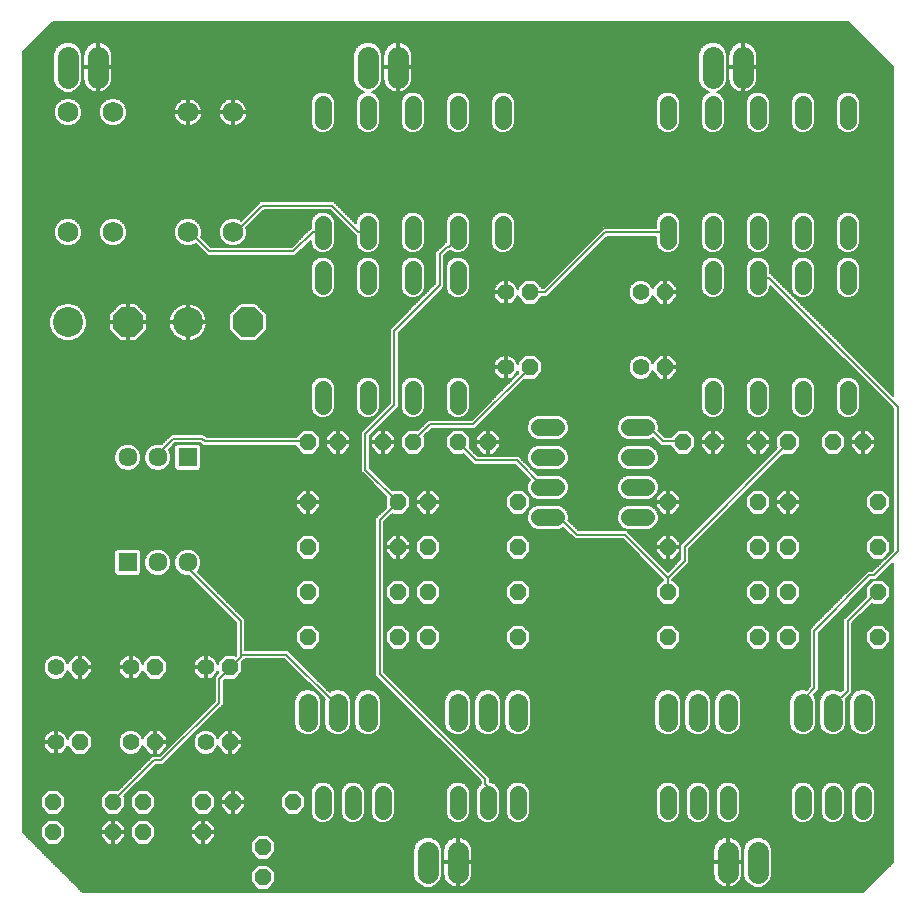
<source format=gbl>
G75*
%MOIN*%
%OFA0B0*%
%FSLAX25Y25*%
%IPPOS*%
%LPD*%
%AMOC8*
5,1,8,0,0,1.08239X$1,22.5*
%
%ADD10C,0.10000*%
%ADD11OC8,0.10000*%
%ADD12OC8,0.05600*%
%ADD13C,0.05600*%
%ADD14C,0.06800*%
%ADD15C,0.05600*%
%ADD16C,0.06400*%
%ADD17R,0.06337X0.06337*%
%ADD18C,0.06337*%
%ADD19C,0.07124*%
%ADD20C,0.00600*%
%ADD21C,0.00800*%
D10*
X0038342Y0196256D03*
X0078342Y0196256D03*
D11*
X0098342Y0196256D03*
X0058342Y0196256D03*
D12*
X0118342Y0156256D03*
X0128342Y0156256D03*
X0143342Y0156256D03*
X0153342Y0156256D03*
X0168342Y0156256D03*
X0178342Y0156256D03*
X0188342Y0136256D03*
X0188342Y0121256D03*
X0188342Y0106256D03*
X0188342Y0091256D03*
X0158342Y0091256D03*
X0148342Y0091256D03*
X0148342Y0106256D03*
X0158342Y0106256D03*
X0158342Y0121256D03*
X0148342Y0121256D03*
X0148342Y0136256D03*
X0158342Y0136256D03*
X0118342Y0136256D03*
X0118342Y0121256D03*
X0118342Y0106256D03*
X0118342Y0091256D03*
X0092342Y0081256D03*
X0067342Y0081256D03*
X0067342Y0056256D03*
X0063342Y0036256D03*
X0063342Y0026256D03*
X0053342Y0026256D03*
X0053342Y0036256D03*
X0033342Y0036256D03*
X0033342Y0026256D03*
X0042342Y0056256D03*
X0042342Y0081256D03*
X0083342Y0036256D03*
X0093342Y0036256D03*
X0083342Y0026256D03*
X0103342Y0021256D03*
X0103342Y0011256D03*
X0113342Y0036256D03*
X0092342Y0056256D03*
X0192342Y0181256D03*
X0192342Y0206256D03*
X0237342Y0206256D03*
X0237342Y0181256D03*
X0243342Y0156256D03*
X0253342Y0156256D03*
X0268342Y0156256D03*
X0278342Y0156256D03*
X0293342Y0156256D03*
X0303342Y0156256D03*
X0308342Y0136256D03*
X0308342Y0121256D03*
X0308342Y0106256D03*
X0308342Y0091256D03*
X0278342Y0091256D03*
X0268342Y0091256D03*
X0268342Y0106256D03*
X0278342Y0106256D03*
X0278342Y0121256D03*
X0268342Y0121256D03*
X0268342Y0136256D03*
X0278342Y0136256D03*
X0238342Y0136256D03*
X0238342Y0121256D03*
X0238342Y0106256D03*
X0238342Y0091256D03*
D13*
X0229342Y0181256D03*
X0229342Y0206256D03*
X0184342Y0206256D03*
X0184342Y0181256D03*
X0084342Y0081256D03*
X0084342Y0056256D03*
X0059342Y0056256D03*
X0059342Y0081256D03*
X0034342Y0081256D03*
X0034342Y0056256D03*
D14*
X0038342Y0226256D03*
X0053342Y0226256D03*
X0078342Y0226256D03*
X0093342Y0226256D03*
X0093342Y0266256D03*
X0078342Y0266256D03*
X0053342Y0266256D03*
X0038342Y0266256D03*
D15*
X0123342Y0269056D02*
X0123342Y0263456D01*
X0138342Y0263456D02*
X0138342Y0269056D01*
X0153342Y0269056D02*
X0153342Y0263456D01*
X0168342Y0263456D02*
X0168342Y0269056D01*
X0183342Y0269056D02*
X0183342Y0263456D01*
X0183342Y0229056D02*
X0183342Y0223456D01*
X0168342Y0223456D02*
X0168342Y0229056D01*
X0168342Y0214056D02*
X0168342Y0208456D01*
X0153342Y0208456D02*
X0153342Y0214056D01*
X0153342Y0223456D02*
X0153342Y0229056D01*
X0138342Y0229056D02*
X0138342Y0223456D01*
X0138342Y0214056D02*
X0138342Y0208456D01*
X0123342Y0208456D02*
X0123342Y0214056D01*
X0123342Y0223456D02*
X0123342Y0229056D01*
X0123342Y0174056D02*
X0123342Y0168456D01*
X0138342Y0168456D02*
X0138342Y0174056D01*
X0153342Y0174056D02*
X0153342Y0168456D01*
X0168342Y0168456D02*
X0168342Y0174056D01*
X0195542Y0161256D02*
X0201142Y0161256D01*
X0201142Y0151256D02*
X0195542Y0151256D01*
X0195542Y0141256D02*
X0201142Y0141256D01*
X0201142Y0131256D02*
X0195542Y0131256D01*
X0225542Y0131256D02*
X0231142Y0131256D01*
X0231142Y0141256D02*
X0225542Y0141256D01*
X0225542Y0151256D02*
X0231142Y0151256D01*
X0231142Y0161256D02*
X0225542Y0161256D01*
X0253342Y0168456D02*
X0253342Y0174056D01*
X0268342Y0174056D02*
X0268342Y0168456D01*
X0283342Y0168456D02*
X0283342Y0174056D01*
X0298342Y0174056D02*
X0298342Y0168456D01*
X0298342Y0208456D02*
X0298342Y0214056D01*
X0298342Y0223456D02*
X0298342Y0229056D01*
X0283342Y0229056D02*
X0283342Y0223456D01*
X0283342Y0214056D02*
X0283342Y0208456D01*
X0268342Y0208456D02*
X0268342Y0214056D01*
X0268342Y0223456D02*
X0268342Y0229056D01*
X0253342Y0229056D02*
X0253342Y0223456D01*
X0253342Y0214056D02*
X0253342Y0208456D01*
X0238342Y0223456D02*
X0238342Y0229056D01*
X0238342Y0263456D02*
X0238342Y0269056D01*
X0253342Y0269056D02*
X0253342Y0263456D01*
X0268342Y0263456D02*
X0268342Y0269056D01*
X0283342Y0269056D02*
X0283342Y0263456D01*
X0298342Y0263456D02*
X0298342Y0269056D01*
X0303342Y0039056D02*
X0303342Y0033456D01*
X0293342Y0033456D02*
X0293342Y0039056D01*
X0283342Y0039056D02*
X0283342Y0033456D01*
X0258342Y0033456D02*
X0258342Y0039056D01*
X0248342Y0039056D02*
X0248342Y0033456D01*
X0238342Y0033456D02*
X0238342Y0039056D01*
X0188342Y0039056D02*
X0188342Y0033456D01*
X0178342Y0033456D02*
X0178342Y0039056D01*
X0168342Y0039056D02*
X0168342Y0033456D01*
X0143342Y0033456D02*
X0143342Y0039056D01*
X0133342Y0039056D02*
X0133342Y0033456D01*
X0123342Y0033456D02*
X0123342Y0039056D01*
D16*
X0128342Y0063056D02*
X0128342Y0069456D01*
X0138342Y0069456D02*
X0138342Y0063056D01*
X0118342Y0063056D02*
X0118342Y0069456D01*
X0168342Y0069456D02*
X0168342Y0063056D01*
X0178342Y0063056D02*
X0178342Y0069456D01*
X0188342Y0069456D02*
X0188342Y0063056D01*
X0238342Y0063056D02*
X0238342Y0069456D01*
X0248342Y0069456D02*
X0248342Y0063056D01*
X0258342Y0063056D02*
X0258342Y0069456D01*
X0283342Y0069456D02*
X0283342Y0063056D01*
X0293342Y0063056D02*
X0293342Y0069456D01*
X0303342Y0069456D02*
X0303342Y0063056D01*
D17*
X0078342Y0151256D03*
X0058342Y0116256D03*
D18*
X0068342Y0116256D03*
X0078342Y0116256D03*
X0068342Y0151256D03*
X0058342Y0151256D03*
D19*
X0048342Y0277694D02*
X0048342Y0284818D01*
X0038342Y0284818D02*
X0038342Y0277694D01*
X0138342Y0277694D02*
X0138342Y0284818D01*
X0148342Y0284818D02*
X0148342Y0277694D01*
X0253342Y0277694D02*
X0253342Y0284818D01*
X0263342Y0284818D02*
X0263342Y0277694D01*
X0258342Y0019818D02*
X0258342Y0012694D01*
X0268342Y0012694D02*
X0268342Y0019818D01*
X0168342Y0019818D02*
X0168342Y0012694D01*
X0158342Y0012694D02*
X0158342Y0019818D01*
D20*
X0029242Y0024761D02*
X0024837Y0024761D01*
X0025435Y0024163D02*
X0029637Y0024163D01*
X0029242Y0024558D02*
X0031644Y0022156D01*
X0035040Y0022156D01*
X0037442Y0024558D01*
X0037442Y0027954D01*
X0035040Y0030356D01*
X0031644Y0030356D01*
X0029242Y0027954D01*
X0029242Y0024558D01*
X0029242Y0025360D02*
X0024238Y0025360D01*
X0023640Y0025958D02*
X0029242Y0025958D01*
X0029242Y0026557D02*
X0023342Y0026557D01*
X0023342Y0026256D02*
X0023342Y0286256D01*
X0033342Y0296256D01*
X0298342Y0296256D01*
X0313342Y0281256D01*
X0313342Y0171777D01*
X0272563Y0212556D01*
X0272442Y0212556D01*
X0272442Y0214871D01*
X0271818Y0216378D01*
X0270664Y0217532D01*
X0269157Y0218156D01*
X0267526Y0218156D01*
X0266019Y0217532D01*
X0264866Y0216378D01*
X0264242Y0214871D01*
X0264242Y0207640D01*
X0264866Y0206133D01*
X0266019Y0204980D01*
X0267526Y0204356D01*
X0269157Y0204356D01*
X0270664Y0204980D01*
X0271818Y0206133D01*
X0272442Y0207640D01*
X0272442Y0208435D01*
X0313342Y0167535D01*
X0313342Y0120177D01*
X0306520Y0113356D01*
X0304920Y0113356D01*
X0286520Y0094956D01*
X0285642Y0094077D01*
X0285642Y0074877D01*
X0284579Y0073814D01*
X0284237Y0073956D01*
X0282447Y0073956D01*
X0280793Y0073271D01*
X0279527Y0072005D01*
X0278842Y0070351D01*
X0278842Y0062161D01*
X0279527Y0060507D01*
X0280793Y0059241D01*
X0282447Y0058556D01*
X0284237Y0058556D01*
X0285891Y0059241D01*
X0287157Y0060507D01*
X0287842Y0062161D01*
X0287842Y0070351D01*
X0287157Y0072005D01*
X0287084Y0072077D01*
X0288642Y0073635D01*
X0288642Y0092835D01*
X0306163Y0110356D01*
X0307763Y0110356D01*
X0308642Y0111235D01*
X0313342Y0115935D01*
X0313342Y0016256D01*
X0303342Y0006256D01*
X0043342Y0006256D01*
X0023342Y0026256D01*
X0023342Y0027155D02*
X0029242Y0027155D01*
X0029242Y0027754D02*
X0023342Y0027754D01*
X0023342Y0028352D02*
X0029640Y0028352D01*
X0030238Y0028951D02*
X0023342Y0028951D01*
X0023342Y0029549D02*
X0030837Y0029549D01*
X0031435Y0030148D02*
X0023342Y0030148D01*
X0023342Y0030746D02*
X0120253Y0030746D01*
X0119866Y0031133D02*
X0121019Y0029980D01*
X0122526Y0029356D01*
X0124157Y0029356D01*
X0125664Y0029980D01*
X0126818Y0031133D01*
X0127442Y0032640D01*
X0127442Y0039871D01*
X0126818Y0041378D01*
X0125664Y0042532D01*
X0124157Y0043156D01*
X0122526Y0043156D01*
X0121019Y0042532D01*
X0119866Y0041378D01*
X0119242Y0039871D01*
X0119242Y0032640D01*
X0119866Y0031133D01*
X0119778Y0031345D02*
X0023342Y0031345D01*
X0023342Y0031943D02*
X0119531Y0031943D01*
X0119283Y0032542D02*
X0115426Y0032542D01*
X0115040Y0032156D02*
X0117442Y0034558D01*
X0117442Y0037954D01*
X0115040Y0040356D01*
X0111644Y0040356D01*
X0109242Y0037954D01*
X0109242Y0034558D01*
X0111644Y0032156D01*
X0115040Y0032156D01*
X0116024Y0033140D02*
X0119242Y0033140D01*
X0119242Y0033739D02*
X0116623Y0033739D01*
X0117221Y0034337D02*
X0119242Y0034337D01*
X0119242Y0034936D02*
X0117442Y0034936D01*
X0117442Y0035534D02*
X0119242Y0035534D01*
X0119242Y0036133D02*
X0117442Y0036133D01*
X0117442Y0036731D02*
X0119242Y0036731D01*
X0119242Y0037330D02*
X0117442Y0037330D01*
X0117442Y0037928D02*
X0119242Y0037928D01*
X0119242Y0038527D02*
X0116869Y0038527D01*
X0116271Y0039125D02*
X0119242Y0039125D01*
X0119242Y0039724D02*
X0115672Y0039724D01*
X0115074Y0040322D02*
X0119429Y0040322D01*
X0119677Y0040921D02*
X0059928Y0040921D01*
X0059330Y0040322D02*
X0061610Y0040322D01*
X0061644Y0040356D02*
X0059242Y0037954D01*
X0059242Y0034558D01*
X0061644Y0032156D01*
X0065040Y0032156D01*
X0067442Y0034558D01*
X0067442Y0037954D01*
X0065040Y0040356D01*
X0061644Y0040356D01*
X0061012Y0039724D02*
X0058731Y0039724D01*
X0058133Y0039125D02*
X0060413Y0039125D01*
X0059815Y0038527D02*
X0057534Y0038527D01*
X0057202Y0038194D02*
X0067763Y0048756D01*
X0070163Y0048756D01*
X0089363Y0067956D01*
X0090242Y0068835D01*
X0090242Y0076835D01*
X0090603Y0077196D01*
X0090644Y0077156D01*
X0094040Y0077156D01*
X0096442Y0079558D01*
X0096442Y0082954D01*
X0096402Y0082994D01*
X0097363Y0083956D01*
X0110520Y0083956D01*
X0123925Y0070552D01*
X0123842Y0070351D01*
X0123842Y0062161D01*
X0124527Y0060507D01*
X0125793Y0059241D01*
X0127447Y0058556D01*
X0129237Y0058556D01*
X0130891Y0059241D01*
X0132157Y0060507D01*
X0132842Y0062161D01*
X0132842Y0070351D01*
X0132157Y0072005D01*
X0130891Y0073271D01*
X0129237Y0073956D01*
X0127447Y0073956D01*
X0125793Y0073271D01*
X0125620Y0073099D01*
X0112642Y0086077D01*
X0111763Y0086956D01*
X0097442Y0086956D01*
X0097442Y0097277D01*
X0096563Y0098156D01*
X0081562Y0113157D01*
X0082130Y0113725D01*
X0082810Y0115367D01*
X0082810Y0117145D01*
X0082130Y0118787D01*
X0080873Y0120044D01*
X0079231Y0120724D01*
X0077453Y0120724D01*
X0075811Y0120044D01*
X0074554Y0118787D01*
X0073873Y0117145D01*
X0073873Y0115367D01*
X0074554Y0113725D01*
X0075811Y0112468D01*
X0077453Y0111787D01*
X0078689Y0111787D01*
X0094442Y0096035D01*
X0094442Y0085277D01*
X0094280Y0085116D01*
X0094040Y0085356D01*
X0090644Y0085356D01*
X0088242Y0082954D01*
X0088242Y0082521D01*
X0088141Y0082830D01*
X0087848Y0083405D01*
X0087469Y0083927D01*
X0087013Y0084383D01*
X0086491Y0084763D01*
X0085916Y0085056D01*
X0085302Y0085255D01*
X0084664Y0085356D01*
X0084642Y0085356D01*
X0084642Y0081556D01*
X0084042Y0081556D01*
X0084042Y0085356D01*
X0084019Y0085356D01*
X0083382Y0085255D01*
X0082768Y0085056D01*
X0082193Y0084763D01*
X0081671Y0084383D01*
X0081214Y0083927D01*
X0080835Y0083405D01*
X0080542Y0082830D01*
X0080343Y0082216D01*
X0080242Y0081579D01*
X0080242Y0081556D01*
X0084042Y0081556D01*
X0084042Y0080956D01*
X0084642Y0080956D01*
X0084642Y0077156D01*
X0084664Y0077156D01*
X0085302Y0077257D01*
X0085916Y0077456D01*
X0086491Y0077749D01*
X0087013Y0078129D01*
X0087469Y0078585D01*
X0087848Y0079107D01*
X0088141Y0079682D01*
X0088242Y0079991D01*
X0088242Y0079558D01*
X0088482Y0079317D01*
X0087242Y0078077D01*
X0087242Y0070077D01*
X0068920Y0051756D01*
X0066520Y0051756D01*
X0065642Y0050877D01*
X0055080Y0040316D01*
X0055040Y0040356D01*
X0051644Y0040356D01*
X0049242Y0037954D01*
X0049242Y0034558D01*
X0051644Y0032156D01*
X0055040Y0032156D01*
X0057442Y0034558D01*
X0057442Y0037954D01*
X0057202Y0038194D01*
X0057442Y0037928D02*
X0059242Y0037928D01*
X0059242Y0037330D02*
X0057442Y0037330D01*
X0057442Y0036731D02*
X0059242Y0036731D01*
X0059242Y0036133D02*
X0057442Y0036133D01*
X0057442Y0035534D02*
X0059242Y0035534D01*
X0059242Y0034936D02*
X0057442Y0034936D01*
X0057221Y0034337D02*
X0059462Y0034337D01*
X0060061Y0033739D02*
X0056623Y0033739D01*
X0056024Y0033140D02*
X0060659Y0033140D01*
X0061258Y0032542D02*
X0055426Y0032542D01*
X0055040Y0030356D02*
X0053642Y0030356D01*
X0053642Y0026556D01*
X0057442Y0026556D01*
X0057442Y0027954D01*
X0055040Y0030356D01*
X0055248Y0030148D02*
X0061435Y0030148D01*
X0061644Y0030356D02*
X0059242Y0027954D01*
X0059242Y0024558D01*
X0061644Y0022156D01*
X0065040Y0022156D01*
X0067442Y0024558D01*
X0067442Y0027954D01*
X0065040Y0030356D01*
X0061644Y0030356D01*
X0060837Y0029549D02*
X0055847Y0029549D01*
X0056445Y0028951D02*
X0060238Y0028951D01*
X0059640Y0028352D02*
X0057044Y0028352D01*
X0057442Y0027754D02*
X0059242Y0027754D01*
X0059242Y0027155D02*
X0057442Y0027155D01*
X0057442Y0026557D02*
X0059242Y0026557D01*
X0059242Y0025958D02*
X0053642Y0025958D01*
X0053642Y0025956D02*
X0053642Y0026556D01*
X0053042Y0026556D01*
X0053042Y0030356D01*
X0051644Y0030356D01*
X0049242Y0027954D01*
X0049242Y0026556D01*
X0053042Y0026556D01*
X0053042Y0025956D01*
X0053642Y0025956D01*
X0057442Y0025956D01*
X0057442Y0024558D01*
X0055040Y0022156D01*
X0053642Y0022156D01*
X0053642Y0025956D01*
X0053642Y0025360D02*
X0053042Y0025360D01*
X0053042Y0025956D02*
X0053042Y0022156D01*
X0051644Y0022156D01*
X0049242Y0024558D01*
X0049242Y0025956D01*
X0053042Y0025956D01*
X0053042Y0025958D02*
X0037442Y0025958D01*
X0037442Y0025360D02*
X0049242Y0025360D01*
X0049242Y0024761D02*
X0037442Y0024761D01*
X0037047Y0024163D02*
X0049637Y0024163D01*
X0050235Y0023564D02*
X0036448Y0023564D01*
X0035850Y0022966D02*
X0050834Y0022966D01*
X0051432Y0022367D02*
X0035251Y0022367D01*
X0037442Y0026557D02*
X0049242Y0026557D01*
X0049242Y0027155D02*
X0037442Y0027155D01*
X0037442Y0027754D02*
X0049242Y0027754D01*
X0049640Y0028352D02*
X0037044Y0028352D01*
X0036445Y0028951D02*
X0050238Y0028951D01*
X0050837Y0029549D02*
X0035847Y0029549D01*
X0035248Y0030148D02*
X0051435Y0030148D01*
X0053042Y0030148D02*
X0053642Y0030148D01*
X0053642Y0029549D02*
X0053042Y0029549D01*
X0053042Y0028951D02*
X0053642Y0028951D01*
X0053642Y0028352D02*
X0053042Y0028352D01*
X0053042Y0027754D02*
X0053642Y0027754D01*
X0053642Y0027155D02*
X0053042Y0027155D01*
X0053042Y0026557D02*
X0053642Y0026557D01*
X0053642Y0024761D02*
X0053042Y0024761D01*
X0053042Y0024163D02*
X0053642Y0024163D01*
X0053642Y0023564D02*
X0053042Y0023564D01*
X0053042Y0022966D02*
X0053642Y0022966D01*
X0053642Y0022367D02*
X0053042Y0022367D01*
X0055251Y0022367D02*
X0061432Y0022367D01*
X0060834Y0022966D02*
X0055850Y0022966D01*
X0056448Y0023564D02*
X0060235Y0023564D01*
X0059637Y0024163D02*
X0057047Y0024163D01*
X0057442Y0024761D02*
X0059242Y0024761D01*
X0059242Y0025360D02*
X0057442Y0025360D01*
X0051258Y0032542D02*
X0035426Y0032542D01*
X0035040Y0032156D02*
X0037442Y0034558D01*
X0037442Y0037954D01*
X0035040Y0040356D01*
X0031644Y0040356D01*
X0029242Y0037954D01*
X0029242Y0034558D01*
X0031644Y0032156D01*
X0035040Y0032156D01*
X0036024Y0033140D02*
X0050659Y0033140D01*
X0050061Y0033739D02*
X0036623Y0033739D01*
X0037221Y0034337D02*
X0049462Y0034337D01*
X0049242Y0034936D02*
X0037442Y0034936D01*
X0037442Y0035534D02*
X0049242Y0035534D01*
X0049242Y0036133D02*
X0037442Y0036133D01*
X0037442Y0036731D02*
X0049242Y0036731D01*
X0049242Y0037330D02*
X0037442Y0037330D01*
X0037442Y0037928D02*
X0049242Y0037928D01*
X0049815Y0038527D02*
X0036869Y0038527D01*
X0036271Y0039125D02*
X0050413Y0039125D01*
X0051012Y0039724D02*
X0035672Y0039724D01*
X0035074Y0040322D02*
X0051610Y0040322D01*
X0055074Y0040322D02*
X0055087Y0040322D01*
X0055686Y0040921D02*
X0023342Y0040921D01*
X0023342Y0041519D02*
X0056284Y0041519D01*
X0056883Y0042118D02*
X0023342Y0042118D01*
X0023342Y0042716D02*
X0057481Y0042716D01*
X0058080Y0043315D02*
X0023342Y0043315D01*
X0023342Y0043914D02*
X0058678Y0043914D01*
X0059277Y0044512D02*
X0023342Y0044512D01*
X0023342Y0045111D02*
X0059875Y0045111D01*
X0060474Y0045709D02*
X0023342Y0045709D01*
X0023342Y0046308D02*
X0061072Y0046308D01*
X0061671Y0046906D02*
X0023342Y0046906D01*
X0023342Y0047505D02*
X0062269Y0047505D01*
X0062868Y0048103D02*
X0023342Y0048103D01*
X0023342Y0048702D02*
X0063466Y0048702D01*
X0064065Y0049300D02*
X0023342Y0049300D01*
X0023342Y0049899D02*
X0064663Y0049899D01*
X0065262Y0050497D02*
X0023342Y0050497D01*
X0023342Y0051096D02*
X0065860Y0051096D01*
X0066459Y0051694D02*
X0023342Y0051694D01*
X0023342Y0052293D02*
X0033272Y0052293D01*
X0033382Y0052257D02*
X0034019Y0052156D01*
X0034042Y0052156D01*
X0034042Y0055956D01*
X0034642Y0055956D01*
X0034642Y0052156D01*
X0034664Y0052156D01*
X0035302Y0052257D01*
X0035916Y0052456D01*
X0036491Y0052749D01*
X0037013Y0053129D01*
X0037469Y0053585D01*
X0037848Y0054107D01*
X0038141Y0054682D01*
X0038242Y0054991D01*
X0038242Y0054558D01*
X0040644Y0052156D01*
X0044040Y0052156D01*
X0046442Y0054558D01*
X0046442Y0057954D01*
X0044040Y0060356D01*
X0040644Y0060356D01*
X0038242Y0057954D01*
X0038242Y0057521D01*
X0038141Y0057830D01*
X0037848Y0058405D01*
X0037469Y0058927D01*
X0037013Y0059383D01*
X0036491Y0059763D01*
X0035916Y0060056D01*
X0035302Y0060255D01*
X0034664Y0060356D01*
X0034642Y0060356D01*
X0034642Y0056556D01*
X0034042Y0056556D01*
X0034042Y0060356D01*
X0034019Y0060356D01*
X0033382Y0060255D01*
X0032768Y0060056D01*
X0032193Y0059763D01*
X0031671Y0059383D01*
X0031214Y0058927D01*
X0030835Y0058405D01*
X0030542Y0057830D01*
X0030343Y0057216D01*
X0030242Y0056579D01*
X0030242Y0056556D01*
X0034042Y0056556D01*
X0034042Y0055956D01*
X0030242Y0055956D01*
X0030242Y0055933D01*
X0030343Y0055296D01*
X0030542Y0054682D01*
X0030835Y0054107D01*
X0031214Y0053585D01*
X0031671Y0053129D01*
X0032193Y0052749D01*
X0032768Y0052456D01*
X0033382Y0052257D01*
X0034042Y0052293D02*
X0034642Y0052293D01*
X0034642Y0052891D02*
X0034042Y0052891D01*
X0034042Y0053490D02*
X0034642Y0053490D01*
X0034642Y0054088D02*
X0034042Y0054088D01*
X0034042Y0054687D02*
X0034642Y0054687D01*
X0034642Y0055285D02*
X0034042Y0055285D01*
X0034042Y0055884D02*
X0034642Y0055884D01*
X0034042Y0056482D02*
X0023342Y0056482D01*
X0023342Y0055884D02*
X0030250Y0055884D01*
X0030346Y0055285D02*
X0023342Y0055285D01*
X0023342Y0054687D02*
X0030541Y0054687D01*
X0030849Y0054088D02*
X0023342Y0054088D01*
X0023342Y0053490D02*
X0031310Y0053490D01*
X0031998Y0052891D02*
X0023342Y0052891D01*
X0023342Y0057081D02*
X0030321Y0057081D01*
X0030493Y0057679D02*
X0023342Y0057679D01*
X0023342Y0058278D02*
X0030770Y0058278D01*
X0031178Y0058876D02*
X0023342Y0058876D01*
X0023342Y0059475D02*
X0031797Y0059475D01*
X0032823Y0060073D02*
X0023342Y0060073D01*
X0023342Y0060672D02*
X0077836Y0060672D01*
X0077238Y0060073D02*
X0069323Y0060073D01*
X0069040Y0060356D02*
X0067642Y0060356D01*
X0067642Y0056556D01*
X0071442Y0056556D01*
X0071442Y0057954D01*
X0069040Y0060356D01*
X0069921Y0059475D02*
X0076639Y0059475D01*
X0076041Y0058876D02*
X0070520Y0058876D01*
X0071118Y0058278D02*
X0075442Y0058278D01*
X0074844Y0057679D02*
X0071442Y0057679D01*
X0071442Y0057081D02*
X0074245Y0057081D01*
X0073647Y0056482D02*
X0067642Y0056482D01*
X0067642Y0056556D02*
X0067642Y0055956D01*
X0071442Y0055956D01*
X0071442Y0054558D01*
X0069040Y0052156D01*
X0067642Y0052156D01*
X0067642Y0055956D01*
X0067042Y0055956D01*
X0067042Y0052156D01*
X0065644Y0052156D01*
X0063242Y0054558D01*
X0063242Y0054958D01*
X0062818Y0053933D01*
X0061664Y0052780D01*
X0060157Y0052156D01*
X0058526Y0052156D01*
X0057019Y0052780D01*
X0055866Y0053933D01*
X0055242Y0055440D01*
X0055242Y0057071D01*
X0055866Y0058578D01*
X0057019Y0059732D01*
X0058526Y0060356D01*
X0060157Y0060356D01*
X0061664Y0059732D01*
X0062818Y0058578D01*
X0063242Y0057554D01*
X0063242Y0057954D01*
X0065644Y0060356D01*
X0067042Y0060356D01*
X0067042Y0056556D01*
X0067642Y0056556D01*
X0067642Y0057081D02*
X0067042Y0057081D01*
X0067042Y0057679D02*
X0067642Y0057679D01*
X0067642Y0058278D02*
X0067042Y0058278D01*
X0067042Y0058876D02*
X0067642Y0058876D01*
X0067642Y0059475D02*
X0067042Y0059475D01*
X0067042Y0060073D02*
X0067642Y0060073D01*
X0065361Y0060073D02*
X0060840Y0060073D01*
X0061921Y0059475D02*
X0064762Y0059475D01*
X0064164Y0058876D02*
X0062520Y0058876D01*
X0062942Y0058278D02*
X0063565Y0058278D01*
X0063242Y0057679D02*
X0063190Y0057679D01*
X0063130Y0054687D02*
X0063242Y0054687D01*
X0062882Y0054088D02*
X0063711Y0054088D01*
X0064310Y0053490D02*
X0062374Y0053490D01*
X0061775Y0052891D02*
X0064908Y0052891D01*
X0065507Y0052293D02*
X0060488Y0052293D01*
X0058196Y0052293D02*
X0044177Y0052293D01*
X0044775Y0052891D02*
X0056908Y0052891D01*
X0056310Y0053490D02*
X0045374Y0053490D01*
X0045972Y0054088D02*
X0055802Y0054088D01*
X0055554Y0054687D02*
X0046442Y0054687D01*
X0046442Y0055285D02*
X0055306Y0055285D01*
X0055242Y0055884D02*
X0046442Y0055884D01*
X0046442Y0056482D02*
X0055242Y0056482D01*
X0055246Y0057081D02*
X0046442Y0057081D01*
X0046442Y0057679D02*
X0055494Y0057679D01*
X0055741Y0058278D02*
X0046118Y0058278D01*
X0045520Y0058876D02*
X0056164Y0058876D01*
X0056762Y0059475D02*
X0044921Y0059475D01*
X0044323Y0060073D02*
X0057844Y0060073D01*
X0067042Y0055884D02*
X0067642Y0055884D01*
X0067642Y0055285D02*
X0067042Y0055285D01*
X0067042Y0054687D02*
X0067642Y0054687D01*
X0067642Y0054088D02*
X0067042Y0054088D01*
X0067042Y0053490D02*
X0067642Y0053490D01*
X0067642Y0052891D02*
X0067042Y0052891D01*
X0067042Y0052293D02*
X0067642Y0052293D01*
X0069177Y0052293D02*
X0069457Y0052293D01*
X0069775Y0052891D02*
X0070056Y0052891D01*
X0070374Y0053490D02*
X0070654Y0053490D01*
X0070972Y0054088D02*
X0071253Y0054088D01*
X0071442Y0054687D02*
X0071851Y0054687D01*
X0071442Y0055285D02*
X0072450Y0055285D01*
X0073048Y0055884D02*
X0071442Y0055884D01*
X0074298Y0052891D02*
X0081908Y0052891D01*
X0082019Y0052780D02*
X0083526Y0052156D01*
X0085157Y0052156D01*
X0086664Y0052780D01*
X0087818Y0053933D01*
X0088242Y0054958D01*
X0088242Y0054558D01*
X0090644Y0052156D01*
X0092042Y0052156D01*
X0092042Y0055956D01*
X0092642Y0055956D01*
X0092642Y0056556D01*
X0096442Y0056556D01*
X0096442Y0057954D01*
X0094040Y0060356D01*
X0092642Y0060356D01*
X0092642Y0056556D01*
X0092042Y0056556D01*
X0092042Y0060356D01*
X0090644Y0060356D01*
X0088242Y0057954D01*
X0088242Y0057554D01*
X0087818Y0058578D01*
X0086664Y0059732D01*
X0085157Y0060356D01*
X0083526Y0060356D01*
X0082019Y0059732D01*
X0080866Y0058578D01*
X0080242Y0057071D01*
X0080242Y0055440D01*
X0080866Y0053933D01*
X0082019Y0052780D01*
X0081310Y0053490D02*
X0074897Y0053490D01*
X0075495Y0054088D02*
X0080802Y0054088D01*
X0080554Y0054687D02*
X0076094Y0054687D01*
X0076692Y0055285D02*
X0080306Y0055285D01*
X0080242Y0055884D02*
X0077291Y0055884D01*
X0077889Y0056482D02*
X0080242Y0056482D01*
X0080246Y0057081D02*
X0078488Y0057081D01*
X0079086Y0057679D02*
X0080494Y0057679D01*
X0080741Y0058278D02*
X0079685Y0058278D01*
X0080284Y0058876D02*
X0081164Y0058876D01*
X0080882Y0059475D02*
X0081762Y0059475D01*
X0081481Y0060073D02*
X0082844Y0060073D01*
X0082079Y0060672D02*
X0114459Y0060672D01*
X0114527Y0060507D02*
X0115793Y0059241D01*
X0117447Y0058556D01*
X0119237Y0058556D01*
X0120891Y0059241D01*
X0122157Y0060507D01*
X0122842Y0062161D01*
X0122842Y0070351D01*
X0122157Y0072005D01*
X0120891Y0073271D01*
X0119237Y0073956D01*
X0117447Y0073956D01*
X0115793Y0073271D01*
X0114527Y0072005D01*
X0113842Y0070351D01*
X0113842Y0062161D01*
X0114527Y0060507D01*
X0114960Y0060073D02*
X0094323Y0060073D01*
X0094921Y0059475D02*
X0115559Y0059475D01*
X0116673Y0058876D02*
X0095520Y0058876D01*
X0096118Y0058278D02*
X0160999Y0058278D01*
X0161597Y0057679D02*
X0096442Y0057679D01*
X0096442Y0057081D02*
X0162196Y0057081D01*
X0162794Y0056482D02*
X0092642Y0056482D01*
X0092642Y0055956D02*
X0096442Y0055956D01*
X0096442Y0054558D01*
X0094040Y0052156D01*
X0092642Y0052156D01*
X0092642Y0055956D01*
X0092642Y0055884D02*
X0092042Y0055884D01*
X0092042Y0055285D02*
X0092642Y0055285D01*
X0092642Y0054687D02*
X0092042Y0054687D01*
X0092042Y0054088D02*
X0092642Y0054088D01*
X0092642Y0053490D02*
X0092042Y0053490D01*
X0092042Y0052891D02*
X0092642Y0052891D01*
X0092642Y0052293D02*
X0092042Y0052293D01*
X0090507Y0052293D02*
X0085488Y0052293D01*
X0086775Y0052891D02*
X0089908Y0052891D01*
X0089310Y0053490D02*
X0087374Y0053490D01*
X0087882Y0054088D02*
X0088711Y0054088D01*
X0088242Y0054687D02*
X0088130Y0054687D01*
X0088190Y0057679D02*
X0088242Y0057679D01*
X0087942Y0058278D02*
X0088565Y0058278D01*
X0089164Y0058876D02*
X0087520Y0058876D01*
X0086921Y0059475D02*
X0089762Y0059475D01*
X0090361Y0060073D02*
X0085840Y0060073D01*
X0083875Y0062467D02*
X0113842Y0062467D01*
X0113842Y0063066D02*
X0084473Y0063066D01*
X0085072Y0063664D02*
X0113842Y0063664D01*
X0113842Y0064263D02*
X0085670Y0064263D01*
X0086269Y0064861D02*
X0113842Y0064861D01*
X0113842Y0065460D02*
X0086867Y0065460D01*
X0087466Y0066058D02*
X0113842Y0066058D01*
X0113842Y0066657D02*
X0088064Y0066657D01*
X0088663Y0067255D02*
X0113842Y0067255D01*
X0113842Y0067854D02*
X0089261Y0067854D01*
X0089860Y0068452D02*
X0113842Y0068452D01*
X0113842Y0069051D02*
X0090242Y0069051D01*
X0090242Y0069649D02*
X0113842Y0069649D01*
X0113842Y0070248D02*
X0090242Y0070248D01*
X0090242Y0070847D02*
X0114047Y0070847D01*
X0114295Y0071445D02*
X0090242Y0071445D01*
X0090242Y0072044D02*
X0114565Y0072044D01*
X0115164Y0072642D02*
X0090242Y0072642D01*
X0090242Y0073241D02*
X0115762Y0073241D01*
X0117165Y0073839D02*
X0090242Y0073839D01*
X0090242Y0074438D02*
X0120039Y0074438D01*
X0119519Y0073839D02*
X0120637Y0073839D01*
X0120921Y0073241D02*
X0121236Y0073241D01*
X0121520Y0072642D02*
X0121834Y0072642D01*
X0122118Y0072044D02*
X0122433Y0072044D01*
X0122389Y0071445D02*
X0123031Y0071445D01*
X0122637Y0070847D02*
X0123630Y0070847D01*
X0123842Y0070248D02*
X0122842Y0070248D01*
X0122842Y0069649D02*
X0123842Y0069649D01*
X0123842Y0069051D02*
X0122842Y0069051D01*
X0122842Y0068452D02*
X0123842Y0068452D01*
X0123842Y0067854D02*
X0122842Y0067854D01*
X0122842Y0067255D02*
X0123842Y0067255D01*
X0123842Y0066657D02*
X0122842Y0066657D01*
X0122842Y0066058D02*
X0123842Y0066058D01*
X0123842Y0065460D02*
X0122842Y0065460D01*
X0122842Y0064861D02*
X0123842Y0064861D01*
X0123842Y0064263D02*
X0122842Y0064263D01*
X0122842Y0063664D02*
X0123842Y0063664D01*
X0123842Y0063066D02*
X0122842Y0063066D01*
X0122842Y0062467D02*
X0123842Y0062467D01*
X0123963Y0061869D02*
X0122721Y0061869D01*
X0122473Y0061270D02*
X0124211Y0061270D01*
X0124459Y0060672D02*
X0122225Y0060672D01*
X0121723Y0060073D02*
X0124960Y0060073D01*
X0125559Y0059475D02*
X0121125Y0059475D01*
X0120010Y0058876D02*
X0126673Y0058876D01*
X0130010Y0058876D02*
X0136673Y0058876D01*
X0137447Y0058556D02*
X0135793Y0059241D01*
X0134527Y0060507D01*
X0133842Y0062161D01*
X0133842Y0070351D01*
X0134527Y0072005D01*
X0135793Y0073271D01*
X0137447Y0073956D01*
X0139237Y0073956D01*
X0140891Y0073271D01*
X0142157Y0072005D01*
X0142842Y0070351D01*
X0142842Y0062161D01*
X0142157Y0060507D01*
X0140891Y0059241D01*
X0139237Y0058556D01*
X0137447Y0058556D01*
X0135559Y0059475D02*
X0131125Y0059475D01*
X0131723Y0060073D02*
X0134960Y0060073D01*
X0134459Y0060672D02*
X0132225Y0060672D01*
X0132473Y0061270D02*
X0134211Y0061270D01*
X0133963Y0061869D02*
X0132721Y0061869D01*
X0132842Y0062467D02*
X0133842Y0062467D01*
X0133842Y0063066D02*
X0132842Y0063066D01*
X0132842Y0063664D02*
X0133842Y0063664D01*
X0133842Y0064263D02*
X0132842Y0064263D01*
X0132842Y0064861D02*
X0133842Y0064861D01*
X0133842Y0065460D02*
X0132842Y0065460D01*
X0132842Y0066058D02*
X0133842Y0066058D01*
X0133842Y0066657D02*
X0132842Y0066657D01*
X0132842Y0067255D02*
X0133842Y0067255D01*
X0133842Y0067854D02*
X0132842Y0067854D01*
X0132842Y0068452D02*
X0133842Y0068452D01*
X0133842Y0069051D02*
X0132842Y0069051D01*
X0132842Y0069649D02*
X0133842Y0069649D01*
X0133842Y0070248D02*
X0132842Y0070248D01*
X0132637Y0070847D02*
X0134047Y0070847D01*
X0134295Y0071445D02*
X0132389Y0071445D01*
X0132118Y0072044D02*
X0134565Y0072044D01*
X0135164Y0072642D02*
X0131520Y0072642D01*
X0130921Y0073241D02*
X0135763Y0073241D01*
X0137165Y0073839D02*
X0129519Y0073839D01*
X0127165Y0073839D02*
X0124880Y0073839D01*
X0125478Y0073241D02*
X0125762Y0073241D01*
X0124281Y0074438D02*
X0144839Y0074438D01*
X0144240Y0075036D02*
X0123683Y0075036D01*
X0123084Y0075635D02*
X0143642Y0075635D01*
X0143043Y0076233D02*
X0122486Y0076233D01*
X0121887Y0076832D02*
X0142445Y0076832D01*
X0141846Y0077430D02*
X0121289Y0077430D01*
X0120690Y0078029D02*
X0141248Y0078029D01*
X0140842Y0078435D02*
X0176042Y0043235D01*
X0176042Y0042541D01*
X0176019Y0042532D01*
X0174866Y0041378D01*
X0174242Y0039871D01*
X0174242Y0032640D01*
X0174866Y0031133D01*
X0176019Y0029980D01*
X0177526Y0029356D01*
X0179157Y0029356D01*
X0180664Y0029980D01*
X0181818Y0031133D01*
X0182442Y0032640D01*
X0182442Y0039871D01*
X0181818Y0041378D01*
X0180664Y0042532D01*
X0179157Y0043156D01*
X0179042Y0043156D01*
X0179042Y0044477D01*
X0143842Y0079677D01*
X0143842Y0129635D01*
X0146503Y0132296D01*
X0146644Y0132156D01*
X0150040Y0132156D01*
X0152442Y0134558D01*
X0152442Y0137954D01*
X0150040Y0140356D01*
X0146644Y0140356D01*
X0146503Y0140216D01*
X0139042Y0147677D01*
X0139042Y0158435D01*
X0147763Y0167156D01*
X0148642Y0168035D01*
X0148642Y0192835D01*
X0162963Y0207156D01*
X0163842Y0208035D01*
X0163842Y0218435D01*
X0165363Y0219956D01*
X0166078Y0219956D01*
X0167526Y0219356D01*
X0169157Y0219356D01*
X0170664Y0219980D01*
X0171818Y0221133D01*
X0172442Y0222640D01*
X0172442Y0229871D01*
X0171818Y0231378D01*
X0170664Y0232532D01*
X0169157Y0233156D01*
X0167526Y0233156D01*
X0166019Y0232532D01*
X0164866Y0231378D01*
X0164242Y0229871D01*
X0164242Y0222956D01*
X0164120Y0222956D01*
X0163242Y0222077D01*
X0160842Y0219677D01*
X0160842Y0209277D01*
X0145642Y0194077D01*
X0145642Y0169277D01*
X0136042Y0159677D01*
X0136042Y0146435D01*
X0136920Y0145556D01*
X0144382Y0138094D01*
X0144242Y0137954D01*
X0144242Y0134558D01*
X0144382Y0134417D01*
X0140842Y0130877D01*
X0140842Y0078435D01*
X0140842Y0078627D02*
X0120092Y0078627D01*
X0119493Y0079226D02*
X0140842Y0079226D01*
X0140842Y0079824D02*
X0118895Y0079824D01*
X0118296Y0080423D02*
X0140842Y0080423D01*
X0140842Y0081021D02*
X0117698Y0081021D01*
X0117099Y0081620D02*
X0140842Y0081620D01*
X0140842Y0082218D02*
X0116501Y0082218D01*
X0115902Y0082817D02*
X0140842Y0082817D01*
X0140842Y0083415D02*
X0115304Y0083415D01*
X0114705Y0084014D02*
X0140842Y0084014D01*
X0140842Y0084612D02*
X0114107Y0084612D01*
X0113508Y0085211D02*
X0140842Y0085211D01*
X0140842Y0085809D02*
X0112910Y0085809D01*
X0112642Y0086077D02*
X0112642Y0086077D01*
X0112311Y0086408D02*
X0140842Y0086408D01*
X0140842Y0087006D02*
X0097442Y0087006D01*
X0097442Y0087605D02*
X0116195Y0087605D01*
X0116644Y0087156D02*
X0120040Y0087156D01*
X0122442Y0089558D01*
X0122442Y0092954D01*
X0120040Y0095356D01*
X0116644Y0095356D01*
X0114242Y0092954D01*
X0114242Y0089558D01*
X0116644Y0087156D01*
X0115596Y0088203D02*
X0097442Y0088203D01*
X0097442Y0088802D02*
X0114998Y0088802D01*
X0114399Y0089400D02*
X0097442Y0089400D01*
X0097442Y0089999D02*
X0114242Y0089999D01*
X0114242Y0090597D02*
X0097442Y0090597D01*
X0097442Y0091196D02*
X0114242Y0091196D01*
X0114242Y0091794D02*
X0097442Y0091794D01*
X0097442Y0092393D02*
X0114242Y0092393D01*
X0114279Y0092991D02*
X0097442Y0092991D01*
X0097442Y0093590D02*
X0114878Y0093590D01*
X0115476Y0094188D02*
X0097442Y0094188D01*
X0097442Y0094787D02*
X0116075Y0094787D01*
X0120609Y0094787D02*
X0140842Y0094787D01*
X0140842Y0095385D02*
X0097442Y0095385D01*
X0097442Y0095984D02*
X0140842Y0095984D01*
X0140842Y0096583D02*
X0097442Y0096583D01*
X0097442Y0097181D02*
X0140842Y0097181D01*
X0140842Y0097780D02*
X0096939Y0097780D01*
X0096341Y0098378D02*
X0140842Y0098378D01*
X0140842Y0098977D02*
X0095742Y0098977D01*
X0095144Y0099575D02*
X0140842Y0099575D01*
X0140842Y0100174D02*
X0094545Y0100174D01*
X0093947Y0100772D02*
X0140842Y0100772D01*
X0140842Y0101371D02*
X0093348Y0101371D01*
X0092750Y0101969D02*
X0140842Y0101969D01*
X0140842Y0102568D02*
X0120452Y0102568D01*
X0120040Y0102156D02*
X0122442Y0104558D01*
X0122442Y0107954D01*
X0120040Y0110356D01*
X0116644Y0110356D01*
X0114242Y0107954D01*
X0086765Y0107954D01*
X0087363Y0107356D02*
X0114242Y0107356D01*
X0114242Y0107954D02*
X0114242Y0104558D01*
X0116644Y0102156D01*
X0120040Y0102156D01*
X0121050Y0103166D02*
X0140842Y0103166D01*
X0140842Y0103765D02*
X0121649Y0103765D01*
X0122247Y0104363D02*
X0140842Y0104363D01*
X0140842Y0104962D02*
X0122442Y0104962D01*
X0122442Y0105560D02*
X0140842Y0105560D01*
X0140842Y0106159D02*
X0122442Y0106159D01*
X0122442Y0106757D02*
X0140842Y0106757D01*
X0140842Y0107356D02*
X0122442Y0107356D01*
X0122442Y0107954D02*
X0140842Y0107954D01*
X0140842Y0108553D02*
X0121843Y0108553D01*
X0121245Y0109151D02*
X0140842Y0109151D01*
X0140842Y0109750D02*
X0120646Y0109750D01*
X0120048Y0110348D02*
X0140842Y0110348D01*
X0140842Y0110947D02*
X0083772Y0110947D01*
X0083174Y0111545D02*
X0140842Y0111545D01*
X0140842Y0112144D02*
X0082575Y0112144D01*
X0081977Y0112742D02*
X0140842Y0112742D01*
X0140842Y0113341D02*
X0081746Y0113341D01*
X0082219Y0113939D02*
X0140842Y0113939D01*
X0140842Y0114538D02*
X0082467Y0114538D01*
X0082715Y0115136D02*
X0140842Y0115136D01*
X0140842Y0115735D02*
X0082810Y0115735D01*
X0082810Y0116333D02*
X0140842Y0116333D01*
X0140842Y0116932D02*
X0082810Y0116932D01*
X0082651Y0117530D02*
X0116269Y0117530D01*
X0116644Y0117156D02*
X0120040Y0117156D01*
X0122442Y0119558D01*
X0122442Y0122954D01*
X0120040Y0125356D01*
X0116644Y0125356D01*
X0114242Y0122954D01*
X0114242Y0119558D01*
X0116644Y0117156D01*
X0115671Y0118129D02*
X0082403Y0118129D01*
X0082155Y0118727D02*
X0115072Y0118727D01*
X0114473Y0119326D02*
X0081591Y0119326D01*
X0080993Y0119924D02*
X0114242Y0119924D01*
X0114242Y0120523D02*
X0079717Y0120523D01*
X0076967Y0120523D02*
X0069717Y0120523D01*
X0069231Y0120724D02*
X0067453Y0120724D01*
X0065811Y0120044D01*
X0064554Y0118787D01*
X0063873Y0117145D01*
X0063873Y0115367D01*
X0064554Y0113725D01*
X0065811Y0112468D01*
X0067453Y0111787D01*
X0069231Y0111787D01*
X0070873Y0112468D01*
X0072130Y0113725D01*
X0072810Y0115367D01*
X0072810Y0117145D01*
X0072130Y0118787D01*
X0070873Y0120044D01*
X0069231Y0120724D01*
X0070993Y0119924D02*
X0075691Y0119924D01*
X0075092Y0119326D02*
X0071591Y0119326D01*
X0072155Y0118727D02*
X0074529Y0118727D01*
X0074281Y0118129D02*
X0072403Y0118129D01*
X0072651Y0117530D02*
X0074033Y0117530D01*
X0073873Y0116932D02*
X0072810Y0116932D01*
X0072810Y0116333D02*
X0073873Y0116333D01*
X0073873Y0115735D02*
X0072810Y0115735D01*
X0072715Y0115136D02*
X0073969Y0115136D01*
X0074217Y0114538D02*
X0072467Y0114538D01*
X0072219Y0113939D02*
X0074465Y0113939D01*
X0074937Y0113341D02*
X0071746Y0113341D01*
X0071148Y0112742D02*
X0075536Y0112742D01*
X0076593Y0112144D02*
X0070091Y0112144D01*
X0066593Y0112144D02*
X0062405Y0112144D01*
X0062049Y0111787D02*
X0062810Y0112549D01*
X0062810Y0119963D01*
X0062049Y0120724D01*
X0054635Y0120724D01*
X0053873Y0119963D01*
X0053873Y0112549D01*
X0054635Y0111787D01*
X0062049Y0111787D01*
X0062810Y0112742D02*
X0065536Y0112742D01*
X0064937Y0113341D02*
X0062810Y0113341D01*
X0062810Y0113939D02*
X0064465Y0113939D01*
X0064217Y0114538D02*
X0062810Y0114538D01*
X0062810Y0115136D02*
X0063969Y0115136D01*
X0063873Y0115735D02*
X0062810Y0115735D01*
X0062810Y0116333D02*
X0063873Y0116333D01*
X0063873Y0116932D02*
X0062810Y0116932D01*
X0062810Y0117530D02*
X0064033Y0117530D01*
X0064281Y0118129D02*
X0062810Y0118129D01*
X0062810Y0118727D02*
X0064529Y0118727D01*
X0065092Y0119326D02*
X0062810Y0119326D01*
X0062810Y0119924D02*
X0065691Y0119924D01*
X0066967Y0120523D02*
X0062250Y0120523D01*
X0054433Y0120523D02*
X0023342Y0120523D01*
X0023342Y0121121D02*
X0114242Y0121121D01*
X0114242Y0121720D02*
X0023342Y0121720D01*
X0023342Y0122318D02*
X0114242Y0122318D01*
X0114242Y0122917D02*
X0023342Y0122917D01*
X0023342Y0123516D02*
X0114803Y0123516D01*
X0115402Y0124114D02*
X0023342Y0124114D01*
X0023342Y0124713D02*
X0116000Y0124713D01*
X0116599Y0125311D02*
X0023342Y0125311D01*
X0023342Y0125910D02*
X0140842Y0125910D01*
X0140842Y0126508D02*
X0023342Y0126508D01*
X0023342Y0127107D02*
X0140842Y0127107D01*
X0140842Y0127705D02*
X0023342Y0127705D01*
X0023342Y0128304D02*
X0140842Y0128304D01*
X0140842Y0128902D02*
X0023342Y0128902D01*
X0023342Y0129501D02*
X0140842Y0129501D01*
X0140842Y0130099D02*
X0023342Y0130099D01*
X0023342Y0130698D02*
X0140842Y0130698D01*
X0141261Y0131296D02*
X0023342Y0131296D01*
X0023342Y0131895D02*
X0141859Y0131895D01*
X0142458Y0132493D02*
X0120377Y0132493D01*
X0120040Y0132156D02*
X0122442Y0134558D01*
X0122442Y0135956D01*
X0118642Y0135956D01*
X0118642Y0136556D01*
X0122442Y0136556D01*
X0122442Y0137954D01*
X0120040Y0140356D01*
X0118642Y0140356D01*
X0118642Y0136556D01*
X0118042Y0136556D01*
X0118042Y0140356D01*
X0116644Y0140356D01*
X0114242Y0137954D01*
X0114242Y0136556D01*
X0118042Y0136556D01*
X0118042Y0135956D01*
X0118642Y0135956D01*
X0118642Y0132156D01*
X0120040Y0132156D01*
X0120976Y0133092D02*
X0143056Y0133092D01*
X0143655Y0133690D02*
X0121574Y0133690D01*
X0122173Y0134289D02*
X0144253Y0134289D01*
X0144242Y0134887D02*
X0122442Y0134887D01*
X0122442Y0135486D02*
X0144242Y0135486D01*
X0144242Y0136084D02*
X0118642Y0136084D01*
X0118642Y0135486D02*
X0118042Y0135486D01*
X0118042Y0135956D02*
X0118042Y0132156D01*
X0116644Y0132156D01*
X0114242Y0134558D01*
X0114242Y0135956D01*
X0118042Y0135956D01*
X0118042Y0136084D02*
X0023342Y0136084D01*
X0023342Y0135486D02*
X0114242Y0135486D01*
X0114242Y0134887D02*
X0023342Y0134887D01*
X0023342Y0134289D02*
X0114511Y0134289D01*
X0115109Y0133690D02*
X0023342Y0133690D01*
X0023342Y0133092D02*
X0115708Y0133092D01*
X0116306Y0132493D02*
X0023342Y0132493D01*
X0023342Y0136683D02*
X0114242Y0136683D01*
X0114242Y0137281D02*
X0023342Y0137281D01*
X0023342Y0137880D02*
X0114242Y0137880D01*
X0114766Y0138478D02*
X0023342Y0138478D01*
X0023342Y0139077D02*
X0115364Y0139077D01*
X0115963Y0139675D02*
X0023342Y0139675D01*
X0023342Y0140274D02*
X0116561Y0140274D01*
X0118042Y0140274D02*
X0118642Y0140274D01*
X0118642Y0139675D02*
X0118042Y0139675D01*
X0118042Y0139077D02*
X0118642Y0139077D01*
X0118642Y0138478D02*
X0118042Y0138478D01*
X0118042Y0137880D02*
X0118642Y0137880D01*
X0118642Y0137281D02*
X0118042Y0137281D01*
X0118042Y0136683D02*
X0118642Y0136683D01*
X0118642Y0134887D02*
X0118042Y0134887D01*
X0118042Y0134289D02*
X0118642Y0134289D01*
X0118642Y0133690D02*
X0118042Y0133690D01*
X0118042Y0133092D02*
X0118642Y0133092D01*
X0118642Y0132493D02*
X0118042Y0132493D01*
X0122442Y0136683D02*
X0144242Y0136683D01*
X0144242Y0137281D02*
X0122442Y0137281D01*
X0122442Y0137880D02*
X0144242Y0137880D01*
X0143998Y0138478D02*
X0121918Y0138478D01*
X0121319Y0139077D02*
X0143400Y0139077D01*
X0142801Y0139675D02*
X0120721Y0139675D01*
X0120122Y0140274D02*
X0142203Y0140274D01*
X0141604Y0140872D02*
X0023342Y0140872D01*
X0023342Y0141471D02*
X0141006Y0141471D01*
X0140407Y0142069D02*
X0023342Y0142069D01*
X0023342Y0142668D02*
X0139809Y0142668D01*
X0139210Y0143266D02*
X0023342Y0143266D01*
X0023342Y0143865D02*
X0138611Y0143865D01*
X0138013Y0144463D02*
X0023342Y0144463D01*
X0023342Y0145062D02*
X0137414Y0145062D01*
X0136816Y0145660D02*
X0023342Y0145660D01*
X0023342Y0146259D02*
X0136217Y0146259D01*
X0136042Y0146857D02*
X0082119Y0146857D01*
X0082049Y0146787D02*
X0082810Y0147549D01*
X0082810Y0154963D01*
X0082049Y0155724D01*
X0074635Y0155724D01*
X0073873Y0154963D01*
X0073873Y0147549D01*
X0074635Y0146787D01*
X0082049Y0146787D01*
X0082717Y0147456D02*
X0136042Y0147456D01*
X0136042Y0148054D02*
X0082810Y0148054D01*
X0082810Y0148653D02*
X0136042Y0148653D01*
X0136042Y0149252D02*
X0082810Y0149252D01*
X0082810Y0149850D02*
X0136042Y0149850D01*
X0136042Y0150449D02*
X0082810Y0150449D01*
X0082810Y0151047D02*
X0136042Y0151047D01*
X0136042Y0151646D02*
X0082810Y0151646D01*
X0082810Y0152244D02*
X0116555Y0152244D01*
X0116644Y0152156D02*
X0120040Y0152156D01*
X0122442Y0154558D01*
X0122442Y0157954D01*
X0120040Y0160356D01*
X0116644Y0160356D01*
X0114444Y0158156D01*
X0084563Y0158156D01*
X0083763Y0158956D01*
X0072920Y0158956D01*
X0069555Y0155590D01*
X0069231Y0155724D01*
X0067453Y0155724D01*
X0065811Y0155044D01*
X0064554Y0153787D01*
X0063873Y0152145D01*
X0063873Y0150367D01*
X0064554Y0148725D01*
X0065811Y0147468D01*
X0067453Y0146787D01*
X0069231Y0146787D01*
X0070873Y0147468D01*
X0072130Y0148725D01*
X0072810Y0150367D01*
X0072810Y0152145D01*
X0072130Y0153787D01*
X0072062Y0153855D01*
X0074163Y0155956D01*
X0082520Y0155956D01*
X0083320Y0155156D01*
X0114242Y0155156D01*
X0114242Y0154558D01*
X0116644Y0152156D01*
X0115957Y0152843D02*
X0082810Y0152843D01*
X0082810Y0153441D02*
X0115358Y0153441D01*
X0114760Y0154040D02*
X0082810Y0154040D01*
X0082810Y0154638D02*
X0114242Y0154638D01*
X0114517Y0158229D02*
X0084490Y0158229D01*
X0083891Y0158828D02*
X0115115Y0158828D01*
X0115714Y0159426D02*
X0023342Y0159426D01*
X0023342Y0158828D02*
X0072792Y0158828D01*
X0072194Y0158229D02*
X0023342Y0158229D01*
X0023342Y0157631D02*
X0071595Y0157631D01*
X0070997Y0157032D02*
X0023342Y0157032D01*
X0023342Y0156434D02*
X0070398Y0156434D01*
X0069800Y0155835D02*
X0023342Y0155835D01*
X0023342Y0155237D02*
X0056275Y0155237D01*
X0055811Y0155044D02*
X0054554Y0153787D01*
X0053873Y0152145D01*
X0053873Y0150367D01*
X0054554Y0148725D01*
X0055811Y0147468D01*
X0057453Y0146787D01*
X0059231Y0146787D01*
X0060873Y0147468D01*
X0062130Y0148725D01*
X0062810Y0150367D01*
X0062810Y0152145D01*
X0062130Y0153787D01*
X0060873Y0155044D01*
X0059231Y0155724D01*
X0057453Y0155724D01*
X0055811Y0155044D01*
X0055405Y0154638D02*
X0023342Y0154638D01*
X0023342Y0154040D02*
X0054806Y0154040D01*
X0054410Y0153441D02*
X0023342Y0153441D01*
X0023342Y0152843D02*
X0054162Y0152843D01*
X0053914Y0152244D02*
X0023342Y0152244D01*
X0023342Y0151646D02*
X0053873Y0151646D01*
X0053873Y0151047D02*
X0023342Y0151047D01*
X0023342Y0150449D02*
X0053873Y0150449D01*
X0054087Y0149850D02*
X0023342Y0149850D01*
X0023342Y0149252D02*
X0054335Y0149252D01*
X0054625Y0148653D02*
X0023342Y0148653D01*
X0023342Y0148054D02*
X0055224Y0148054D01*
X0055839Y0147456D02*
X0023342Y0147456D01*
X0023342Y0146857D02*
X0057284Y0146857D01*
X0059400Y0146857D02*
X0067284Y0146857D01*
X0065839Y0147456D02*
X0060845Y0147456D01*
X0061460Y0148054D02*
X0065224Y0148054D01*
X0064625Y0148653D02*
X0062058Y0148653D01*
X0062348Y0149252D02*
X0064335Y0149252D01*
X0064087Y0149850D02*
X0062596Y0149850D01*
X0062810Y0150449D02*
X0063873Y0150449D01*
X0063873Y0151047D02*
X0062810Y0151047D01*
X0062810Y0151646D02*
X0063873Y0151646D01*
X0063914Y0152244D02*
X0062769Y0152244D01*
X0062521Y0152843D02*
X0064162Y0152843D01*
X0064410Y0153441D02*
X0062273Y0153441D01*
X0061878Y0154040D02*
X0064806Y0154040D01*
X0065405Y0154638D02*
X0061279Y0154638D01*
X0060408Y0155237D02*
X0066275Y0155237D01*
X0072247Y0154040D02*
X0073873Y0154040D01*
X0073873Y0154638D02*
X0072845Y0154638D01*
X0073444Y0155237D02*
X0074147Y0155237D01*
X0074042Y0155835D02*
X0082641Y0155835D01*
X0082537Y0155237D02*
X0083240Y0155237D01*
X0073873Y0153441D02*
X0072273Y0153441D01*
X0072521Y0152843D02*
X0073873Y0152843D01*
X0073873Y0152244D02*
X0072769Y0152244D01*
X0072810Y0151646D02*
X0073873Y0151646D01*
X0073873Y0151047D02*
X0072810Y0151047D01*
X0072810Y0150449D02*
X0073873Y0150449D01*
X0073873Y0149850D02*
X0072596Y0149850D01*
X0072348Y0149252D02*
X0073873Y0149252D01*
X0073873Y0148653D02*
X0072058Y0148653D01*
X0071460Y0148054D02*
X0073873Y0148054D01*
X0073966Y0147456D02*
X0070845Y0147456D01*
X0069400Y0146857D02*
X0074565Y0146857D01*
X0053873Y0119924D02*
X0023342Y0119924D01*
X0023342Y0119326D02*
X0053873Y0119326D01*
X0053873Y0118727D02*
X0023342Y0118727D01*
X0023342Y0118129D02*
X0053873Y0118129D01*
X0053873Y0117530D02*
X0023342Y0117530D01*
X0023342Y0116932D02*
X0053873Y0116932D01*
X0053873Y0116333D02*
X0023342Y0116333D01*
X0023342Y0115735D02*
X0053873Y0115735D01*
X0053873Y0115136D02*
X0023342Y0115136D01*
X0023342Y0114538D02*
X0053873Y0114538D01*
X0053873Y0113939D02*
X0023342Y0113939D01*
X0023342Y0113341D02*
X0053873Y0113341D01*
X0053873Y0112742D02*
X0023342Y0112742D01*
X0023342Y0112144D02*
X0054278Y0112144D01*
X0078931Y0111545D02*
X0023342Y0111545D01*
X0023342Y0110947D02*
X0079530Y0110947D01*
X0080128Y0110348D02*
X0023342Y0110348D01*
X0023342Y0109750D02*
X0080727Y0109750D01*
X0081325Y0109151D02*
X0023342Y0109151D01*
X0023342Y0108553D02*
X0081924Y0108553D01*
X0082522Y0107954D02*
X0023342Y0107954D01*
X0023342Y0107356D02*
X0083121Y0107356D01*
X0083719Y0106757D02*
X0023342Y0106757D01*
X0023342Y0106159D02*
X0084318Y0106159D01*
X0084916Y0105560D02*
X0023342Y0105560D01*
X0023342Y0104962D02*
X0085515Y0104962D01*
X0086113Y0104363D02*
X0023342Y0104363D01*
X0023342Y0103765D02*
X0086712Y0103765D01*
X0087310Y0103166D02*
X0023342Y0103166D01*
X0023342Y0102568D02*
X0087909Y0102568D01*
X0088507Y0101969D02*
X0023342Y0101969D01*
X0023342Y0101371D02*
X0089106Y0101371D01*
X0089704Y0100772D02*
X0023342Y0100772D01*
X0023342Y0100174D02*
X0090303Y0100174D01*
X0090901Y0099575D02*
X0023342Y0099575D01*
X0023342Y0098977D02*
X0091500Y0098977D01*
X0092098Y0098378D02*
X0023342Y0098378D01*
X0023342Y0097780D02*
X0092697Y0097780D01*
X0093295Y0097181D02*
X0023342Y0097181D01*
X0023342Y0096583D02*
X0093894Y0096583D01*
X0094442Y0095984D02*
X0023342Y0095984D01*
X0023342Y0095385D02*
X0094442Y0095385D01*
X0094442Y0094787D02*
X0023342Y0094787D01*
X0023342Y0094188D02*
X0094442Y0094188D01*
X0094442Y0093590D02*
X0023342Y0093590D01*
X0023342Y0092991D02*
X0094442Y0092991D01*
X0094442Y0092393D02*
X0023342Y0092393D01*
X0023342Y0091794D02*
X0094442Y0091794D01*
X0094442Y0091196D02*
X0023342Y0091196D01*
X0023342Y0090597D02*
X0094442Y0090597D01*
X0094442Y0089999D02*
X0023342Y0089999D01*
X0023342Y0089400D02*
X0094442Y0089400D01*
X0094442Y0088802D02*
X0023342Y0088802D01*
X0023342Y0088203D02*
X0094442Y0088203D01*
X0094442Y0087605D02*
X0023342Y0087605D01*
X0023342Y0087006D02*
X0094442Y0087006D01*
X0094442Y0086408D02*
X0023342Y0086408D01*
X0023342Y0085809D02*
X0094442Y0085809D01*
X0094375Y0085211D02*
X0094185Y0085211D01*
X0096822Y0083415D02*
X0111061Y0083415D01*
X0111660Y0082817D02*
X0096442Y0082817D01*
X0096442Y0082218D02*
X0112258Y0082218D01*
X0112857Y0081620D02*
X0096442Y0081620D01*
X0096442Y0081021D02*
X0113455Y0081021D01*
X0114054Y0080423D02*
X0096442Y0080423D01*
X0096442Y0079824D02*
X0114652Y0079824D01*
X0115251Y0079226D02*
X0096110Y0079226D01*
X0095511Y0078627D02*
X0115849Y0078627D01*
X0116448Y0078029D02*
X0094913Y0078029D01*
X0094314Y0077430D02*
X0117046Y0077430D01*
X0117645Y0076832D02*
X0090242Y0076832D01*
X0090242Y0076233D02*
X0118243Y0076233D01*
X0118842Y0075635D02*
X0090242Y0075635D01*
X0090242Y0075036D02*
X0119440Y0075036D01*
X0120489Y0087605D02*
X0140842Y0087605D01*
X0140842Y0088203D02*
X0121088Y0088203D01*
X0121686Y0088802D02*
X0140842Y0088802D01*
X0140842Y0089400D02*
X0122285Y0089400D01*
X0122442Y0089999D02*
X0140842Y0089999D01*
X0140842Y0090597D02*
X0122442Y0090597D01*
X0122442Y0091196D02*
X0140842Y0091196D01*
X0140842Y0091794D02*
X0122442Y0091794D01*
X0122442Y0092393D02*
X0140842Y0092393D01*
X0140842Y0092991D02*
X0122405Y0092991D01*
X0121806Y0093590D02*
X0140842Y0093590D01*
X0140842Y0094188D02*
X0121208Y0094188D01*
X0116232Y0102568D02*
X0092151Y0102568D01*
X0091553Y0103166D02*
X0115633Y0103166D01*
X0115035Y0103765D02*
X0090954Y0103765D01*
X0090356Y0104363D02*
X0114436Y0104363D01*
X0114242Y0104962D02*
X0089757Y0104962D01*
X0089159Y0105560D02*
X0114242Y0105560D01*
X0114242Y0106159D02*
X0088560Y0106159D01*
X0087962Y0106757D02*
X0114242Y0106757D01*
X0114840Y0108553D02*
X0086166Y0108553D01*
X0085568Y0109151D02*
X0115439Y0109151D01*
X0116037Y0109750D02*
X0084969Y0109750D01*
X0084371Y0110348D02*
X0116636Y0110348D01*
X0120415Y0117530D02*
X0140842Y0117530D01*
X0140842Y0118129D02*
X0121013Y0118129D01*
X0121612Y0118727D02*
X0140842Y0118727D01*
X0140842Y0119326D02*
X0122210Y0119326D01*
X0122442Y0119924D02*
X0140842Y0119924D01*
X0140842Y0120523D02*
X0122442Y0120523D01*
X0122442Y0121121D02*
X0140842Y0121121D01*
X0140842Y0121720D02*
X0122442Y0121720D01*
X0122442Y0122318D02*
X0140842Y0122318D01*
X0140842Y0122917D02*
X0122442Y0122917D01*
X0121880Y0123516D02*
X0140842Y0123516D01*
X0140842Y0124114D02*
X0121282Y0124114D01*
X0120683Y0124713D02*
X0140842Y0124713D01*
X0140842Y0125311D02*
X0120085Y0125311D01*
X0140460Y0146259D02*
X0189817Y0146259D01*
X0189219Y0146857D02*
X0139862Y0146857D01*
X0139263Y0147456D02*
X0188620Y0147456D01*
X0188022Y0148054D02*
X0139042Y0148054D01*
X0139042Y0148653D02*
X0187423Y0148653D01*
X0187320Y0148756D02*
X0192282Y0143794D01*
X0192066Y0143578D01*
X0191442Y0142071D01*
X0191442Y0140440D01*
X0192066Y0138933D01*
X0193219Y0137780D01*
X0194726Y0137156D01*
X0201957Y0137156D01*
X0203464Y0137780D01*
X0204618Y0138933D01*
X0205242Y0140440D01*
X0205242Y0142071D01*
X0204618Y0143578D01*
X0203464Y0144732D01*
X0201957Y0145356D01*
X0194963Y0145356D01*
X0189442Y0150877D01*
X0188563Y0151756D01*
X0174963Y0151756D01*
X0172302Y0154417D01*
X0172442Y0154558D01*
X0172442Y0157954D01*
X0170040Y0160356D01*
X0166644Y0160356D01*
X0164242Y0157954D01*
X0164242Y0154558D01*
X0166644Y0152156D01*
X0170040Y0152156D01*
X0170180Y0152296D01*
X0173720Y0148756D01*
X0187320Y0148756D01*
X0189272Y0151047D02*
X0191442Y0151047D01*
X0191442Y0150449D02*
X0189870Y0150449D01*
X0190469Y0149850D02*
X0191686Y0149850D01*
X0191442Y0150440D02*
X0192066Y0148933D01*
X0193219Y0147780D01*
X0194726Y0147156D01*
X0201957Y0147156D01*
X0203464Y0147780D01*
X0204618Y0148933D01*
X0205242Y0150440D01*
X0205242Y0152071D01*
X0204618Y0153578D01*
X0203464Y0154732D01*
X0201957Y0155356D01*
X0194726Y0155356D01*
X0193219Y0154732D01*
X0192066Y0153578D01*
X0191442Y0152071D01*
X0191442Y0150440D01*
X0191442Y0151646D02*
X0188673Y0151646D01*
X0191513Y0152244D02*
X0180128Y0152244D01*
X0180040Y0152156D02*
X0182442Y0154558D01*
X0182442Y0155956D01*
X0178642Y0155956D01*
X0178642Y0156556D01*
X0182442Y0156556D01*
X0182442Y0157954D01*
X0180040Y0160356D01*
X0178642Y0160356D01*
X0178642Y0156556D01*
X0178042Y0156556D01*
X0178042Y0160356D01*
X0176644Y0160356D01*
X0174242Y0157954D01*
X0174242Y0156556D01*
X0178042Y0156556D01*
X0178042Y0155956D01*
X0178642Y0155956D01*
X0178642Y0152156D01*
X0180040Y0152156D01*
X0180727Y0152843D02*
X0191761Y0152843D01*
X0192009Y0153441D02*
X0181325Y0153441D01*
X0181924Y0154040D02*
X0192527Y0154040D01*
X0193126Y0154638D02*
X0182442Y0154638D01*
X0182442Y0155237D02*
X0194438Y0155237D01*
X0194726Y0157156D02*
X0201957Y0157156D01*
X0203464Y0157780D01*
X0204618Y0158933D01*
X0205242Y0160440D01*
X0205242Y0162071D01*
X0204618Y0163578D01*
X0203464Y0164732D01*
X0201957Y0165356D01*
X0194726Y0165356D01*
X0193219Y0164732D01*
X0192066Y0163578D01*
X0191442Y0162071D01*
X0191442Y0160440D01*
X0192066Y0158933D01*
X0193219Y0157780D01*
X0194726Y0157156D01*
X0193580Y0157631D02*
X0182442Y0157631D01*
X0182442Y0157032D02*
X0234244Y0157032D01*
X0233646Y0157631D02*
X0233103Y0157631D01*
X0233464Y0157780D02*
X0231957Y0157156D01*
X0224726Y0157156D01*
X0223219Y0157780D01*
X0222066Y0158933D01*
X0221442Y0160440D01*
X0221442Y0162071D01*
X0222066Y0163578D01*
X0223219Y0164732D01*
X0224726Y0165356D01*
X0231957Y0165356D01*
X0233464Y0164732D01*
X0234618Y0163578D01*
X0235242Y0162071D01*
X0235242Y0160440D01*
X0235194Y0160325D01*
X0237363Y0158156D01*
X0239444Y0158156D01*
X0241644Y0160356D01*
X0245040Y0160356D01*
X0247442Y0157954D01*
X0247442Y0154558D01*
X0245040Y0152156D01*
X0241644Y0152156D01*
X0239242Y0154558D01*
X0239242Y0155156D01*
X0236120Y0155156D01*
X0233480Y0157796D01*
X0233464Y0157780D01*
X0234843Y0156434D02*
X0178642Y0156434D01*
X0178642Y0157032D02*
X0178042Y0157032D01*
X0178042Y0156434D02*
X0172442Y0156434D01*
X0172442Y0157032D02*
X0174242Y0157032D01*
X0174242Y0157631D02*
X0172442Y0157631D01*
X0172167Y0158229D02*
X0174517Y0158229D01*
X0175115Y0158828D02*
X0171568Y0158828D01*
X0170970Y0159426D02*
X0175714Y0159426D01*
X0176312Y0160025D02*
X0170371Y0160025D01*
X0174163Y0160756D02*
X0190603Y0177196D01*
X0190644Y0177156D01*
X0194040Y0177156D01*
X0196442Y0179558D01*
X0196442Y0182954D01*
X0194040Y0185356D01*
X0190644Y0185356D01*
X0188242Y0182954D01*
X0188242Y0182521D01*
X0188141Y0182830D01*
X0187848Y0183405D01*
X0187469Y0183927D01*
X0187013Y0184383D01*
X0186491Y0184763D01*
X0185916Y0185056D01*
X0185302Y0185255D01*
X0184664Y0185356D01*
X0184642Y0185356D01*
X0184642Y0181556D01*
X0184042Y0181556D01*
X0184042Y0185356D01*
X0184019Y0185356D01*
X0183382Y0185255D01*
X0182768Y0185056D01*
X0182193Y0184763D01*
X0181671Y0184383D01*
X0181214Y0183927D01*
X0180835Y0183405D01*
X0180542Y0182830D01*
X0180343Y0182216D01*
X0180242Y0181579D01*
X0180242Y0181556D01*
X0184042Y0181556D01*
X0184042Y0180956D01*
X0184642Y0180956D01*
X0184642Y0177156D01*
X0184664Y0177156D01*
X0185302Y0177257D01*
X0185916Y0177456D01*
X0186491Y0177749D01*
X0187013Y0178129D01*
X0187469Y0178585D01*
X0187848Y0179107D01*
X0188141Y0179682D01*
X0188242Y0179991D01*
X0188242Y0179558D01*
X0188482Y0179317D01*
X0172920Y0163756D01*
X0158520Y0163756D01*
X0157642Y0162877D01*
X0155080Y0160316D01*
X0155040Y0160356D01*
X0151644Y0160356D01*
X0149242Y0157954D01*
X0149242Y0154558D01*
X0151644Y0152156D01*
X0155040Y0152156D01*
X0157442Y0154558D01*
X0157442Y0157954D01*
X0157202Y0158194D01*
X0159763Y0160756D01*
X0174163Y0160756D01*
X0174629Y0161222D02*
X0191442Y0161222D01*
X0191442Y0161820D02*
X0175227Y0161820D01*
X0175826Y0162419D02*
X0191586Y0162419D01*
X0191834Y0163017D02*
X0176424Y0163017D01*
X0177023Y0163616D02*
X0192103Y0163616D01*
X0192702Y0164214D02*
X0177621Y0164214D01*
X0178220Y0164813D02*
X0193415Y0164813D01*
X0191442Y0160623D02*
X0159630Y0160623D01*
X0159032Y0160025D02*
X0166312Y0160025D01*
X0165714Y0159426D02*
X0158433Y0159426D01*
X0157835Y0158828D02*
X0165115Y0158828D01*
X0164517Y0158229D02*
X0157236Y0158229D01*
X0157442Y0157631D02*
X0164242Y0157631D01*
X0164242Y0157032D02*
X0157442Y0157032D01*
X0157442Y0156434D02*
X0164242Y0156434D01*
X0164242Y0155835D02*
X0157442Y0155835D01*
X0157442Y0155237D02*
X0164242Y0155237D01*
X0164242Y0154638D02*
X0157442Y0154638D01*
X0156924Y0154040D02*
X0164760Y0154040D01*
X0165358Y0153441D02*
X0156325Y0153441D01*
X0155727Y0152843D02*
X0165957Y0152843D01*
X0166555Y0152244D02*
X0155128Y0152244D01*
X0151555Y0152244D02*
X0145128Y0152244D01*
X0145040Y0152156D02*
X0147442Y0154558D01*
X0147442Y0155956D01*
X0143642Y0155956D01*
X0143642Y0156556D01*
X0147442Y0156556D01*
X0147442Y0157954D01*
X0145040Y0160356D01*
X0143642Y0160356D01*
X0143642Y0156556D01*
X0143042Y0156556D01*
X0143042Y0160356D01*
X0141644Y0160356D01*
X0139242Y0157954D01*
X0139242Y0156556D01*
X0143042Y0156556D01*
X0143042Y0155956D01*
X0143642Y0155956D01*
X0143642Y0152156D01*
X0145040Y0152156D01*
X0145727Y0152843D02*
X0150957Y0152843D01*
X0150358Y0153441D02*
X0146325Y0153441D01*
X0146924Y0154040D02*
X0149760Y0154040D01*
X0149242Y0154638D02*
X0147442Y0154638D01*
X0147442Y0155237D02*
X0149242Y0155237D01*
X0149242Y0155835D02*
X0147442Y0155835D01*
X0147442Y0157032D02*
X0149242Y0157032D01*
X0149242Y0156434D02*
X0143642Y0156434D01*
X0143642Y0157032D02*
X0143042Y0157032D01*
X0143042Y0156434D02*
X0139042Y0156434D01*
X0139242Y0155956D02*
X0139242Y0154558D01*
X0141644Y0152156D01*
X0143042Y0152156D01*
X0143042Y0155956D01*
X0139242Y0155956D01*
X0139242Y0155835D02*
X0139042Y0155835D01*
X0139042Y0155237D02*
X0139242Y0155237D01*
X0139242Y0154638D02*
X0139042Y0154638D01*
X0139042Y0154040D02*
X0139760Y0154040D01*
X0140358Y0153441D02*
X0139042Y0153441D01*
X0139042Y0152843D02*
X0140957Y0152843D01*
X0141555Y0152244D02*
X0139042Y0152244D01*
X0139042Y0151646D02*
X0170831Y0151646D01*
X0170232Y0152244D02*
X0170128Y0152244D01*
X0171429Y0151047D02*
X0139042Y0151047D01*
X0139042Y0150449D02*
X0172028Y0150449D01*
X0172626Y0149850D02*
X0139042Y0149850D01*
X0139042Y0149252D02*
X0173225Y0149252D01*
X0174475Y0152244D02*
X0176555Y0152244D01*
X0176644Y0152156D02*
X0178042Y0152156D01*
X0178042Y0155956D01*
X0174242Y0155956D01*
X0174242Y0154558D01*
X0176644Y0152156D01*
X0175957Y0152843D02*
X0173876Y0152843D01*
X0173278Y0153441D02*
X0175358Y0153441D01*
X0174760Y0154040D02*
X0172679Y0154040D01*
X0172442Y0154638D02*
X0174242Y0154638D01*
X0174242Y0155237D02*
X0172442Y0155237D01*
X0172442Y0155835D02*
X0174242Y0155835D01*
X0178042Y0155835D02*
X0178642Y0155835D01*
X0178642Y0155237D02*
X0178042Y0155237D01*
X0178042Y0154638D02*
X0178642Y0154638D01*
X0178642Y0154040D02*
X0178042Y0154040D01*
X0178042Y0153441D02*
X0178642Y0153441D01*
X0178642Y0152843D02*
X0178042Y0152843D01*
X0178042Y0152244D02*
X0178642Y0152244D01*
X0182442Y0155835D02*
X0235441Y0155835D01*
X0236040Y0155237D02*
X0232245Y0155237D01*
X0231957Y0155356D02*
X0233464Y0154732D01*
X0234618Y0153578D01*
X0235242Y0152071D01*
X0235242Y0150440D01*
X0234618Y0148933D01*
X0233464Y0147780D01*
X0231957Y0147156D01*
X0224726Y0147156D01*
X0223219Y0147780D01*
X0222066Y0148933D01*
X0221442Y0150440D01*
X0221442Y0152071D01*
X0222066Y0153578D01*
X0223219Y0154732D01*
X0224726Y0155356D01*
X0231957Y0155356D01*
X0233558Y0154638D02*
X0239242Y0154638D01*
X0239760Y0154040D02*
X0234156Y0154040D01*
X0234674Y0153441D02*
X0240358Y0153441D01*
X0240957Y0152843D02*
X0234922Y0152843D01*
X0235170Y0152244D02*
X0241555Y0152244D01*
X0245128Y0152244D02*
X0251555Y0152244D01*
X0251644Y0152156D02*
X0253042Y0152156D01*
X0253042Y0155956D01*
X0253642Y0155956D01*
X0253642Y0156556D01*
X0257442Y0156556D01*
X0257442Y0157954D01*
X0255040Y0160356D01*
X0253642Y0160356D01*
X0253642Y0156556D01*
X0253042Y0156556D01*
X0253042Y0160356D01*
X0251644Y0160356D01*
X0249242Y0157954D01*
X0249242Y0156556D01*
X0253042Y0156556D01*
X0253042Y0155956D01*
X0249242Y0155956D01*
X0249242Y0154558D01*
X0251644Y0152156D01*
X0250957Y0152843D02*
X0245727Y0152843D01*
X0246325Y0153441D02*
X0250358Y0153441D01*
X0249760Y0154040D02*
X0246924Y0154040D01*
X0247442Y0154638D02*
X0249242Y0154638D01*
X0249242Y0155237D02*
X0247442Y0155237D01*
X0247442Y0155835D02*
X0249242Y0155835D01*
X0249242Y0157032D02*
X0247442Y0157032D01*
X0247442Y0156434D02*
X0253042Y0156434D01*
X0253042Y0157032D02*
X0253642Y0157032D01*
X0253642Y0156434D02*
X0268042Y0156434D01*
X0268042Y0156556D02*
X0268042Y0155956D01*
X0268642Y0155956D01*
X0268642Y0156556D01*
X0272442Y0156556D01*
X0272442Y0157954D01*
X0270040Y0160356D01*
X0268642Y0160356D01*
X0268642Y0156556D01*
X0268042Y0156556D01*
X0268042Y0160356D01*
X0266644Y0160356D01*
X0264242Y0157954D01*
X0264242Y0156556D01*
X0268042Y0156556D01*
X0268042Y0157032D02*
X0268642Y0157032D01*
X0268642Y0156434D02*
X0274242Y0156434D01*
X0274242Y0157032D02*
X0272442Y0157032D01*
X0272442Y0157631D02*
X0274242Y0157631D01*
X0274242Y0157954D02*
X0274242Y0154558D01*
X0274582Y0154217D01*
X0243320Y0122956D01*
X0242442Y0122077D01*
X0242442Y0117277D01*
X0238342Y0113177D01*
X0225442Y0126077D01*
X0224563Y0126956D01*
X0208563Y0126956D01*
X0205194Y0130325D01*
X0205242Y0130440D01*
X0205242Y0132071D01*
X0204618Y0133578D01*
X0203464Y0134732D01*
X0201957Y0135356D01*
X0194726Y0135356D01*
X0193219Y0134732D01*
X0192066Y0133578D01*
X0191442Y0132071D01*
X0191442Y0130440D01*
X0192066Y0128933D01*
X0193219Y0127780D01*
X0194726Y0127156D01*
X0201957Y0127156D01*
X0203464Y0127780D01*
X0203480Y0127796D01*
X0207320Y0123956D01*
X0223320Y0123956D01*
X0236842Y0110435D01*
X0236842Y0110356D01*
X0236644Y0110356D01*
X0234242Y0107954D01*
X0192442Y0107954D01*
X0190040Y0110356D01*
X0186644Y0110356D01*
X0184242Y0107954D01*
X0162442Y0107954D01*
X0160040Y0110356D01*
X0156644Y0110356D01*
X0154242Y0107954D01*
X0152442Y0107954D01*
X0150040Y0110356D01*
X0146644Y0110356D01*
X0144242Y0107954D01*
X0143842Y0107954D01*
X0144242Y0107954D02*
X0144242Y0104558D01*
X0146644Y0102156D01*
X0150040Y0102156D01*
X0152442Y0104558D01*
X0152442Y0107954D01*
X0152442Y0107356D02*
X0154242Y0107356D01*
X0154242Y0107954D02*
X0154242Y0104558D01*
X0156644Y0102156D01*
X0160040Y0102156D01*
X0162442Y0104558D01*
X0162442Y0107954D01*
X0162442Y0107356D02*
X0184242Y0107356D01*
X0184242Y0107954D02*
X0184242Y0104558D01*
X0186644Y0102156D01*
X0190040Y0102156D01*
X0192442Y0104558D01*
X0192442Y0107954D01*
X0192442Y0107356D02*
X0234242Y0107356D01*
X0234242Y0107954D02*
X0234242Y0104558D01*
X0236644Y0102156D01*
X0240040Y0102156D01*
X0242442Y0104558D01*
X0242442Y0107954D01*
X0240040Y0110356D01*
X0239842Y0110356D01*
X0239842Y0110435D01*
X0245442Y0116035D01*
X0245442Y0120835D01*
X0276763Y0152156D01*
X0280040Y0152156D01*
X0282442Y0154558D01*
X0282442Y0157954D01*
X0280040Y0160356D01*
X0276644Y0160356D01*
X0274242Y0157954D01*
X0274517Y0158229D02*
X0272167Y0158229D01*
X0271568Y0158828D02*
X0275115Y0158828D01*
X0275714Y0159426D02*
X0270970Y0159426D01*
X0270371Y0160025D02*
X0276312Y0160025D01*
X0280371Y0160025D02*
X0291312Y0160025D01*
X0291644Y0160356D02*
X0289242Y0157954D01*
X0289242Y0154558D01*
X0291644Y0152156D01*
X0295040Y0152156D01*
X0297442Y0154558D01*
X0297442Y0157954D01*
X0295040Y0160356D01*
X0291644Y0160356D01*
X0290714Y0159426D02*
X0280970Y0159426D01*
X0281568Y0158828D02*
X0290115Y0158828D01*
X0289517Y0158229D02*
X0282167Y0158229D01*
X0282442Y0157631D02*
X0289242Y0157631D01*
X0289242Y0157032D02*
X0282442Y0157032D01*
X0282442Y0156434D02*
X0289242Y0156434D01*
X0289242Y0155835D02*
X0282442Y0155835D01*
X0282442Y0155237D02*
X0289242Y0155237D01*
X0289242Y0154638D02*
X0282442Y0154638D01*
X0281924Y0154040D02*
X0289760Y0154040D01*
X0290358Y0153441D02*
X0281325Y0153441D01*
X0280727Y0152843D02*
X0290957Y0152843D01*
X0291555Y0152244D02*
X0280128Y0152244D01*
X0276253Y0151646D02*
X0313342Y0151646D01*
X0313342Y0152244D02*
X0305128Y0152244D01*
X0305040Y0152156D02*
X0307442Y0154558D01*
X0307442Y0155956D01*
X0303642Y0155956D01*
X0303642Y0156556D01*
X0307442Y0156556D01*
X0307442Y0157954D01*
X0305040Y0160356D01*
X0303642Y0160356D01*
X0303642Y0156556D01*
X0303042Y0156556D01*
X0303042Y0160356D01*
X0301644Y0160356D01*
X0299242Y0157954D01*
X0299242Y0156556D01*
X0303042Y0156556D01*
X0303042Y0155956D01*
X0303642Y0155956D01*
X0303642Y0152156D01*
X0305040Y0152156D01*
X0305727Y0152843D02*
X0313342Y0152843D01*
X0313342Y0153441D02*
X0306325Y0153441D01*
X0306924Y0154040D02*
X0313342Y0154040D01*
X0313342Y0154638D02*
X0307442Y0154638D01*
X0307442Y0155237D02*
X0313342Y0155237D01*
X0313342Y0155835D02*
X0307442Y0155835D01*
X0307442Y0157032D02*
X0313342Y0157032D01*
X0313342Y0156434D02*
X0303642Y0156434D01*
X0303642Y0157032D02*
X0303042Y0157032D01*
X0303042Y0156434D02*
X0297442Y0156434D01*
X0297442Y0157032D02*
X0299242Y0157032D01*
X0299242Y0157631D02*
X0297442Y0157631D01*
X0297167Y0158229D02*
X0299517Y0158229D01*
X0300115Y0158828D02*
X0296568Y0158828D01*
X0295970Y0159426D02*
X0300714Y0159426D01*
X0301312Y0160025D02*
X0295371Y0160025D01*
X0297442Y0155835D02*
X0299242Y0155835D01*
X0299242Y0155956D02*
X0299242Y0154558D01*
X0301644Y0152156D01*
X0303042Y0152156D01*
X0303042Y0155956D01*
X0299242Y0155956D01*
X0299242Y0155237D02*
X0297442Y0155237D01*
X0297442Y0154638D02*
X0299242Y0154638D01*
X0299760Y0154040D02*
X0296924Y0154040D01*
X0296325Y0153441D02*
X0300358Y0153441D01*
X0300957Y0152843D02*
X0295727Y0152843D01*
X0295128Y0152244D02*
X0301555Y0152244D01*
X0303042Y0152244D02*
X0303642Y0152244D01*
X0303642Y0152843D02*
X0303042Y0152843D01*
X0303042Y0153441D02*
X0303642Y0153441D01*
X0303642Y0154040D02*
X0303042Y0154040D01*
X0303042Y0154638D02*
X0303642Y0154638D01*
X0303642Y0155237D02*
X0303042Y0155237D01*
X0303042Y0155835D02*
X0303642Y0155835D01*
X0303642Y0157631D02*
X0303042Y0157631D01*
X0303042Y0158229D02*
X0303642Y0158229D01*
X0303642Y0158828D02*
X0303042Y0158828D01*
X0303042Y0159426D02*
X0303642Y0159426D01*
X0303642Y0160025D02*
X0303042Y0160025D01*
X0305371Y0160025D02*
X0313342Y0160025D01*
X0313342Y0160623D02*
X0235242Y0160623D01*
X0235242Y0161222D02*
X0313342Y0161222D01*
X0313342Y0161820D02*
X0235242Y0161820D01*
X0235098Y0162419D02*
X0313342Y0162419D01*
X0313342Y0163017D02*
X0234850Y0163017D01*
X0234580Y0163616D02*
X0313342Y0163616D01*
X0313342Y0164214D02*
X0233982Y0164214D01*
X0233269Y0164813D02*
X0251423Y0164813D01*
X0251019Y0164980D02*
X0252526Y0164356D01*
X0254157Y0164356D01*
X0255664Y0164980D01*
X0256818Y0166133D01*
X0257442Y0167640D01*
X0257442Y0174871D01*
X0256818Y0176378D01*
X0255664Y0177532D01*
X0254157Y0178156D01*
X0252526Y0178156D01*
X0251019Y0177532D01*
X0249866Y0176378D01*
X0249242Y0174871D01*
X0249242Y0167640D01*
X0249866Y0166133D01*
X0251019Y0164980D01*
X0250588Y0165411D02*
X0178819Y0165411D01*
X0179417Y0166010D02*
X0249990Y0166010D01*
X0249669Y0166608D02*
X0180016Y0166608D01*
X0180614Y0167207D02*
X0249421Y0167207D01*
X0249242Y0167805D02*
X0181213Y0167805D01*
X0181811Y0168404D02*
X0249242Y0168404D01*
X0249242Y0169002D02*
X0182410Y0169002D01*
X0183008Y0169601D02*
X0249242Y0169601D01*
X0249242Y0170199D02*
X0183607Y0170199D01*
X0184205Y0170798D02*
X0249242Y0170798D01*
X0249242Y0171396D02*
X0184804Y0171396D01*
X0185402Y0171995D02*
X0249242Y0171995D01*
X0249242Y0172593D02*
X0186001Y0172593D01*
X0186599Y0173192D02*
X0249242Y0173192D01*
X0249242Y0173790D02*
X0187198Y0173790D01*
X0187796Y0174389D02*
X0249242Y0174389D01*
X0249290Y0174987D02*
X0188395Y0174987D01*
X0188993Y0175586D02*
X0249538Y0175586D01*
X0249786Y0176185D02*
X0189592Y0176185D01*
X0190190Y0176783D02*
X0250271Y0176783D01*
X0250869Y0177382D02*
X0239266Y0177382D01*
X0239040Y0177156D02*
X0241442Y0179558D01*
X0241442Y0180956D01*
X0237642Y0180956D01*
X0237642Y0181556D01*
X0241442Y0181556D01*
X0241442Y0182954D01*
X0239040Y0185356D01*
X0237642Y0185356D01*
X0237642Y0181556D01*
X0237042Y0181556D01*
X0237042Y0185356D01*
X0235644Y0185356D01*
X0233242Y0182954D01*
X0233242Y0182554D01*
X0232818Y0183578D01*
X0231664Y0184732D01*
X0230157Y0185356D01*
X0228526Y0185356D01*
X0227019Y0184732D01*
X0225866Y0183578D01*
X0225242Y0182071D01*
X0225242Y0180440D01*
X0225866Y0178933D01*
X0227019Y0177780D01*
X0228526Y0177156D01*
X0230157Y0177156D01*
X0231664Y0177780D01*
X0232818Y0178933D01*
X0233242Y0179958D01*
X0233242Y0179558D01*
X0235644Y0177156D01*
X0237042Y0177156D01*
X0237042Y0180956D01*
X0237642Y0180956D01*
X0237642Y0177156D01*
X0239040Y0177156D01*
X0239864Y0177980D02*
X0252102Y0177980D01*
X0254582Y0177980D02*
X0267102Y0177980D01*
X0267526Y0178156D02*
X0266019Y0177532D01*
X0264866Y0176378D01*
X0264242Y0174871D01*
X0264242Y0167640D01*
X0264866Y0166133D01*
X0266019Y0164980D01*
X0267526Y0164356D01*
X0269157Y0164356D01*
X0270664Y0164980D01*
X0271818Y0166133D01*
X0272442Y0167640D01*
X0272442Y0174871D01*
X0271818Y0176378D01*
X0270664Y0177532D01*
X0269157Y0178156D01*
X0267526Y0178156D01*
X0265869Y0177382D02*
X0255814Y0177382D01*
X0256413Y0176783D02*
X0265271Y0176783D01*
X0264786Y0176185D02*
X0256898Y0176185D01*
X0257146Y0175586D02*
X0264538Y0175586D01*
X0264290Y0174987D02*
X0257394Y0174987D01*
X0257442Y0174389D02*
X0264242Y0174389D01*
X0264242Y0173790D02*
X0257442Y0173790D01*
X0257442Y0173192D02*
X0264242Y0173192D01*
X0264242Y0172593D02*
X0257442Y0172593D01*
X0257442Y0171995D02*
X0264242Y0171995D01*
X0264242Y0171396D02*
X0257442Y0171396D01*
X0257442Y0170798D02*
X0264242Y0170798D01*
X0264242Y0170199D02*
X0257442Y0170199D01*
X0257442Y0169601D02*
X0264242Y0169601D01*
X0264242Y0169002D02*
X0257442Y0169002D01*
X0257442Y0168404D02*
X0264242Y0168404D01*
X0264242Y0167805D02*
X0257442Y0167805D01*
X0257262Y0167207D02*
X0264421Y0167207D01*
X0264669Y0166608D02*
X0257014Y0166608D01*
X0256694Y0166010D02*
X0264990Y0166010D01*
X0265588Y0165411D02*
X0256095Y0165411D01*
X0255260Y0164813D02*
X0266423Y0164813D01*
X0270260Y0164813D02*
X0281423Y0164813D01*
X0281019Y0164980D02*
X0282526Y0164356D01*
X0284157Y0164356D01*
X0285664Y0164980D01*
X0286818Y0166133D01*
X0287442Y0167640D01*
X0287442Y0174871D01*
X0286818Y0176378D01*
X0285664Y0177532D01*
X0284157Y0178156D01*
X0282526Y0178156D01*
X0281019Y0177532D01*
X0279866Y0176378D01*
X0279242Y0174871D01*
X0279242Y0167640D01*
X0279866Y0166133D01*
X0281019Y0164980D01*
X0280588Y0165411D02*
X0271095Y0165411D01*
X0271694Y0166010D02*
X0279990Y0166010D01*
X0279669Y0166608D02*
X0272014Y0166608D01*
X0272262Y0167207D02*
X0279421Y0167207D01*
X0279242Y0167805D02*
X0272442Y0167805D01*
X0272442Y0168404D02*
X0279242Y0168404D01*
X0279242Y0169002D02*
X0272442Y0169002D01*
X0272442Y0169601D02*
X0279242Y0169601D01*
X0279242Y0170199D02*
X0272442Y0170199D01*
X0272442Y0170798D02*
X0279242Y0170798D01*
X0279242Y0171396D02*
X0272442Y0171396D01*
X0272442Y0171995D02*
X0279242Y0171995D01*
X0279242Y0172593D02*
X0272442Y0172593D01*
X0272442Y0173192D02*
X0279242Y0173192D01*
X0279242Y0173790D02*
X0272442Y0173790D01*
X0272442Y0174389D02*
X0279242Y0174389D01*
X0279290Y0174987D02*
X0272394Y0174987D01*
X0272146Y0175586D02*
X0279538Y0175586D01*
X0279786Y0176185D02*
X0271898Y0176185D01*
X0271413Y0176783D02*
X0280271Y0176783D01*
X0280869Y0177382D02*
X0270814Y0177382D01*
X0269582Y0177980D02*
X0282102Y0177980D01*
X0284582Y0177980D02*
X0297102Y0177980D01*
X0297526Y0178156D02*
X0296019Y0177532D01*
X0294866Y0176378D01*
X0294242Y0174871D01*
X0294242Y0167640D01*
X0294866Y0166133D01*
X0296019Y0164980D01*
X0297526Y0164356D01*
X0299157Y0164356D01*
X0300664Y0164980D01*
X0301818Y0166133D01*
X0302442Y0167640D01*
X0302442Y0174871D01*
X0301818Y0176378D01*
X0300664Y0177532D01*
X0299157Y0178156D01*
X0297526Y0178156D01*
X0295869Y0177382D02*
X0285814Y0177382D01*
X0286413Y0176783D02*
X0295271Y0176783D01*
X0294786Y0176185D02*
X0286898Y0176185D01*
X0287146Y0175586D02*
X0294538Y0175586D01*
X0294290Y0174987D02*
X0287394Y0174987D01*
X0287442Y0174389D02*
X0294242Y0174389D01*
X0294242Y0173790D02*
X0287442Y0173790D01*
X0287442Y0173192D02*
X0294242Y0173192D01*
X0294242Y0172593D02*
X0287442Y0172593D01*
X0287442Y0171995D02*
X0294242Y0171995D01*
X0294242Y0171396D02*
X0287442Y0171396D01*
X0287442Y0170798D02*
X0294242Y0170798D01*
X0294242Y0170199D02*
X0287442Y0170199D01*
X0287442Y0169601D02*
X0294242Y0169601D01*
X0294242Y0169002D02*
X0287442Y0169002D01*
X0287442Y0168404D02*
X0294242Y0168404D01*
X0294242Y0167805D02*
X0287442Y0167805D01*
X0287262Y0167207D02*
X0294421Y0167207D01*
X0294669Y0166608D02*
X0287014Y0166608D01*
X0286694Y0166010D02*
X0294990Y0166010D01*
X0295588Y0165411D02*
X0286095Y0165411D01*
X0285260Y0164813D02*
X0296423Y0164813D01*
X0300260Y0164813D02*
X0313342Y0164813D01*
X0313342Y0165411D02*
X0301095Y0165411D01*
X0301694Y0166010D02*
X0313342Y0166010D01*
X0313342Y0166608D02*
X0302014Y0166608D01*
X0302262Y0167207D02*
X0313342Y0167207D01*
X0313071Y0167805D02*
X0302442Y0167805D01*
X0302442Y0168404D02*
X0312473Y0168404D01*
X0311874Y0169002D02*
X0302442Y0169002D01*
X0302442Y0169601D02*
X0311276Y0169601D01*
X0310677Y0170199D02*
X0302442Y0170199D01*
X0302442Y0170798D02*
X0310078Y0170798D01*
X0309480Y0171396D02*
X0302442Y0171396D01*
X0302442Y0171995D02*
X0308881Y0171995D01*
X0308283Y0172593D02*
X0302442Y0172593D01*
X0302442Y0173192D02*
X0307684Y0173192D01*
X0307086Y0173790D02*
X0302442Y0173790D01*
X0302442Y0174389D02*
X0306487Y0174389D01*
X0305889Y0174987D02*
X0302394Y0174987D01*
X0302146Y0175586D02*
X0305290Y0175586D01*
X0304692Y0176185D02*
X0301898Y0176185D01*
X0301413Y0176783D02*
X0304093Y0176783D01*
X0303495Y0177382D02*
X0300814Y0177382D01*
X0299582Y0177980D02*
X0302896Y0177980D01*
X0302298Y0178579D02*
X0240463Y0178579D01*
X0241061Y0179177D02*
X0301699Y0179177D01*
X0301101Y0179776D02*
X0241442Y0179776D01*
X0241442Y0180374D02*
X0300502Y0180374D01*
X0299904Y0180973D02*
X0237642Y0180973D01*
X0237642Y0181571D02*
X0237042Y0181571D01*
X0237042Y0182170D02*
X0237642Y0182170D01*
X0237642Y0182768D02*
X0237042Y0182768D01*
X0237042Y0183367D02*
X0237642Y0183367D01*
X0237642Y0183965D02*
X0237042Y0183965D01*
X0237042Y0184564D02*
X0237642Y0184564D01*
X0237642Y0185162D02*
X0237042Y0185162D01*
X0235450Y0185162D02*
X0230625Y0185162D01*
X0231832Y0184564D02*
X0234851Y0184564D01*
X0234253Y0183965D02*
X0232431Y0183965D01*
X0232905Y0183367D02*
X0233654Y0183367D01*
X0233242Y0182768D02*
X0233153Y0182768D01*
X0233166Y0179776D02*
X0233242Y0179776D01*
X0232919Y0179177D02*
X0233622Y0179177D01*
X0234221Y0178579D02*
X0232463Y0178579D01*
X0231864Y0177980D02*
X0234819Y0177980D01*
X0235418Y0177382D02*
X0230702Y0177382D01*
X0227982Y0177382D02*
X0194266Y0177382D01*
X0194864Y0177980D02*
X0226819Y0177980D01*
X0226221Y0178579D02*
X0195463Y0178579D01*
X0196061Y0179177D02*
X0225765Y0179177D01*
X0225517Y0179776D02*
X0196442Y0179776D01*
X0196442Y0180374D02*
X0225269Y0180374D01*
X0225242Y0180973D02*
X0196442Y0180973D01*
X0196442Y0181571D02*
X0225242Y0181571D01*
X0225282Y0182170D02*
X0196442Y0182170D01*
X0196442Y0182768D02*
X0225530Y0182768D01*
X0225778Y0183367D02*
X0196029Y0183367D01*
X0195431Y0183965D02*
X0226253Y0183965D01*
X0226851Y0184564D02*
X0194832Y0184564D01*
X0194234Y0185162D02*
X0228059Y0185162D01*
X0237042Y0180374D02*
X0237642Y0180374D01*
X0237642Y0179776D02*
X0237042Y0179776D01*
X0237042Y0179177D02*
X0237642Y0179177D01*
X0237642Y0178579D02*
X0237042Y0178579D01*
X0237042Y0177980D02*
X0237642Y0177980D01*
X0237642Y0177382D02*
X0237042Y0177382D01*
X0241442Y0181571D02*
X0299305Y0181571D01*
X0298707Y0182170D02*
X0241442Y0182170D01*
X0241442Y0182768D02*
X0298108Y0182768D01*
X0297510Y0183367D02*
X0241029Y0183367D01*
X0240431Y0183965D02*
X0296911Y0183965D01*
X0296313Y0184564D02*
X0239832Y0184564D01*
X0239234Y0185162D02*
X0295714Y0185162D01*
X0295116Y0185761D02*
X0148642Y0185761D01*
X0148642Y0186359D02*
X0294517Y0186359D01*
X0293919Y0186958D02*
X0148642Y0186958D01*
X0148642Y0187556D02*
X0293320Y0187556D01*
X0292722Y0188155D02*
X0148642Y0188155D01*
X0148642Y0188753D02*
X0292123Y0188753D01*
X0291525Y0189352D02*
X0148642Y0189352D01*
X0148642Y0189950D02*
X0290926Y0189950D01*
X0290328Y0190549D02*
X0148642Y0190549D01*
X0148642Y0191147D02*
X0289729Y0191147D01*
X0289131Y0191746D02*
X0148642Y0191746D01*
X0148642Y0192344D02*
X0288532Y0192344D01*
X0287934Y0192943D02*
X0148750Y0192943D01*
X0149349Y0193541D02*
X0287335Y0193541D01*
X0286737Y0194140D02*
X0149947Y0194140D01*
X0150546Y0194738D02*
X0286138Y0194738D01*
X0285540Y0195337D02*
X0151144Y0195337D01*
X0151743Y0195935D02*
X0284941Y0195935D01*
X0284342Y0196534D02*
X0152341Y0196534D01*
X0152940Y0197132D02*
X0283744Y0197132D01*
X0283145Y0197731D02*
X0153538Y0197731D01*
X0154137Y0198329D02*
X0282547Y0198329D01*
X0281948Y0198928D02*
X0154735Y0198928D01*
X0155334Y0199526D02*
X0281350Y0199526D01*
X0280751Y0200125D02*
X0155932Y0200125D01*
X0156531Y0200723D02*
X0280153Y0200723D01*
X0279554Y0201322D02*
X0157129Y0201322D01*
X0157728Y0201920D02*
X0278956Y0201920D01*
X0278357Y0202519D02*
X0239403Y0202519D01*
X0239040Y0202156D02*
X0241442Y0204558D01*
X0241442Y0205956D01*
X0237642Y0205956D01*
X0237642Y0206556D01*
X0241442Y0206556D01*
X0241442Y0207954D01*
X0239040Y0210356D01*
X0237642Y0210356D01*
X0237642Y0206556D01*
X0237042Y0206556D01*
X0237042Y0210356D01*
X0235644Y0210356D01*
X0233242Y0207954D01*
X0233242Y0207554D01*
X0232818Y0208578D01*
X0231664Y0209732D01*
X0230157Y0210356D01*
X0228526Y0210356D01*
X0227019Y0209732D01*
X0225866Y0208578D01*
X0225242Y0207071D01*
X0225242Y0205440D01*
X0225866Y0203933D01*
X0227019Y0202780D01*
X0228526Y0202156D01*
X0230157Y0202156D01*
X0231664Y0202780D01*
X0232818Y0203933D01*
X0233242Y0204958D01*
X0233242Y0204558D01*
X0235644Y0202156D01*
X0237042Y0202156D01*
X0237042Y0205956D01*
X0237642Y0205956D01*
X0237642Y0202156D01*
X0239040Y0202156D01*
X0240002Y0203118D02*
X0277759Y0203118D01*
X0277160Y0203716D02*
X0240600Y0203716D01*
X0241199Y0204315D02*
X0276562Y0204315D01*
X0275963Y0204913D02*
X0270502Y0204913D01*
X0271196Y0205512D02*
X0275365Y0205512D01*
X0274766Y0206110D02*
X0271794Y0206110D01*
X0272056Y0206709D02*
X0274168Y0206709D01*
X0273569Y0207307D02*
X0272304Y0207307D01*
X0272442Y0207906D02*
X0272971Y0207906D01*
X0274819Y0210300D02*
X0279242Y0210300D01*
X0279242Y0210898D02*
X0274221Y0210898D01*
X0273622Y0211497D02*
X0279242Y0211497D01*
X0279242Y0212095D02*
X0273024Y0212095D01*
X0272442Y0212694D02*
X0279242Y0212694D01*
X0279242Y0213292D02*
X0272442Y0213292D01*
X0272442Y0213891D02*
X0279242Y0213891D01*
X0279242Y0214489D02*
X0272442Y0214489D01*
X0272352Y0215088D02*
X0279331Y0215088D01*
X0279242Y0214871D02*
X0279242Y0207640D01*
X0279866Y0206133D01*
X0281019Y0204980D01*
X0282526Y0204356D01*
X0284157Y0204356D01*
X0285664Y0204980D01*
X0286818Y0206133D01*
X0287442Y0207640D01*
X0287442Y0214871D01*
X0286818Y0216378D01*
X0285664Y0217532D01*
X0284157Y0218156D01*
X0282526Y0218156D01*
X0281019Y0217532D01*
X0279866Y0216378D01*
X0279242Y0214871D01*
X0279579Y0215686D02*
X0272104Y0215686D01*
X0271856Y0216285D02*
X0279827Y0216285D01*
X0280371Y0216883D02*
X0271313Y0216883D01*
X0270714Y0217482D02*
X0280969Y0217482D01*
X0282344Y0218080D02*
X0269340Y0218080D01*
X0269157Y0219356D02*
X0270664Y0219980D01*
X0271818Y0221133D01*
X0272442Y0222640D01*
X0272442Y0229871D01*
X0271818Y0231378D01*
X0270664Y0232532D01*
X0269157Y0233156D01*
X0267526Y0233156D01*
X0266019Y0232532D01*
X0264866Y0231378D01*
X0264242Y0229871D01*
X0264242Y0222640D01*
X0264866Y0221133D01*
X0266019Y0219980D01*
X0267526Y0219356D01*
X0269157Y0219356D01*
X0270413Y0219876D02*
X0281271Y0219876D01*
X0281019Y0219980D02*
X0282526Y0219356D01*
X0284157Y0219356D01*
X0285664Y0219980D01*
X0286818Y0221133D01*
X0287442Y0222640D01*
X0287442Y0229871D01*
X0286818Y0231378D01*
X0285664Y0232532D01*
X0284157Y0233156D01*
X0282526Y0233156D01*
X0281019Y0232532D01*
X0279866Y0231378D01*
X0279242Y0229871D01*
X0279242Y0222640D01*
X0279866Y0221133D01*
X0281019Y0219980D01*
X0280525Y0220474D02*
X0271159Y0220474D01*
X0271757Y0221073D02*
X0279927Y0221073D01*
X0279643Y0221671D02*
X0272040Y0221671D01*
X0272288Y0222270D02*
X0279395Y0222270D01*
X0279242Y0222868D02*
X0272442Y0222868D01*
X0272442Y0223467D02*
X0279242Y0223467D01*
X0279242Y0224065D02*
X0272442Y0224065D01*
X0272442Y0224664D02*
X0279242Y0224664D01*
X0279242Y0225262D02*
X0272442Y0225262D01*
X0272442Y0225861D02*
X0279242Y0225861D01*
X0279242Y0226459D02*
X0272442Y0226459D01*
X0272442Y0227058D02*
X0279242Y0227058D01*
X0279242Y0227656D02*
X0272442Y0227656D01*
X0272442Y0228255D02*
X0279242Y0228255D01*
X0279242Y0228854D02*
X0272442Y0228854D01*
X0272442Y0229452D02*
X0279242Y0229452D01*
X0279316Y0230051D02*
X0272368Y0230051D01*
X0272120Y0230649D02*
X0279564Y0230649D01*
X0279812Y0231248D02*
X0271872Y0231248D01*
X0271350Y0231846D02*
X0280334Y0231846D01*
X0280932Y0232445D02*
X0270751Y0232445D01*
X0269430Y0233043D02*
X0282254Y0233043D01*
X0284430Y0233043D02*
X0297254Y0233043D01*
X0297526Y0233156D02*
X0296019Y0232532D01*
X0294866Y0231378D01*
X0294242Y0229871D01*
X0294242Y0222640D01*
X0294866Y0221133D01*
X0296019Y0219980D01*
X0297526Y0219356D01*
X0299157Y0219356D01*
X0300664Y0219980D01*
X0301818Y0221133D01*
X0302442Y0222640D01*
X0302442Y0229871D01*
X0301818Y0231378D01*
X0300664Y0232532D01*
X0299157Y0233156D01*
X0297526Y0233156D01*
X0295932Y0232445D02*
X0285751Y0232445D01*
X0286350Y0231846D02*
X0295334Y0231846D01*
X0294812Y0231248D02*
X0286872Y0231248D01*
X0287120Y0230649D02*
X0294564Y0230649D01*
X0294316Y0230051D02*
X0287368Y0230051D01*
X0287442Y0229452D02*
X0294242Y0229452D01*
X0294242Y0228854D02*
X0287442Y0228854D01*
X0287442Y0228255D02*
X0294242Y0228255D01*
X0294242Y0227656D02*
X0287442Y0227656D01*
X0287442Y0227058D02*
X0294242Y0227058D01*
X0294242Y0226459D02*
X0287442Y0226459D01*
X0287442Y0225861D02*
X0294242Y0225861D01*
X0294242Y0225262D02*
X0287442Y0225262D01*
X0287442Y0224664D02*
X0294242Y0224664D01*
X0294242Y0224065D02*
X0287442Y0224065D01*
X0287442Y0223467D02*
X0294242Y0223467D01*
X0294242Y0222868D02*
X0287442Y0222868D01*
X0287288Y0222270D02*
X0294395Y0222270D01*
X0294643Y0221671D02*
X0287040Y0221671D01*
X0286757Y0221073D02*
X0294927Y0221073D01*
X0295525Y0220474D02*
X0286159Y0220474D01*
X0285413Y0219876D02*
X0296271Y0219876D01*
X0297344Y0218080D02*
X0284340Y0218080D01*
X0285714Y0217482D02*
X0295969Y0217482D01*
X0296019Y0217532D02*
X0294866Y0216378D01*
X0294242Y0214871D01*
X0294242Y0207640D01*
X0294866Y0206133D01*
X0296019Y0204980D01*
X0297526Y0204356D01*
X0299157Y0204356D01*
X0300664Y0204980D01*
X0301818Y0206133D01*
X0302442Y0207640D01*
X0302442Y0214871D01*
X0301818Y0216378D01*
X0300664Y0217532D01*
X0299157Y0218156D01*
X0297526Y0218156D01*
X0296019Y0217532D01*
X0295371Y0216883D02*
X0286313Y0216883D01*
X0286856Y0216285D02*
X0294827Y0216285D01*
X0294579Y0215686D02*
X0287104Y0215686D01*
X0287352Y0215088D02*
X0294331Y0215088D01*
X0294242Y0214489D02*
X0287442Y0214489D01*
X0287442Y0213891D02*
X0294242Y0213891D01*
X0294242Y0213292D02*
X0287442Y0213292D01*
X0287442Y0212694D02*
X0294242Y0212694D01*
X0294242Y0212095D02*
X0287442Y0212095D01*
X0287442Y0211497D02*
X0294242Y0211497D01*
X0294242Y0210898D02*
X0287442Y0210898D01*
X0287442Y0210300D02*
X0294242Y0210300D01*
X0294242Y0209701D02*
X0287442Y0209701D01*
X0287442Y0209103D02*
X0294242Y0209103D01*
X0294242Y0208504D02*
X0287442Y0208504D01*
X0287442Y0207906D02*
X0294242Y0207906D01*
X0294380Y0207307D02*
X0287304Y0207307D01*
X0287056Y0206709D02*
X0294628Y0206709D01*
X0294889Y0206110D02*
X0286794Y0206110D01*
X0286196Y0205512D02*
X0295488Y0205512D01*
X0296181Y0204913D02*
X0285502Y0204913D01*
X0282600Y0202519D02*
X0313342Y0202519D01*
X0313342Y0201920D02*
X0283199Y0201920D01*
X0283797Y0201322D02*
X0313342Y0201322D01*
X0313342Y0200723D02*
X0284396Y0200723D01*
X0284994Y0200125D02*
X0313342Y0200125D01*
X0313342Y0199526D02*
X0285593Y0199526D01*
X0286191Y0198928D02*
X0313342Y0198928D01*
X0313342Y0198329D02*
X0286790Y0198329D01*
X0287388Y0197731D02*
X0313342Y0197731D01*
X0313342Y0197132D02*
X0287987Y0197132D01*
X0288585Y0196534D02*
X0313342Y0196534D01*
X0313342Y0195935D02*
X0289184Y0195935D01*
X0289782Y0195337D02*
X0313342Y0195337D01*
X0313342Y0194738D02*
X0290381Y0194738D01*
X0290979Y0194140D02*
X0313342Y0194140D01*
X0313342Y0193541D02*
X0291578Y0193541D01*
X0292176Y0192943D02*
X0313342Y0192943D01*
X0313342Y0192344D02*
X0292775Y0192344D01*
X0293373Y0191746D02*
X0313342Y0191746D01*
X0313342Y0191147D02*
X0293972Y0191147D01*
X0294570Y0190549D02*
X0313342Y0190549D01*
X0313342Y0189950D02*
X0295169Y0189950D01*
X0295767Y0189352D02*
X0313342Y0189352D01*
X0313342Y0188753D02*
X0296366Y0188753D01*
X0296964Y0188155D02*
X0313342Y0188155D01*
X0313342Y0187556D02*
X0297563Y0187556D01*
X0298161Y0186958D02*
X0313342Y0186958D01*
X0313342Y0186359D02*
X0298760Y0186359D01*
X0299358Y0185761D02*
X0313342Y0185761D01*
X0313342Y0185162D02*
X0299957Y0185162D01*
X0300555Y0184564D02*
X0313342Y0184564D01*
X0313342Y0183965D02*
X0301154Y0183965D01*
X0301752Y0183367D02*
X0313342Y0183367D01*
X0313342Y0182768D02*
X0302351Y0182768D01*
X0302949Y0182170D02*
X0313342Y0182170D01*
X0313342Y0181571D02*
X0303548Y0181571D01*
X0304146Y0180973D02*
X0313342Y0180973D01*
X0313342Y0180374D02*
X0304745Y0180374D01*
X0305343Y0179776D02*
X0313342Y0179776D01*
X0313342Y0179177D02*
X0305942Y0179177D01*
X0306540Y0178579D02*
X0313342Y0178579D01*
X0313342Y0177980D02*
X0307139Y0177980D01*
X0307737Y0177382D02*
X0313342Y0177382D01*
X0313342Y0176783D02*
X0308336Y0176783D01*
X0308935Y0176185D02*
X0313342Y0176185D01*
X0313342Y0175586D02*
X0309533Y0175586D01*
X0310132Y0174987D02*
X0313342Y0174987D01*
X0313342Y0174389D02*
X0310730Y0174389D01*
X0311329Y0173790D02*
X0313342Y0173790D01*
X0313342Y0173192D02*
X0311927Y0173192D01*
X0312526Y0172593D02*
X0313342Y0172593D01*
X0313342Y0171995D02*
X0313124Y0171995D01*
X0313342Y0159426D02*
X0305970Y0159426D01*
X0306568Y0158828D02*
X0313342Y0158828D01*
X0313342Y0158229D02*
X0307167Y0158229D01*
X0307442Y0157631D02*
X0313342Y0157631D01*
X0313342Y0151047D02*
X0275654Y0151047D01*
X0275056Y0150449D02*
X0313342Y0150449D01*
X0313342Y0149850D02*
X0274457Y0149850D01*
X0273859Y0149252D02*
X0313342Y0149252D01*
X0313342Y0148653D02*
X0273260Y0148653D01*
X0272662Y0148054D02*
X0313342Y0148054D01*
X0313342Y0147456D02*
X0272063Y0147456D01*
X0271465Y0146857D02*
X0313342Y0146857D01*
X0313342Y0146259D02*
X0270866Y0146259D01*
X0270268Y0145660D02*
X0313342Y0145660D01*
X0313342Y0145062D02*
X0269669Y0145062D01*
X0269071Y0144463D02*
X0313342Y0144463D01*
X0313342Y0143865D02*
X0268472Y0143865D01*
X0267874Y0143266D02*
X0313342Y0143266D01*
X0313342Y0142668D02*
X0267275Y0142668D01*
X0266677Y0142069D02*
X0313342Y0142069D01*
X0313342Y0141471D02*
X0266078Y0141471D01*
X0265480Y0140872D02*
X0313342Y0140872D01*
X0313342Y0140274D02*
X0310122Y0140274D01*
X0310040Y0140356D02*
X0306644Y0140356D01*
X0304242Y0137954D01*
X0304242Y0134558D01*
X0306644Y0132156D01*
X0310040Y0132156D01*
X0312442Y0134558D01*
X0312442Y0137954D01*
X0310040Y0140356D01*
X0310721Y0139675D02*
X0313342Y0139675D01*
X0313342Y0139077D02*
X0311319Y0139077D01*
X0311918Y0138478D02*
X0313342Y0138478D01*
X0313342Y0137880D02*
X0312442Y0137880D01*
X0312442Y0137281D02*
X0313342Y0137281D01*
X0313342Y0136683D02*
X0312442Y0136683D01*
X0312442Y0136084D02*
X0313342Y0136084D01*
X0313342Y0135486D02*
X0312442Y0135486D01*
X0312442Y0134887D02*
X0313342Y0134887D01*
X0313342Y0134289D02*
X0312173Y0134289D01*
X0311574Y0133690D02*
X0313342Y0133690D01*
X0313342Y0133092D02*
X0310976Y0133092D01*
X0310377Y0132493D02*
X0313342Y0132493D01*
X0313342Y0131895D02*
X0256502Y0131895D01*
X0257100Y0132493D02*
X0266306Y0132493D01*
X0266644Y0132156D02*
X0270040Y0132156D01*
X0272442Y0134558D01*
X0272442Y0137954D01*
X0270040Y0140356D01*
X0266644Y0140356D01*
X0264242Y0137954D01*
X0264242Y0134558D01*
X0266644Y0132156D01*
X0265708Y0133092D02*
X0257699Y0133092D01*
X0258297Y0133690D02*
X0265109Y0133690D01*
X0264511Y0134289D02*
X0258896Y0134289D01*
X0259494Y0134887D02*
X0264242Y0134887D01*
X0264242Y0135486D02*
X0260093Y0135486D01*
X0260691Y0136084D02*
X0264242Y0136084D01*
X0264242Y0136683D02*
X0261290Y0136683D01*
X0261888Y0137281D02*
X0264242Y0137281D01*
X0264242Y0137880D02*
X0262487Y0137880D01*
X0263086Y0138478D02*
X0264766Y0138478D01*
X0265364Y0139077D02*
X0263684Y0139077D01*
X0264283Y0139675D02*
X0265963Y0139675D01*
X0266561Y0140274D02*
X0264881Y0140274D01*
X0263032Y0142668D02*
X0234995Y0142668D01*
X0235242Y0142071D02*
X0234618Y0143578D01*
X0233464Y0144732D01*
X0231957Y0145356D01*
X0224726Y0145356D01*
X0223219Y0144732D01*
X0222066Y0143578D01*
X0221442Y0142071D01*
X0221442Y0140440D01*
X0222066Y0138933D01*
X0223219Y0137780D01*
X0224726Y0137156D01*
X0231957Y0137156D01*
X0233464Y0137780D01*
X0234618Y0138933D01*
X0235242Y0140440D01*
X0235242Y0142071D01*
X0235242Y0142069D02*
X0262434Y0142069D01*
X0261835Y0141471D02*
X0235242Y0141471D01*
X0235242Y0140872D02*
X0261237Y0140872D01*
X0260638Y0140274D02*
X0240122Y0140274D01*
X0240040Y0140356D02*
X0238642Y0140356D01*
X0238642Y0136556D01*
X0242442Y0136556D01*
X0242442Y0137954D01*
X0240040Y0140356D01*
X0240721Y0139675D02*
X0260040Y0139675D01*
X0259441Y0139077D02*
X0241319Y0139077D01*
X0241918Y0138478D02*
X0258843Y0138478D01*
X0258244Y0137880D02*
X0242442Y0137880D01*
X0242442Y0137281D02*
X0257646Y0137281D01*
X0257047Y0136683D02*
X0242442Y0136683D01*
X0242442Y0135956D02*
X0238642Y0135956D01*
X0238642Y0136556D01*
X0238042Y0136556D01*
X0238042Y0140356D01*
X0236644Y0140356D01*
X0234242Y0137954D01*
X0234242Y0136556D01*
X0238042Y0136556D01*
X0238042Y0135956D01*
X0238642Y0135956D01*
X0238642Y0132156D01*
X0240040Y0132156D01*
X0242442Y0134558D01*
X0242442Y0135956D01*
X0242442Y0135486D02*
X0255850Y0135486D01*
X0255252Y0134887D02*
X0242442Y0134887D01*
X0242173Y0134289D02*
X0254653Y0134289D01*
X0254055Y0133690D02*
X0241574Y0133690D01*
X0240976Y0133092D02*
X0253456Y0133092D01*
X0252858Y0132493D02*
X0240377Y0132493D01*
X0238642Y0132493D02*
X0238042Y0132493D01*
X0238042Y0132156D02*
X0238042Y0135956D01*
X0234242Y0135956D01*
X0234242Y0134558D01*
X0236644Y0132156D01*
X0238042Y0132156D01*
X0238042Y0133092D02*
X0238642Y0133092D01*
X0238642Y0133690D02*
X0238042Y0133690D01*
X0238042Y0134289D02*
X0238642Y0134289D01*
X0238642Y0134887D02*
X0238042Y0134887D01*
X0238042Y0135486D02*
X0238642Y0135486D01*
X0238642Y0136084D02*
X0256449Y0136084D01*
X0255903Y0131296D02*
X0313342Y0131296D01*
X0313342Y0130698D02*
X0255305Y0130698D01*
X0254706Y0130099D02*
X0313342Y0130099D01*
X0313342Y0129501D02*
X0254108Y0129501D01*
X0253509Y0128902D02*
X0313342Y0128902D01*
X0313342Y0128304D02*
X0252911Y0128304D01*
X0252312Y0127705D02*
X0313342Y0127705D01*
X0313342Y0127107D02*
X0251714Y0127107D01*
X0251115Y0126508D02*
X0313342Y0126508D01*
X0313342Y0125910D02*
X0250517Y0125910D01*
X0249918Y0125311D02*
X0266599Y0125311D01*
X0266644Y0125356D02*
X0264242Y0122954D01*
X0264242Y0119558D01*
X0266644Y0117156D01*
X0270040Y0117156D01*
X0272442Y0119558D01*
X0272442Y0122954D01*
X0270040Y0125356D01*
X0266644Y0125356D01*
X0266000Y0124713D02*
X0249320Y0124713D01*
X0248721Y0124114D02*
X0265402Y0124114D01*
X0264803Y0123516D02*
X0248123Y0123516D01*
X0247524Y0122917D02*
X0264242Y0122917D01*
X0264242Y0122318D02*
X0246926Y0122318D01*
X0246327Y0121720D02*
X0264242Y0121720D01*
X0264242Y0121121D02*
X0245729Y0121121D01*
X0245442Y0120523D02*
X0264242Y0120523D01*
X0264242Y0119924D02*
X0245442Y0119924D01*
X0245442Y0119326D02*
X0264473Y0119326D01*
X0265072Y0118727D02*
X0245442Y0118727D01*
X0245442Y0118129D02*
X0265671Y0118129D01*
X0266269Y0117530D02*
X0245442Y0117530D01*
X0245442Y0116932D02*
X0310096Y0116932D01*
X0310040Y0117156D02*
X0312442Y0119558D01*
X0312442Y0122954D01*
X0310040Y0125356D01*
X0306644Y0125356D01*
X0304242Y0122954D01*
X0304242Y0119558D01*
X0306644Y0117156D01*
X0310040Y0117156D01*
X0310415Y0117530D02*
X0310695Y0117530D01*
X0311013Y0118129D02*
X0311294Y0118129D01*
X0311612Y0118727D02*
X0311892Y0118727D01*
X0312210Y0119326D02*
X0312491Y0119326D01*
X0312442Y0119924D02*
X0313089Y0119924D01*
X0313342Y0120523D02*
X0312442Y0120523D01*
X0312442Y0121121D02*
X0313342Y0121121D01*
X0313342Y0121720D02*
X0312442Y0121720D01*
X0312442Y0122318D02*
X0313342Y0122318D01*
X0313342Y0122917D02*
X0312442Y0122917D01*
X0311880Y0123516D02*
X0313342Y0123516D01*
X0313342Y0124114D02*
X0311282Y0124114D01*
X0310683Y0124713D02*
X0313342Y0124713D01*
X0313342Y0125311D02*
X0310085Y0125311D01*
X0306599Y0125311D02*
X0280085Y0125311D01*
X0280040Y0125356D02*
X0276644Y0125356D01*
X0274242Y0122954D01*
X0274242Y0119558D01*
X0276644Y0117156D01*
X0280040Y0117156D01*
X0282442Y0119558D01*
X0282442Y0122954D01*
X0280040Y0125356D01*
X0280683Y0124713D02*
X0306000Y0124713D01*
X0305402Y0124114D02*
X0281282Y0124114D01*
X0281880Y0123516D02*
X0304803Y0123516D01*
X0304242Y0122917D02*
X0282442Y0122917D01*
X0282442Y0122318D02*
X0304242Y0122318D01*
X0304242Y0121720D02*
X0282442Y0121720D01*
X0282442Y0121121D02*
X0304242Y0121121D01*
X0304242Y0120523D02*
X0282442Y0120523D01*
X0282442Y0119924D02*
X0304242Y0119924D01*
X0304473Y0119326D02*
X0282210Y0119326D01*
X0281612Y0118727D02*
X0305072Y0118727D01*
X0305671Y0118129D02*
X0281013Y0118129D01*
X0280415Y0117530D02*
X0306269Y0117530D01*
X0308301Y0115136D02*
X0244544Y0115136D01*
X0245142Y0115735D02*
X0308899Y0115735D01*
X0309498Y0116333D02*
X0245442Y0116333D01*
X0243945Y0114538D02*
X0307702Y0114538D01*
X0307104Y0113939D02*
X0243347Y0113939D01*
X0242748Y0113341D02*
X0304905Y0113341D01*
X0304307Y0112742D02*
X0242150Y0112742D01*
X0241551Y0112144D02*
X0303708Y0112144D01*
X0303110Y0111545D02*
X0240952Y0111545D01*
X0240354Y0110947D02*
X0302511Y0110947D01*
X0301913Y0110348D02*
X0280048Y0110348D01*
X0280040Y0110356D02*
X0276644Y0110356D01*
X0274242Y0107954D01*
X0272442Y0107954D01*
X0270040Y0110356D01*
X0266644Y0110356D01*
X0264242Y0107954D01*
X0242442Y0107954D01*
X0242442Y0107356D02*
X0264242Y0107356D01*
X0264242Y0107954D02*
X0264242Y0104558D01*
X0266644Y0102156D01*
X0270040Y0102156D01*
X0272442Y0104558D01*
X0272442Y0107954D01*
X0272442Y0107356D02*
X0274242Y0107356D01*
X0274242Y0107954D02*
X0274242Y0104558D01*
X0276644Y0102156D01*
X0280040Y0102156D01*
X0282442Y0104558D01*
X0282442Y0107954D01*
X0280040Y0110356D01*
X0280646Y0109750D02*
X0301314Y0109750D01*
X0300716Y0109151D02*
X0281245Y0109151D01*
X0281843Y0108553D02*
X0300117Y0108553D01*
X0299519Y0107954D02*
X0282442Y0107954D01*
X0282442Y0107356D02*
X0298920Y0107356D01*
X0298322Y0106757D02*
X0282442Y0106757D01*
X0282442Y0106159D02*
X0297723Y0106159D01*
X0297125Y0105560D02*
X0282442Y0105560D01*
X0282442Y0104962D02*
X0296526Y0104962D01*
X0295928Y0104363D02*
X0282247Y0104363D01*
X0281649Y0103765D02*
X0295329Y0103765D01*
X0294731Y0103166D02*
X0281050Y0103166D01*
X0280452Y0102568D02*
X0294132Y0102568D01*
X0293534Y0101969D02*
X0143842Y0101969D01*
X0143842Y0101371D02*
X0292935Y0101371D01*
X0292337Y0100772D02*
X0143842Y0100772D01*
X0143842Y0100174D02*
X0291738Y0100174D01*
X0291140Y0099575D02*
X0143842Y0099575D01*
X0143842Y0098977D02*
X0290541Y0098977D01*
X0289943Y0098378D02*
X0143842Y0098378D01*
X0143842Y0097780D02*
X0289344Y0097780D01*
X0288746Y0097181D02*
X0143842Y0097181D01*
X0143842Y0096583D02*
X0288147Y0096583D01*
X0287549Y0095984D02*
X0143842Y0095984D01*
X0143842Y0095385D02*
X0286950Y0095385D01*
X0286352Y0094787D02*
X0280609Y0094787D01*
X0280040Y0095356D02*
X0276644Y0095356D01*
X0274242Y0092954D01*
X0274242Y0089558D01*
X0276644Y0087156D01*
X0280040Y0087156D01*
X0282442Y0089558D01*
X0282442Y0092954D01*
X0280040Y0095356D01*
X0281208Y0094188D02*
X0285753Y0094188D01*
X0285642Y0093590D02*
X0281806Y0093590D01*
X0282405Y0092991D02*
X0285642Y0092991D01*
X0285642Y0092393D02*
X0282442Y0092393D01*
X0282442Y0091794D02*
X0285642Y0091794D01*
X0285642Y0091196D02*
X0282442Y0091196D01*
X0282442Y0090597D02*
X0285642Y0090597D01*
X0285642Y0089999D02*
X0282442Y0089999D01*
X0282285Y0089400D02*
X0285642Y0089400D01*
X0285642Y0088802D02*
X0281686Y0088802D01*
X0281088Y0088203D02*
X0285642Y0088203D01*
X0285642Y0087605D02*
X0280489Y0087605D01*
X0276195Y0087605D02*
X0270489Y0087605D01*
X0270040Y0087156D02*
X0272442Y0089558D01*
X0272442Y0092954D01*
X0270040Y0095356D01*
X0266644Y0095356D01*
X0264242Y0092954D01*
X0264242Y0089558D01*
X0266644Y0087156D01*
X0270040Y0087156D01*
X0271088Y0088203D02*
X0275596Y0088203D01*
X0274998Y0088802D02*
X0271686Y0088802D01*
X0272285Y0089400D02*
X0274399Y0089400D01*
X0274242Y0089999D02*
X0272442Y0089999D01*
X0272442Y0090597D02*
X0274242Y0090597D01*
X0274242Y0091196D02*
X0272442Y0091196D01*
X0272442Y0091794D02*
X0274242Y0091794D01*
X0274242Y0092393D02*
X0272442Y0092393D01*
X0272405Y0092991D02*
X0274279Y0092991D01*
X0274878Y0093590D02*
X0271806Y0093590D01*
X0271208Y0094188D02*
X0275476Y0094188D01*
X0276075Y0094787D02*
X0270609Y0094787D01*
X0266075Y0094787D02*
X0240609Y0094787D01*
X0240040Y0095356D02*
X0236644Y0095356D01*
X0234242Y0092954D01*
X0234242Y0089558D01*
X0236644Y0087156D01*
X0240040Y0087156D01*
X0242442Y0089558D01*
X0242442Y0092954D01*
X0240040Y0095356D01*
X0241208Y0094188D02*
X0265476Y0094188D01*
X0264878Y0093590D02*
X0241806Y0093590D01*
X0242405Y0092991D02*
X0264279Y0092991D01*
X0264242Y0092393D02*
X0242442Y0092393D01*
X0242442Y0091794D02*
X0264242Y0091794D01*
X0264242Y0091196D02*
X0242442Y0091196D01*
X0242442Y0090597D02*
X0264242Y0090597D01*
X0264242Y0089999D02*
X0242442Y0089999D01*
X0242285Y0089400D02*
X0264399Y0089400D01*
X0264998Y0088802D02*
X0241686Y0088802D01*
X0241088Y0088203D02*
X0265596Y0088203D01*
X0266195Y0087605D02*
X0240489Y0087605D01*
X0236195Y0087605D02*
X0190489Y0087605D01*
X0190040Y0087156D02*
X0192442Y0089558D01*
X0192442Y0092954D01*
X0190040Y0095356D01*
X0186644Y0095356D01*
X0184242Y0092954D01*
X0184242Y0089558D01*
X0186644Y0087156D01*
X0190040Y0087156D01*
X0191088Y0088203D02*
X0235596Y0088203D01*
X0234998Y0088802D02*
X0191686Y0088802D01*
X0192285Y0089400D02*
X0234399Y0089400D01*
X0234242Y0089999D02*
X0192442Y0089999D01*
X0192442Y0090597D02*
X0234242Y0090597D01*
X0234242Y0091196D02*
X0192442Y0091196D01*
X0192442Y0091794D02*
X0234242Y0091794D01*
X0234242Y0092393D02*
X0192442Y0092393D01*
X0192405Y0092991D02*
X0234279Y0092991D01*
X0234878Y0093590D02*
X0191806Y0093590D01*
X0191208Y0094188D02*
X0235476Y0094188D01*
X0236075Y0094787D02*
X0190609Y0094787D01*
X0186075Y0094787D02*
X0160609Y0094787D01*
X0160040Y0095356D02*
X0156644Y0095356D01*
X0154242Y0092954D01*
X0154242Y0089558D01*
X0156644Y0087156D01*
X0160040Y0087156D01*
X0162442Y0089558D01*
X0162442Y0092954D01*
X0160040Y0095356D01*
X0161208Y0094188D02*
X0185476Y0094188D01*
X0184878Y0093590D02*
X0161806Y0093590D01*
X0162405Y0092991D02*
X0184279Y0092991D01*
X0184242Y0092393D02*
X0162442Y0092393D01*
X0162442Y0091794D02*
X0184242Y0091794D01*
X0184242Y0091196D02*
X0162442Y0091196D01*
X0162442Y0090597D02*
X0184242Y0090597D01*
X0184242Y0089999D02*
X0162442Y0089999D01*
X0162285Y0089400D02*
X0184399Y0089400D01*
X0184998Y0088802D02*
X0161686Y0088802D01*
X0161088Y0088203D02*
X0185596Y0088203D01*
X0186195Y0087605D02*
X0160489Y0087605D01*
X0156195Y0087605D02*
X0150489Y0087605D01*
X0150040Y0087156D02*
X0152442Y0089558D01*
X0152442Y0092954D01*
X0150040Y0095356D01*
X0146644Y0095356D01*
X0144242Y0092954D01*
X0144242Y0089558D01*
X0146644Y0087156D01*
X0150040Y0087156D01*
X0151088Y0088203D02*
X0155596Y0088203D01*
X0154998Y0088802D02*
X0151686Y0088802D01*
X0152285Y0089400D02*
X0154399Y0089400D01*
X0154242Y0089999D02*
X0152442Y0089999D01*
X0152442Y0090597D02*
X0154242Y0090597D01*
X0154242Y0091196D02*
X0152442Y0091196D01*
X0152442Y0091794D02*
X0154242Y0091794D01*
X0154242Y0092393D02*
X0152442Y0092393D01*
X0152405Y0092991D02*
X0154279Y0092991D01*
X0154878Y0093590D02*
X0151806Y0093590D01*
X0151208Y0094188D02*
X0155476Y0094188D01*
X0156075Y0094787D02*
X0150609Y0094787D01*
X0146075Y0094787D02*
X0143842Y0094787D01*
X0143842Y0094188D02*
X0145476Y0094188D01*
X0144878Y0093590D02*
X0143842Y0093590D01*
X0143842Y0092991D02*
X0144279Y0092991D01*
X0144242Y0092393D02*
X0143842Y0092393D01*
X0143842Y0091794D02*
X0144242Y0091794D01*
X0144242Y0091196D02*
X0143842Y0091196D01*
X0143842Y0090597D02*
X0144242Y0090597D01*
X0144242Y0089999D02*
X0143842Y0089999D01*
X0143842Y0089400D02*
X0144399Y0089400D01*
X0143842Y0088802D02*
X0144998Y0088802D01*
X0145596Y0088203D02*
X0143842Y0088203D01*
X0143842Y0087605D02*
X0146195Y0087605D01*
X0143842Y0087006D02*
X0285642Y0087006D01*
X0285642Y0086408D02*
X0143842Y0086408D01*
X0143842Y0085809D02*
X0285642Y0085809D01*
X0285642Y0085211D02*
X0143842Y0085211D01*
X0143842Y0084612D02*
X0285642Y0084612D01*
X0285642Y0084014D02*
X0143842Y0084014D01*
X0143842Y0083415D02*
X0285642Y0083415D01*
X0285642Y0082817D02*
X0143842Y0082817D01*
X0143842Y0082218D02*
X0285642Y0082218D01*
X0285642Y0081620D02*
X0143842Y0081620D01*
X0143842Y0081021D02*
X0285642Y0081021D01*
X0285642Y0080423D02*
X0143842Y0080423D01*
X0143842Y0079824D02*
X0285642Y0079824D01*
X0285642Y0079226D02*
X0144293Y0079226D01*
X0144892Y0078627D02*
X0285642Y0078627D01*
X0285642Y0078029D02*
X0145490Y0078029D01*
X0146089Y0077430D02*
X0285642Y0077430D01*
X0285642Y0076832D02*
X0146687Y0076832D01*
X0147286Y0076233D02*
X0285642Y0076233D01*
X0285642Y0075635D02*
X0147884Y0075635D01*
X0148483Y0075036D02*
X0285642Y0075036D01*
X0285202Y0074438D02*
X0149081Y0074438D01*
X0149680Y0073839D02*
X0167165Y0073839D01*
X0167447Y0073956D02*
X0165793Y0073271D01*
X0164527Y0072005D01*
X0163842Y0070351D01*
X0163842Y0062161D01*
X0164527Y0060507D01*
X0165793Y0059241D01*
X0167447Y0058556D01*
X0169237Y0058556D01*
X0170891Y0059241D01*
X0172157Y0060507D01*
X0172842Y0062161D01*
X0172842Y0070351D01*
X0172157Y0072005D01*
X0170891Y0073271D01*
X0169237Y0073956D01*
X0167447Y0073956D01*
X0165763Y0073241D02*
X0150278Y0073241D01*
X0150877Y0072642D02*
X0165164Y0072642D01*
X0164565Y0072044D02*
X0151475Y0072044D01*
X0152074Y0071445D02*
X0164295Y0071445D01*
X0164047Y0070847D02*
X0152673Y0070847D01*
X0153271Y0070248D02*
X0163842Y0070248D01*
X0163842Y0069649D02*
X0153870Y0069649D01*
X0154468Y0069051D02*
X0163842Y0069051D01*
X0163842Y0068452D02*
X0155067Y0068452D01*
X0155665Y0067854D02*
X0163842Y0067854D01*
X0163842Y0067255D02*
X0156264Y0067255D01*
X0156862Y0066657D02*
X0163842Y0066657D01*
X0163842Y0066058D02*
X0157461Y0066058D01*
X0158059Y0065460D02*
X0163842Y0065460D01*
X0163842Y0064861D02*
X0158658Y0064861D01*
X0159256Y0064263D02*
X0163842Y0064263D01*
X0163842Y0063664D02*
X0159855Y0063664D01*
X0160453Y0063066D02*
X0163842Y0063066D01*
X0163842Y0062467D02*
X0161052Y0062467D01*
X0161650Y0061869D02*
X0163963Y0061869D01*
X0164211Y0061270D02*
X0162249Y0061270D01*
X0162847Y0060672D02*
X0164459Y0060672D01*
X0164960Y0060073D02*
X0163446Y0060073D01*
X0164044Y0059475D02*
X0165559Y0059475D01*
X0164643Y0058876D02*
X0166673Y0058876D01*
X0165840Y0057679D02*
X0313342Y0057679D01*
X0313342Y0057081D02*
X0166438Y0057081D01*
X0167037Y0056482D02*
X0313342Y0056482D01*
X0313342Y0055884D02*
X0167635Y0055884D01*
X0168234Y0055285D02*
X0313342Y0055285D01*
X0313342Y0054687D02*
X0168832Y0054687D01*
X0169431Y0054088D02*
X0313342Y0054088D01*
X0313342Y0053490D02*
X0170029Y0053490D01*
X0170628Y0052891D02*
X0313342Y0052891D01*
X0313342Y0052293D02*
X0171226Y0052293D01*
X0171825Y0051694D02*
X0313342Y0051694D01*
X0313342Y0051096D02*
X0172423Y0051096D01*
X0173022Y0050497D02*
X0313342Y0050497D01*
X0313342Y0049899D02*
X0173620Y0049899D01*
X0174219Y0049300D02*
X0313342Y0049300D01*
X0313342Y0048702D02*
X0174817Y0048702D01*
X0175416Y0048103D02*
X0313342Y0048103D01*
X0313342Y0047505D02*
X0176014Y0047505D01*
X0176613Y0046906D02*
X0313342Y0046906D01*
X0313342Y0046308D02*
X0177211Y0046308D01*
X0177810Y0045709D02*
X0313342Y0045709D01*
X0313342Y0045111D02*
X0178408Y0045111D01*
X0179007Y0044512D02*
X0313342Y0044512D01*
X0313342Y0043914D02*
X0179042Y0043914D01*
X0179042Y0043315D02*
X0313342Y0043315D01*
X0313342Y0042716D02*
X0305218Y0042716D01*
X0305664Y0042532D02*
X0304157Y0043156D01*
X0302526Y0043156D01*
X0301019Y0042532D01*
X0299866Y0041378D01*
X0299242Y0039871D01*
X0299242Y0032640D01*
X0299866Y0031133D01*
X0301019Y0029980D01*
X0302526Y0029356D01*
X0304157Y0029356D01*
X0305664Y0029980D01*
X0306818Y0031133D01*
X0307442Y0032640D01*
X0307442Y0039871D01*
X0306818Y0041378D01*
X0305664Y0042532D01*
X0306078Y0042118D02*
X0313342Y0042118D01*
X0313342Y0041519D02*
X0306677Y0041519D01*
X0307007Y0040921D02*
X0313342Y0040921D01*
X0313342Y0040322D02*
X0307255Y0040322D01*
X0307442Y0039724D02*
X0313342Y0039724D01*
X0313342Y0039125D02*
X0307442Y0039125D01*
X0307442Y0038527D02*
X0313342Y0038527D01*
X0313342Y0037928D02*
X0307442Y0037928D01*
X0307442Y0037330D02*
X0313342Y0037330D01*
X0313342Y0036731D02*
X0307442Y0036731D01*
X0307442Y0036133D02*
X0313342Y0036133D01*
X0313342Y0035534D02*
X0307442Y0035534D01*
X0307442Y0034936D02*
X0313342Y0034936D01*
X0313342Y0034337D02*
X0307442Y0034337D01*
X0307442Y0033739D02*
X0313342Y0033739D01*
X0313342Y0033140D02*
X0307442Y0033140D01*
X0307401Y0032542D02*
X0313342Y0032542D01*
X0313342Y0031943D02*
X0307153Y0031943D01*
X0306905Y0031345D02*
X0313342Y0031345D01*
X0313342Y0030746D02*
X0306430Y0030746D01*
X0305832Y0030148D02*
X0313342Y0030148D01*
X0313342Y0029549D02*
X0304624Y0029549D01*
X0302060Y0029549D02*
X0294624Y0029549D01*
X0294157Y0029356D02*
X0295664Y0029980D01*
X0296818Y0031133D01*
X0297442Y0032640D01*
X0297442Y0039871D01*
X0296818Y0041378D01*
X0295664Y0042532D01*
X0294157Y0043156D01*
X0292526Y0043156D01*
X0291019Y0042532D01*
X0289866Y0041378D01*
X0289242Y0039871D01*
X0289242Y0032640D01*
X0289866Y0031133D01*
X0291019Y0029980D01*
X0292526Y0029356D01*
X0294157Y0029356D01*
X0295832Y0030148D02*
X0300852Y0030148D01*
X0300253Y0030746D02*
X0296430Y0030746D01*
X0296905Y0031345D02*
X0299778Y0031345D01*
X0299531Y0031943D02*
X0297153Y0031943D01*
X0297401Y0032542D02*
X0299283Y0032542D01*
X0299242Y0033140D02*
X0297442Y0033140D01*
X0297442Y0033739D02*
X0299242Y0033739D01*
X0299242Y0034337D02*
X0297442Y0034337D01*
X0297442Y0034936D02*
X0299242Y0034936D01*
X0299242Y0035534D02*
X0297442Y0035534D01*
X0297442Y0036133D02*
X0299242Y0036133D01*
X0299242Y0036731D02*
X0297442Y0036731D01*
X0297442Y0037330D02*
X0299242Y0037330D01*
X0299242Y0037928D02*
X0297442Y0037928D01*
X0297442Y0038527D02*
X0299242Y0038527D01*
X0299242Y0039125D02*
X0297442Y0039125D01*
X0297442Y0039724D02*
X0299242Y0039724D01*
X0299429Y0040322D02*
X0297255Y0040322D01*
X0297007Y0040921D02*
X0299677Y0040921D01*
X0300007Y0041519D02*
X0296677Y0041519D01*
X0296078Y0042118D02*
X0300606Y0042118D01*
X0301465Y0042716D02*
X0295218Y0042716D01*
X0291465Y0042716D02*
X0285218Y0042716D01*
X0285664Y0042532D02*
X0284157Y0043156D01*
X0282526Y0043156D01*
X0281019Y0042532D01*
X0279866Y0041378D01*
X0279242Y0039871D01*
X0279242Y0032640D01*
X0279866Y0031133D01*
X0281019Y0029980D01*
X0282526Y0029356D01*
X0284157Y0029356D01*
X0285664Y0029980D01*
X0286818Y0031133D01*
X0287442Y0032640D01*
X0287442Y0039871D01*
X0286818Y0041378D01*
X0285664Y0042532D01*
X0286078Y0042118D02*
X0290606Y0042118D01*
X0290007Y0041519D02*
X0286677Y0041519D01*
X0287007Y0040921D02*
X0289677Y0040921D01*
X0289429Y0040322D02*
X0287255Y0040322D01*
X0287442Y0039724D02*
X0289242Y0039724D01*
X0289242Y0039125D02*
X0287442Y0039125D01*
X0287442Y0038527D02*
X0289242Y0038527D01*
X0289242Y0037928D02*
X0287442Y0037928D01*
X0287442Y0037330D02*
X0289242Y0037330D01*
X0289242Y0036731D02*
X0287442Y0036731D01*
X0287442Y0036133D02*
X0289242Y0036133D01*
X0289242Y0035534D02*
X0287442Y0035534D01*
X0287442Y0034936D02*
X0289242Y0034936D01*
X0289242Y0034337D02*
X0287442Y0034337D01*
X0287442Y0033739D02*
X0289242Y0033739D01*
X0289242Y0033140D02*
X0287442Y0033140D01*
X0287401Y0032542D02*
X0289283Y0032542D01*
X0289531Y0031943D02*
X0287153Y0031943D01*
X0286905Y0031345D02*
X0289778Y0031345D01*
X0290253Y0030746D02*
X0286430Y0030746D01*
X0285832Y0030148D02*
X0290852Y0030148D01*
X0292060Y0029549D02*
X0284624Y0029549D01*
X0282060Y0029549D02*
X0259624Y0029549D01*
X0259157Y0029356D02*
X0260664Y0029980D01*
X0261818Y0031133D01*
X0262442Y0032640D01*
X0262442Y0039871D01*
X0261818Y0041378D01*
X0260664Y0042532D01*
X0259157Y0043156D01*
X0257526Y0043156D01*
X0256019Y0042532D01*
X0254866Y0041378D01*
X0254242Y0039871D01*
X0254242Y0032640D01*
X0254866Y0031133D01*
X0256019Y0029980D01*
X0257526Y0029356D01*
X0259157Y0029356D01*
X0260832Y0030148D02*
X0280852Y0030148D01*
X0280253Y0030746D02*
X0261430Y0030746D01*
X0261905Y0031345D02*
X0279778Y0031345D01*
X0279531Y0031943D02*
X0262153Y0031943D01*
X0262401Y0032542D02*
X0279283Y0032542D01*
X0279242Y0033140D02*
X0262442Y0033140D01*
X0262442Y0033739D02*
X0279242Y0033739D01*
X0279242Y0034337D02*
X0262442Y0034337D01*
X0262442Y0034936D02*
X0279242Y0034936D01*
X0279242Y0035534D02*
X0262442Y0035534D01*
X0262442Y0036133D02*
X0279242Y0036133D01*
X0279242Y0036731D02*
X0262442Y0036731D01*
X0262442Y0037330D02*
X0279242Y0037330D01*
X0279242Y0037928D02*
X0262442Y0037928D01*
X0262442Y0038527D02*
X0279242Y0038527D01*
X0279242Y0039125D02*
X0262442Y0039125D01*
X0262442Y0039724D02*
X0279242Y0039724D01*
X0279429Y0040322D02*
X0262255Y0040322D01*
X0262007Y0040921D02*
X0279677Y0040921D01*
X0280007Y0041519D02*
X0261677Y0041519D01*
X0261078Y0042118D02*
X0280606Y0042118D01*
X0281465Y0042716D02*
X0260218Y0042716D01*
X0256465Y0042716D02*
X0250218Y0042716D01*
X0250664Y0042532D02*
X0249157Y0043156D01*
X0247526Y0043156D01*
X0246019Y0042532D01*
X0244866Y0041378D01*
X0244242Y0039871D01*
X0244242Y0032640D01*
X0244866Y0031133D01*
X0246019Y0029980D01*
X0247526Y0029356D01*
X0249157Y0029356D01*
X0250664Y0029980D01*
X0251818Y0031133D01*
X0252442Y0032640D01*
X0252442Y0039871D01*
X0251818Y0041378D01*
X0250664Y0042532D01*
X0251078Y0042118D02*
X0255606Y0042118D01*
X0255007Y0041519D02*
X0251677Y0041519D01*
X0252007Y0040921D02*
X0254677Y0040921D01*
X0254429Y0040322D02*
X0252255Y0040322D01*
X0252442Y0039724D02*
X0254242Y0039724D01*
X0254242Y0039125D02*
X0252442Y0039125D01*
X0252442Y0038527D02*
X0254242Y0038527D01*
X0254242Y0037928D02*
X0252442Y0037928D01*
X0252442Y0037330D02*
X0254242Y0037330D01*
X0254242Y0036731D02*
X0252442Y0036731D01*
X0252442Y0036133D02*
X0254242Y0036133D01*
X0254242Y0035534D02*
X0252442Y0035534D01*
X0252442Y0034936D02*
X0254242Y0034936D01*
X0254242Y0034337D02*
X0252442Y0034337D01*
X0252442Y0033739D02*
X0254242Y0033739D01*
X0254242Y0033140D02*
X0252442Y0033140D01*
X0252401Y0032542D02*
X0254283Y0032542D01*
X0254531Y0031943D02*
X0252153Y0031943D01*
X0251905Y0031345D02*
X0254778Y0031345D01*
X0255253Y0030746D02*
X0251430Y0030746D01*
X0250832Y0030148D02*
X0255852Y0030148D01*
X0257060Y0029549D02*
X0249624Y0029549D01*
X0247060Y0029549D02*
X0239624Y0029549D01*
X0239157Y0029356D02*
X0240664Y0029980D01*
X0241818Y0031133D01*
X0242442Y0032640D01*
X0242442Y0039871D01*
X0241818Y0041378D01*
X0240664Y0042532D01*
X0239157Y0043156D01*
X0237526Y0043156D01*
X0236019Y0042532D01*
X0234866Y0041378D01*
X0234242Y0039871D01*
X0234242Y0032640D01*
X0234866Y0031133D01*
X0236019Y0029980D01*
X0237526Y0029356D01*
X0239157Y0029356D01*
X0240832Y0030148D02*
X0245852Y0030148D01*
X0245253Y0030746D02*
X0241430Y0030746D01*
X0241905Y0031345D02*
X0244778Y0031345D01*
X0244531Y0031943D02*
X0242153Y0031943D01*
X0242401Y0032542D02*
X0244283Y0032542D01*
X0244242Y0033140D02*
X0242442Y0033140D01*
X0242442Y0033739D02*
X0244242Y0033739D01*
X0244242Y0034337D02*
X0242442Y0034337D01*
X0242442Y0034936D02*
X0244242Y0034936D01*
X0244242Y0035534D02*
X0242442Y0035534D01*
X0242442Y0036133D02*
X0244242Y0036133D01*
X0244242Y0036731D02*
X0242442Y0036731D01*
X0242442Y0037330D02*
X0244242Y0037330D01*
X0244242Y0037928D02*
X0242442Y0037928D01*
X0242442Y0038527D02*
X0244242Y0038527D01*
X0244242Y0039125D02*
X0242442Y0039125D01*
X0242442Y0039724D02*
X0244242Y0039724D01*
X0244429Y0040322D02*
X0242255Y0040322D01*
X0242007Y0040921D02*
X0244677Y0040921D01*
X0245007Y0041519D02*
X0241677Y0041519D01*
X0241078Y0042118D02*
X0245606Y0042118D01*
X0246465Y0042716D02*
X0240218Y0042716D01*
X0236465Y0042716D02*
X0190218Y0042716D01*
X0190664Y0042532D02*
X0189157Y0043156D01*
X0187526Y0043156D01*
X0186019Y0042532D01*
X0184866Y0041378D01*
X0184242Y0039871D01*
X0184242Y0032640D01*
X0184866Y0031133D01*
X0186019Y0029980D01*
X0187526Y0029356D01*
X0189157Y0029356D01*
X0190664Y0029980D01*
X0191818Y0031133D01*
X0192442Y0032640D01*
X0192442Y0039871D01*
X0191818Y0041378D01*
X0190664Y0042532D01*
X0191078Y0042118D02*
X0235606Y0042118D01*
X0235007Y0041519D02*
X0191677Y0041519D01*
X0192007Y0040921D02*
X0234677Y0040921D01*
X0234429Y0040322D02*
X0192255Y0040322D01*
X0192442Y0039724D02*
X0234242Y0039724D01*
X0234242Y0039125D02*
X0192442Y0039125D01*
X0192442Y0038527D02*
X0234242Y0038527D01*
X0234242Y0037928D02*
X0192442Y0037928D01*
X0192442Y0037330D02*
X0234242Y0037330D01*
X0234242Y0036731D02*
X0192442Y0036731D01*
X0192442Y0036133D02*
X0234242Y0036133D01*
X0234242Y0035534D02*
X0192442Y0035534D01*
X0192442Y0034936D02*
X0234242Y0034936D01*
X0234242Y0034337D02*
X0192442Y0034337D01*
X0192442Y0033739D02*
X0234242Y0033739D01*
X0234242Y0033140D02*
X0192442Y0033140D01*
X0192401Y0032542D02*
X0234283Y0032542D01*
X0234531Y0031943D02*
X0192153Y0031943D01*
X0191905Y0031345D02*
X0234778Y0031345D01*
X0235253Y0030746D02*
X0191430Y0030746D01*
X0190832Y0030148D02*
X0235852Y0030148D01*
X0237060Y0029549D02*
X0189624Y0029549D01*
X0187060Y0029549D02*
X0179624Y0029549D01*
X0180832Y0030148D02*
X0185852Y0030148D01*
X0185253Y0030746D02*
X0181430Y0030746D01*
X0181905Y0031345D02*
X0184778Y0031345D01*
X0184531Y0031943D02*
X0182153Y0031943D01*
X0182401Y0032542D02*
X0184283Y0032542D01*
X0184242Y0033140D02*
X0182442Y0033140D01*
X0182442Y0033739D02*
X0184242Y0033739D01*
X0184242Y0034337D02*
X0182442Y0034337D01*
X0182442Y0034936D02*
X0184242Y0034936D01*
X0184242Y0035534D02*
X0182442Y0035534D01*
X0182442Y0036133D02*
X0184242Y0036133D01*
X0184242Y0036731D02*
X0182442Y0036731D01*
X0182442Y0037330D02*
X0184242Y0037330D01*
X0184242Y0037928D02*
X0182442Y0037928D01*
X0182442Y0038527D02*
X0184242Y0038527D01*
X0184242Y0039125D02*
X0182442Y0039125D01*
X0182442Y0039724D02*
X0184242Y0039724D01*
X0184429Y0040322D02*
X0182255Y0040322D01*
X0182007Y0040921D02*
X0184677Y0040921D01*
X0185007Y0041519D02*
X0181677Y0041519D01*
X0181078Y0042118D02*
X0185606Y0042118D01*
X0186465Y0042716D02*
X0180218Y0042716D01*
X0176042Y0042716D02*
X0170218Y0042716D01*
X0170664Y0042532D02*
X0169157Y0043156D01*
X0167526Y0043156D01*
X0166019Y0042532D01*
X0164866Y0041378D01*
X0164242Y0039871D01*
X0164242Y0032640D01*
X0164866Y0031133D01*
X0166019Y0029980D01*
X0167526Y0029356D01*
X0169157Y0029356D01*
X0170664Y0029980D01*
X0171818Y0031133D01*
X0172442Y0032640D01*
X0172442Y0039871D01*
X0171818Y0041378D01*
X0170664Y0042532D01*
X0171078Y0042118D02*
X0175606Y0042118D01*
X0175007Y0041519D02*
X0171677Y0041519D01*
X0172007Y0040921D02*
X0174677Y0040921D01*
X0174429Y0040322D02*
X0172255Y0040322D01*
X0172442Y0039724D02*
X0174242Y0039724D01*
X0174242Y0039125D02*
X0172442Y0039125D01*
X0172442Y0038527D02*
X0174242Y0038527D01*
X0174242Y0037928D02*
X0172442Y0037928D01*
X0172442Y0037330D02*
X0174242Y0037330D01*
X0174242Y0036731D02*
X0172442Y0036731D01*
X0172442Y0036133D02*
X0174242Y0036133D01*
X0174242Y0035534D02*
X0172442Y0035534D01*
X0172442Y0034936D02*
X0174242Y0034936D01*
X0174242Y0034337D02*
X0172442Y0034337D01*
X0172442Y0033739D02*
X0174242Y0033739D01*
X0174242Y0033140D02*
X0172442Y0033140D01*
X0172401Y0032542D02*
X0174283Y0032542D01*
X0174531Y0031943D02*
X0172153Y0031943D01*
X0171905Y0031345D02*
X0174778Y0031345D01*
X0175253Y0030746D02*
X0171430Y0030746D01*
X0170832Y0030148D02*
X0175852Y0030148D01*
X0177060Y0029549D02*
X0169624Y0029549D01*
X0167060Y0029549D02*
X0144624Y0029549D01*
X0144157Y0029356D02*
X0145664Y0029980D01*
X0146818Y0031133D01*
X0147442Y0032640D01*
X0147442Y0039871D01*
X0146818Y0041378D01*
X0145664Y0042532D01*
X0144157Y0043156D01*
X0142526Y0043156D01*
X0141019Y0042532D01*
X0139866Y0041378D01*
X0139242Y0039871D01*
X0139242Y0032640D01*
X0139866Y0031133D01*
X0141019Y0029980D01*
X0142526Y0029356D01*
X0144157Y0029356D01*
X0145832Y0030148D02*
X0165852Y0030148D01*
X0165253Y0030746D02*
X0146430Y0030746D01*
X0146905Y0031345D02*
X0164778Y0031345D01*
X0164531Y0031943D02*
X0147153Y0031943D01*
X0147401Y0032542D02*
X0164283Y0032542D01*
X0164242Y0033140D02*
X0147442Y0033140D01*
X0147442Y0033739D02*
X0164242Y0033739D01*
X0164242Y0034337D02*
X0147442Y0034337D01*
X0147442Y0034936D02*
X0164242Y0034936D01*
X0164242Y0035534D02*
X0147442Y0035534D01*
X0147442Y0036133D02*
X0164242Y0036133D01*
X0164242Y0036731D02*
X0147442Y0036731D01*
X0147442Y0037330D02*
X0164242Y0037330D01*
X0164242Y0037928D02*
X0147442Y0037928D01*
X0147442Y0038527D02*
X0164242Y0038527D01*
X0164242Y0039125D02*
X0147442Y0039125D01*
X0147442Y0039724D02*
X0164242Y0039724D01*
X0164429Y0040322D02*
X0147255Y0040322D01*
X0147007Y0040921D02*
X0164677Y0040921D01*
X0165007Y0041519D02*
X0146677Y0041519D01*
X0146078Y0042118D02*
X0165606Y0042118D01*
X0166465Y0042716D02*
X0145218Y0042716D01*
X0141465Y0042716D02*
X0135218Y0042716D01*
X0135664Y0042532D02*
X0134157Y0043156D01*
X0132526Y0043156D01*
X0131019Y0042532D01*
X0129866Y0041378D01*
X0129242Y0039871D01*
X0129242Y0032640D01*
X0129866Y0031133D01*
X0131019Y0029980D01*
X0132526Y0029356D01*
X0134157Y0029356D01*
X0135664Y0029980D01*
X0136818Y0031133D01*
X0137442Y0032640D01*
X0137442Y0039871D01*
X0136818Y0041378D01*
X0135664Y0042532D01*
X0136078Y0042118D02*
X0140606Y0042118D01*
X0140007Y0041519D02*
X0136677Y0041519D01*
X0137007Y0040921D02*
X0139677Y0040921D01*
X0139429Y0040322D02*
X0137255Y0040322D01*
X0137442Y0039724D02*
X0139242Y0039724D01*
X0139242Y0039125D02*
X0137442Y0039125D01*
X0137442Y0038527D02*
X0139242Y0038527D01*
X0139242Y0037928D02*
X0137442Y0037928D01*
X0137442Y0037330D02*
X0139242Y0037330D01*
X0139242Y0036731D02*
X0137442Y0036731D01*
X0137442Y0036133D02*
X0139242Y0036133D01*
X0139242Y0035534D02*
X0137442Y0035534D01*
X0137442Y0034936D02*
X0139242Y0034936D01*
X0139242Y0034337D02*
X0137442Y0034337D01*
X0137442Y0033739D02*
X0139242Y0033739D01*
X0139242Y0033140D02*
X0137442Y0033140D01*
X0137401Y0032542D02*
X0139283Y0032542D01*
X0139531Y0031943D02*
X0137153Y0031943D01*
X0136905Y0031345D02*
X0139778Y0031345D01*
X0140253Y0030746D02*
X0136430Y0030746D01*
X0135832Y0030148D02*
X0140852Y0030148D01*
X0142060Y0029549D02*
X0134624Y0029549D01*
X0132060Y0029549D02*
X0124624Y0029549D01*
X0125832Y0030148D02*
X0130852Y0030148D01*
X0130253Y0030746D02*
X0126430Y0030746D01*
X0126905Y0031345D02*
X0129778Y0031345D01*
X0129531Y0031943D02*
X0127153Y0031943D01*
X0127401Y0032542D02*
X0129283Y0032542D01*
X0129242Y0033140D02*
X0127442Y0033140D01*
X0127442Y0033739D02*
X0129242Y0033739D01*
X0129242Y0034337D02*
X0127442Y0034337D01*
X0127442Y0034936D02*
X0129242Y0034936D01*
X0129242Y0035534D02*
X0127442Y0035534D01*
X0127442Y0036133D02*
X0129242Y0036133D01*
X0129242Y0036731D02*
X0127442Y0036731D01*
X0127442Y0037330D02*
X0129242Y0037330D01*
X0129242Y0037928D02*
X0127442Y0037928D01*
X0127442Y0038527D02*
X0129242Y0038527D01*
X0129242Y0039125D02*
X0127442Y0039125D01*
X0127442Y0039724D02*
X0129242Y0039724D01*
X0129429Y0040322D02*
X0127255Y0040322D01*
X0127007Y0040921D02*
X0129677Y0040921D01*
X0130007Y0041519D02*
X0126677Y0041519D01*
X0126078Y0042118D02*
X0130606Y0042118D01*
X0131465Y0042716D02*
X0125218Y0042716D01*
X0121465Y0042716D02*
X0061724Y0042716D01*
X0061125Y0042118D02*
X0120606Y0042118D01*
X0120007Y0041519D02*
X0060527Y0041519D01*
X0062322Y0043315D02*
X0175961Y0043315D01*
X0175363Y0043914D02*
X0062921Y0043914D01*
X0063519Y0044512D02*
X0174764Y0044512D01*
X0174166Y0045111D02*
X0064118Y0045111D01*
X0064716Y0045709D02*
X0173567Y0045709D01*
X0172969Y0046308D02*
X0065315Y0046308D01*
X0065913Y0046906D02*
X0172370Y0046906D01*
X0171772Y0047505D02*
X0066512Y0047505D01*
X0067110Y0048103D02*
X0171173Y0048103D01*
X0170575Y0048702D02*
X0067709Y0048702D01*
X0070707Y0049300D02*
X0169976Y0049300D01*
X0169378Y0049899D02*
X0071306Y0049899D01*
X0071904Y0050497D02*
X0168779Y0050497D01*
X0168181Y0051096D02*
X0072503Y0051096D01*
X0073101Y0051694D02*
X0167582Y0051694D01*
X0166984Y0052293D02*
X0094177Y0052293D01*
X0094775Y0052891D02*
X0166385Y0052891D01*
X0165787Y0053490D02*
X0095374Y0053490D01*
X0095972Y0054088D02*
X0165188Y0054088D01*
X0164590Y0054687D02*
X0096442Y0054687D01*
X0096442Y0055285D02*
X0163991Y0055285D01*
X0163393Y0055884D02*
X0096442Y0055884D01*
X0092642Y0057081D02*
X0092042Y0057081D01*
X0092042Y0057679D02*
X0092642Y0057679D01*
X0092642Y0058278D02*
X0092042Y0058278D01*
X0092042Y0058876D02*
X0092642Y0058876D01*
X0092642Y0059475D02*
X0092042Y0059475D01*
X0092042Y0060073D02*
X0092642Y0060073D01*
X0083276Y0061869D02*
X0113963Y0061869D01*
X0114211Y0061270D02*
X0082678Y0061270D01*
X0080829Y0063664D02*
X0023342Y0063664D01*
X0023342Y0063066D02*
X0080230Y0063066D01*
X0079632Y0062467D02*
X0023342Y0062467D01*
X0023342Y0061869D02*
X0079033Y0061869D01*
X0078435Y0061270D02*
X0023342Y0061270D01*
X0023342Y0064263D02*
X0081427Y0064263D01*
X0082026Y0064861D02*
X0023342Y0064861D01*
X0023342Y0065460D02*
X0082624Y0065460D01*
X0083223Y0066058D02*
X0023342Y0066058D01*
X0023342Y0066657D02*
X0083822Y0066657D01*
X0084420Y0067255D02*
X0023342Y0067255D01*
X0023342Y0067854D02*
X0085019Y0067854D01*
X0085617Y0068452D02*
X0023342Y0068452D01*
X0023342Y0069051D02*
X0086216Y0069051D01*
X0086814Y0069649D02*
X0023342Y0069649D01*
X0023342Y0070248D02*
X0087242Y0070248D01*
X0087242Y0070847D02*
X0023342Y0070847D01*
X0023342Y0071445D02*
X0087242Y0071445D01*
X0087242Y0072044D02*
X0023342Y0072044D01*
X0023342Y0072642D02*
X0087242Y0072642D01*
X0087242Y0073241D02*
X0023342Y0073241D01*
X0023342Y0073839D02*
X0087242Y0073839D01*
X0087242Y0074438D02*
X0023342Y0074438D01*
X0023342Y0075036D02*
X0087242Y0075036D01*
X0087242Y0075635D02*
X0023342Y0075635D01*
X0023342Y0076233D02*
X0087242Y0076233D01*
X0087242Y0076832D02*
X0023342Y0076832D01*
X0023342Y0077430D02*
X0032864Y0077430D01*
X0033526Y0077156D02*
X0035157Y0077156D01*
X0036664Y0077780D01*
X0037818Y0078933D01*
X0038242Y0079958D01*
X0038242Y0079558D01*
X0040644Y0077156D01*
X0042042Y0077156D01*
X0042042Y0080956D01*
X0042642Y0080956D01*
X0042642Y0081556D01*
X0046442Y0081556D01*
X0046442Y0082954D01*
X0044040Y0085356D01*
X0042642Y0085356D01*
X0042642Y0081556D01*
X0042042Y0081556D01*
X0042042Y0085356D01*
X0040644Y0085356D01*
X0038242Y0082954D01*
X0038242Y0082554D01*
X0037818Y0083578D01*
X0036664Y0084732D01*
X0035157Y0085356D01*
X0033526Y0085356D01*
X0032019Y0084732D01*
X0030866Y0083578D01*
X0030242Y0082071D01*
X0030242Y0080440D01*
X0030866Y0078933D01*
X0032019Y0077780D01*
X0033526Y0077156D01*
X0031771Y0078029D02*
X0023342Y0078029D01*
X0023342Y0078627D02*
X0031172Y0078627D01*
X0030745Y0079226D02*
X0023342Y0079226D01*
X0023342Y0079824D02*
X0030497Y0079824D01*
X0030249Y0080423D02*
X0023342Y0080423D01*
X0023342Y0081021D02*
X0030242Y0081021D01*
X0030242Y0081620D02*
X0023342Y0081620D01*
X0023342Y0082218D02*
X0030303Y0082218D01*
X0030551Y0082817D02*
X0023342Y0082817D01*
X0023342Y0083415D02*
X0030798Y0083415D01*
X0031301Y0084014D02*
X0023342Y0084014D01*
X0023342Y0084612D02*
X0031900Y0084612D01*
X0033176Y0085211D02*
X0023342Y0085211D01*
X0035508Y0085211D02*
X0040498Y0085211D01*
X0039900Y0084612D02*
X0036784Y0084612D01*
X0037382Y0084014D02*
X0039301Y0084014D01*
X0038703Y0083415D02*
X0037885Y0083415D01*
X0038133Y0082817D02*
X0038242Y0082817D01*
X0038187Y0079824D02*
X0038242Y0079824D01*
X0037939Y0079226D02*
X0038574Y0079226D01*
X0039172Y0078627D02*
X0037511Y0078627D01*
X0036913Y0078029D02*
X0039771Y0078029D01*
X0040369Y0077430D02*
X0035819Y0077430D01*
X0042042Y0077430D02*
X0042642Y0077430D01*
X0042642Y0077156D02*
X0044040Y0077156D01*
X0046442Y0079558D01*
X0046442Y0080956D01*
X0042642Y0080956D01*
X0042642Y0077156D01*
X0042642Y0078029D02*
X0042042Y0078029D01*
X0042042Y0078627D02*
X0042642Y0078627D01*
X0042642Y0079226D02*
X0042042Y0079226D01*
X0042042Y0079824D02*
X0042642Y0079824D01*
X0042642Y0080423D02*
X0042042Y0080423D01*
X0042642Y0081021D02*
X0059042Y0081021D01*
X0059042Y0080956D02*
X0055242Y0080956D01*
X0055242Y0080933D01*
X0055343Y0080296D01*
X0055542Y0079682D01*
X0055835Y0079107D01*
X0056214Y0078585D01*
X0056671Y0078129D01*
X0057193Y0077749D01*
X0057768Y0077456D01*
X0058382Y0077257D01*
X0059019Y0077156D01*
X0059042Y0077156D01*
X0059042Y0080956D01*
X0059642Y0080956D01*
X0059642Y0077156D01*
X0059664Y0077156D01*
X0060302Y0077257D01*
X0060916Y0077456D01*
X0061491Y0077749D01*
X0062013Y0078129D01*
X0062469Y0078585D01*
X0062848Y0079107D01*
X0063141Y0079682D01*
X0063242Y0079991D01*
X0063242Y0079558D01*
X0065644Y0077156D01*
X0069040Y0077156D01*
X0071442Y0079558D01*
X0071442Y0082954D01*
X0069040Y0085356D01*
X0065644Y0085356D01*
X0063242Y0082954D01*
X0063242Y0082521D01*
X0063141Y0082830D01*
X0062848Y0083405D01*
X0062469Y0083927D01*
X0062013Y0084383D01*
X0061491Y0084763D01*
X0060916Y0085056D01*
X0060302Y0085255D01*
X0059664Y0085356D01*
X0059642Y0085356D01*
X0059642Y0081556D01*
X0059042Y0081556D01*
X0059042Y0085356D01*
X0059019Y0085356D01*
X0058382Y0085255D01*
X0057768Y0085056D01*
X0057193Y0084763D01*
X0056671Y0084383D01*
X0056214Y0083927D01*
X0055835Y0083405D01*
X0055542Y0082830D01*
X0055343Y0082216D01*
X0055242Y0081579D01*
X0055242Y0081556D01*
X0059042Y0081556D01*
X0059042Y0080956D01*
X0059042Y0080423D02*
X0059642Y0080423D01*
X0059642Y0079824D02*
X0059042Y0079824D01*
X0059042Y0079226D02*
X0059642Y0079226D01*
X0059642Y0078627D02*
X0059042Y0078627D01*
X0059042Y0078029D02*
X0059642Y0078029D01*
X0059642Y0077430D02*
X0059042Y0077430D01*
X0057848Y0077430D02*
X0044314Y0077430D01*
X0044913Y0078029D02*
X0056808Y0078029D01*
X0056184Y0078627D02*
X0045511Y0078627D01*
X0046110Y0079226D02*
X0055775Y0079226D01*
X0055496Y0079824D02*
X0046442Y0079824D01*
X0046442Y0080423D02*
X0055323Y0080423D01*
X0055248Y0081620D02*
X0046442Y0081620D01*
X0046442Y0082218D02*
X0055344Y0082218D01*
X0055538Y0082817D02*
X0046442Y0082817D01*
X0045981Y0083415D02*
X0055843Y0083415D01*
X0056301Y0084014D02*
X0045382Y0084014D01*
X0044784Y0084612D02*
X0056986Y0084612D01*
X0058246Y0085211D02*
X0044185Y0085211D01*
X0042642Y0085211D02*
X0042042Y0085211D01*
X0042042Y0084612D02*
X0042642Y0084612D01*
X0042642Y0084014D02*
X0042042Y0084014D01*
X0042042Y0083415D02*
X0042642Y0083415D01*
X0042642Y0082817D02*
X0042042Y0082817D01*
X0042042Y0082218D02*
X0042642Y0082218D01*
X0042642Y0081620D02*
X0042042Y0081620D01*
X0059042Y0081620D02*
X0059642Y0081620D01*
X0059642Y0082218D02*
X0059042Y0082218D01*
X0059042Y0082817D02*
X0059642Y0082817D01*
X0059642Y0083415D02*
X0059042Y0083415D01*
X0059042Y0084014D02*
X0059642Y0084014D01*
X0059642Y0084612D02*
X0059042Y0084612D01*
X0059042Y0085211D02*
X0059642Y0085211D01*
X0060438Y0085211D02*
X0065498Y0085211D01*
X0064900Y0084612D02*
X0061697Y0084612D01*
X0062382Y0084014D02*
X0064301Y0084014D01*
X0063703Y0083415D02*
X0062841Y0083415D01*
X0063146Y0082817D02*
X0063242Y0082817D01*
X0063188Y0079824D02*
X0063242Y0079824D01*
X0063574Y0079226D02*
X0062909Y0079226D01*
X0062500Y0078627D02*
X0064172Y0078627D01*
X0064771Y0078029D02*
X0061875Y0078029D01*
X0060835Y0077430D02*
X0065369Y0077430D01*
X0069314Y0077430D02*
X0082848Y0077430D01*
X0082768Y0077456D02*
X0083382Y0077257D01*
X0084019Y0077156D01*
X0084042Y0077156D01*
X0084042Y0080956D01*
X0080242Y0080956D01*
X0080242Y0080933D01*
X0080343Y0080296D01*
X0080542Y0079682D01*
X0080835Y0079107D01*
X0081214Y0078585D01*
X0081671Y0078129D01*
X0082193Y0077749D01*
X0082768Y0077456D01*
X0081808Y0078029D02*
X0069913Y0078029D01*
X0070511Y0078627D02*
X0081184Y0078627D01*
X0080775Y0079226D02*
X0071110Y0079226D01*
X0071442Y0079824D02*
X0080496Y0079824D01*
X0080323Y0080423D02*
X0071442Y0080423D01*
X0071442Y0081021D02*
X0084042Y0081021D01*
X0084042Y0080423D02*
X0084642Y0080423D01*
X0084642Y0079824D02*
X0084042Y0079824D01*
X0084042Y0079226D02*
X0084642Y0079226D01*
X0084642Y0078627D02*
X0084042Y0078627D01*
X0084042Y0078029D02*
X0084642Y0078029D01*
X0084642Y0077430D02*
X0084042Y0077430D01*
X0085835Y0077430D02*
X0087242Y0077430D01*
X0087242Y0078029D02*
X0086875Y0078029D01*
X0087500Y0078627D02*
X0087792Y0078627D01*
X0087909Y0079226D02*
X0088390Y0079226D01*
X0088242Y0079824D02*
X0088188Y0079824D01*
X0088146Y0082817D02*
X0088242Y0082817D01*
X0087841Y0083415D02*
X0088703Y0083415D01*
X0089301Y0084014D02*
X0087382Y0084014D01*
X0086697Y0084612D02*
X0089900Y0084612D01*
X0090498Y0085211D02*
X0085438Y0085211D01*
X0084642Y0085211D02*
X0084042Y0085211D01*
X0084042Y0084612D02*
X0084642Y0084612D01*
X0084642Y0084014D02*
X0084042Y0084014D01*
X0084042Y0083415D02*
X0084642Y0083415D01*
X0084642Y0082817D02*
X0084042Y0082817D01*
X0084042Y0082218D02*
X0084642Y0082218D01*
X0084642Y0081620D02*
X0084042Y0081620D01*
X0081986Y0084612D02*
X0069784Y0084612D01*
X0070382Y0084014D02*
X0081301Y0084014D01*
X0080843Y0083415D02*
X0070981Y0083415D01*
X0071442Y0082817D02*
X0080538Y0082817D01*
X0080344Y0082218D02*
X0071442Y0082218D01*
X0071442Y0081620D02*
X0080248Y0081620D01*
X0083246Y0085211D02*
X0069185Y0085211D01*
X0040361Y0060073D02*
X0035861Y0060073D01*
X0036887Y0059475D02*
X0039762Y0059475D01*
X0039164Y0058876D02*
X0037506Y0058876D01*
X0037913Y0058278D02*
X0038565Y0058278D01*
X0038242Y0057679D02*
X0038190Y0057679D01*
X0038143Y0054687D02*
X0038242Y0054687D01*
X0037835Y0054088D02*
X0038711Y0054088D01*
X0039310Y0053490D02*
X0037374Y0053490D01*
X0036686Y0052891D02*
X0039908Y0052891D01*
X0040507Y0052293D02*
X0035412Y0052293D01*
X0034642Y0057081D02*
X0034042Y0057081D01*
X0034042Y0057679D02*
X0034642Y0057679D01*
X0034642Y0058278D02*
X0034042Y0058278D01*
X0034042Y0058876D02*
X0034642Y0058876D01*
X0034642Y0059475D02*
X0034042Y0059475D01*
X0034042Y0060073D02*
X0034642Y0060073D01*
X0031610Y0040322D02*
X0023342Y0040322D01*
X0023342Y0039724D02*
X0031012Y0039724D01*
X0030413Y0039125D02*
X0023342Y0039125D01*
X0023342Y0038527D02*
X0029815Y0038527D01*
X0029242Y0037928D02*
X0023342Y0037928D01*
X0023342Y0037330D02*
X0029242Y0037330D01*
X0029242Y0036731D02*
X0023342Y0036731D01*
X0023342Y0036133D02*
X0029242Y0036133D01*
X0029242Y0035534D02*
X0023342Y0035534D01*
X0023342Y0034936D02*
X0029242Y0034936D01*
X0029462Y0034337D02*
X0023342Y0034337D01*
X0023342Y0033739D02*
X0030061Y0033739D01*
X0030659Y0033140D02*
X0023342Y0033140D01*
X0023342Y0032542D02*
X0031258Y0032542D01*
X0030235Y0023564D02*
X0026034Y0023564D01*
X0026632Y0022966D02*
X0030834Y0022966D01*
X0031432Y0022367D02*
X0027231Y0022367D01*
X0027829Y0021769D02*
X0099242Y0021769D01*
X0099242Y0022367D02*
X0085251Y0022367D01*
X0085040Y0022156D02*
X0087442Y0024558D01*
X0087442Y0025956D01*
X0083642Y0025956D01*
X0083642Y0026556D01*
X0087442Y0026556D01*
X0087442Y0027954D01*
X0085040Y0030356D01*
X0083642Y0030356D01*
X0083642Y0026556D01*
X0083042Y0026556D01*
X0083042Y0030356D01*
X0081644Y0030356D01*
X0079242Y0027954D01*
X0079242Y0026556D01*
X0083042Y0026556D01*
X0083042Y0025956D01*
X0083642Y0025956D01*
X0083642Y0022156D01*
X0085040Y0022156D01*
X0085850Y0022966D02*
X0099253Y0022966D01*
X0099242Y0022954D02*
X0099242Y0019558D01*
X0101644Y0017156D01*
X0105040Y0017156D01*
X0107442Y0019558D01*
X0107442Y0022954D01*
X0105040Y0025356D01*
X0101644Y0025356D01*
X0099242Y0022954D01*
X0099852Y0023564D02*
X0086448Y0023564D01*
X0087047Y0024163D02*
X0100450Y0024163D01*
X0101049Y0024761D02*
X0087442Y0024761D01*
X0087442Y0025360D02*
X0313342Y0025360D01*
X0313342Y0025958D02*
X0083642Y0025958D01*
X0083642Y0025360D02*
X0083042Y0025360D01*
X0083042Y0025956D02*
X0083042Y0022156D01*
X0081644Y0022156D01*
X0079242Y0024558D01*
X0079242Y0025956D01*
X0083042Y0025956D01*
X0083042Y0025958D02*
X0067442Y0025958D01*
X0067442Y0025360D02*
X0079242Y0025360D01*
X0079242Y0024761D02*
X0067442Y0024761D01*
X0067047Y0024163D02*
X0079637Y0024163D01*
X0080235Y0023564D02*
X0066448Y0023564D01*
X0065850Y0022966D02*
X0080834Y0022966D01*
X0081432Y0022367D02*
X0065251Y0022367D01*
X0067442Y0026557D02*
X0079242Y0026557D01*
X0079242Y0027155D02*
X0067442Y0027155D01*
X0067442Y0027754D02*
X0079242Y0027754D01*
X0079640Y0028352D02*
X0067044Y0028352D01*
X0066445Y0028951D02*
X0080238Y0028951D01*
X0080837Y0029549D02*
X0065847Y0029549D01*
X0065248Y0030148D02*
X0081435Y0030148D01*
X0083042Y0030148D02*
X0083642Y0030148D01*
X0083642Y0029549D02*
X0083042Y0029549D01*
X0083042Y0028951D02*
X0083642Y0028951D01*
X0083642Y0028352D02*
X0083042Y0028352D01*
X0083042Y0027754D02*
X0083642Y0027754D01*
X0083642Y0027155D02*
X0083042Y0027155D01*
X0083042Y0026557D02*
X0083642Y0026557D01*
X0083642Y0024761D02*
X0083042Y0024761D01*
X0083042Y0024163D02*
X0083642Y0024163D01*
X0083642Y0023564D02*
X0083042Y0023564D01*
X0083042Y0022966D02*
X0083642Y0022966D01*
X0083642Y0022367D02*
X0083042Y0022367D01*
X0087442Y0026557D02*
X0313342Y0026557D01*
X0313342Y0027155D02*
X0087442Y0027155D01*
X0087442Y0027754D02*
X0313342Y0027754D01*
X0313342Y0028352D02*
X0087044Y0028352D01*
X0086445Y0028951D02*
X0313342Y0028951D01*
X0313342Y0024761D02*
X0105635Y0024761D01*
X0106233Y0024163D02*
X0156125Y0024163D01*
X0155588Y0023940D02*
X0154220Y0022572D01*
X0153480Y0020785D01*
X0153480Y0011727D01*
X0154220Y0009939D01*
X0155588Y0008572D01*
X0157375Y0007831D01*
X0159309Y0007831D01*
X0161096Y0008572D01*
X0162464Y0009939D01*
X0163204Y0011727D01*
X0163204Y0020785D01*
X0162464Y0022572D01*
X0161096Y0023940D01*
X0159309Y0024680D01*
X0157375Y0024680D01*
X0155588Y0023940D01*
X0155212Y0023564D02*
X0106832Y0023564D01*
X0107430Y0022966D02*
X0154613Y0022966D01*
X0154135Y0022367D02*
X0107442Y0022367D01*
X0107442Y0021769D02*
X0153887Y0021769D01*
X0153639Y0021170D02*
X0107442Y0021170D01*
X0107442Y0020572D02*
X0153480Y0020572D01*
X0153480Y0019973D02*
X0107442Y0019973D01*
X0107259Y0019375D02*
X0153480Y0019375D01*
X0153480Y0018776D02*
X0106660Y0018776D01*
X0106062Y0018178D02*
X0153480Y0018178D01*
X0153480Y0017579D02*
X0105463Y0017579D01*
X0105040Y0015356D02*
X0101644Y0015356D01*
X0099242Y0012954D01*
X0099242Y0009558D01*
X0101644Y0007156D01*
X0105040Y0007156D01*
X0107442Y0009558D01*
X0107442Y0012954D01*
X0105040Y0015356D01*
X0105211Y0015185D02*
X0153480Y0015185D01*
X0153480Y0015783D02*
X0033814Y0015783D01*
X0034413Y0015185D02*
X0101473Y0015185D01*
X0100874Y0014586D02*
X0035011Y0014586D01*
X0035610Y0013988D02*
X0100276Y0013988D01*
X0099677Y0013389D02*
X0036208Y0013389D01*
X0036807Y0012791D02*
X0099242Y0012791D01*
X0099242Y0012192D02*
X0037405Y0012192D01*
X0038004Y0011594D02*
X0099242Y0011594D01*
X0099242Y0010995D02*
X0038602Y0010995D01*
X0039201Y0010397D02*
X0099242Y0010397D01*
X0099242Y0009798D02*
X0039799Y0009798D01*
X0040398Y0009200D02*
X0099600Y0009200D01*
X0100198Y0008601D02*
X0040996Y0008601D01*
X0041595Y0008003D02*
X0100797Y0008003D01*
X0101395Y0007404D02*
X0042193Y0007404D01*
X0042792Y0006806D02*
X0303892Y0006806D01*
X0304490Y0007404D02*
X0105288Y0007404D01*
X0105887Y0008003D02*
X0156961Y0008003D01*
X0155558Y0008601D02*
X0106486Y0008601D01*
X0107084Y0009200D02*
X0154959Y0009200D01*
X0154361Y0009798D02*
X0107442Y0009798D01*
X0107442Y0010397D02*
X0154030Y0010397D01*
X0153782Y0010995D02*
X0107442Y0010995D01*
X0107442Y0011594D02*
X0153535Y0011594D01*
X0153480Y0012192D02*
X0107442Y0012192D01*
X0107442Y0012791D02*
X0153480Y0012791D01*
X0153480Y0013389D02*
X0107007Y0013389D01*
X0106408Y0013988D02*
X0153480Y0013988D01*
X0153480Y0014586D02*
X0105810Y0014586D01*
X0101220Y0017579D02*
X0032019Y0017579D01*
X0032617Y0016980D02*
X0153480Y0016980D01*
X0153480Y0016382D02*
X0033216Y0016382D01*
X0031420Y0018178D02*
X0100622Y0018178D01*
X0100023Y0018776D02*
X0030822Y0018776D01*
X0030223Y0019375D02*
X0099425Y0019375D01*
X0099242Y0019973D02*
X0029625Y0019973D01*
X0029026Y0020572D02*
X0099242Y0020572D01*
X0099242Y0021170D02*
X0028428Y0021170D01*
X0065426Y0032542D02*
X0081258Y0032542D01*
X0081644Y0032156D02*
X0085040Y0032156D01*
X0087442Y0034558D01*
X0087442Y0037954D01*
X0085040Y0040356D01*
X0081644Y0040356D01*
X0079242Y0037954D01*
X0079242Y0034558D01*
X0081644Y0032156D01*
X0080659Y0033140D02*
X0066024Y0033140D01*
X0066623Y0033739D02*
X0080061Y0033739D01*
X0079462Y0034337D02*
X0067221Y0034337D01*
X0067442Y0034936D02*
X0079242Y0034936D01*
X0079242Y0035534D02*
X0067442Y0035534D01*
X0067442Y0036133D02*
X0079242Y0036133D01*
X0079242Y0036731D02*
X0067442Y0036731D01*
X0067442Y0037330D02*
X0079242Y0037330D01*
X0079242Y0037928D02*
X0067442Y0037928D01*
X0066869Y0038527D02*
X0079815Y0038527D01*
X0080413Y0039125D02*
X0066271Y0039125D01*
X0065672Y0039724D02*
X0081012Y0039724D01*
X0081610Y0040322D02*
X0065074Y0040322D01*
X0073700Y0052293D02*
X0083196Y0052293D01*
X0085074Y0040322D02*
X0091610Y0040322D01*
X0091644Y0040356D02*
X0089242Y0037954D01*
X0089242Y0036556D01*
X0093042Y0036556D01*
X0093042Y0040356D01*
X0091644Y0040356D01*
X0091012Y0039724D02*
X0085672Y0039724D01*
X0086271Y0039125D02*
X0090413Y0039125D01*
X0089815Y0038527D02*
X0086869Y0038527D01*
X0087442Y0037928D02*
X0089242Y0037928D01*
X0089242Y0037330D02*
X0087442Y0037330D01*
X0087442Y0036731D02*
X0089242Y0036731D01*
X0089242Y0035956D02*
X0089242Y0034558D01*
X0091644Y0032156D01*
X0093042Y0032156D01*
X0093042Y0035956D01*
X0093642Y0035956D01*
X0093642Y0036556D01*
X0097442Y0036556D01*
X0097442Y0037954D01*
X0095040Y0040356D01*
X0093642Y0040356D01*
X0093642Y0036556D01*
X0093042Y0036556D01*
X0093042Y0035956D01*
X0089242Y0035956D01*
X0089242Y0035534D02*
X0087442Y0035534D01*
X0087442Y0034936D02*
X0089242Y0034936D01*
X0089462Y0034337D02*
X0087221Y0034337D01*
X0086623Y0033739D02*
X0090061Y0033739D01*
X0090659Y0033140D02*
X0086024Y0033140D01*
X0085426Y0032542D02*
X0091258Y0032542D01*
X0093042Y0032542D02*
X0093642Y0032542D01*
X0093642Y0032156D02*
X0095040Y0032156D01*
X0097442Y0034558D01*
X0097442Y0035956D01*
X0093642Y0035956D01*
X0093642Y0032156D01*
X0093642Y0033140D02*
X0093042Y0033140D01*
X0093042Y0033739D02*
X0093642Y0033739D01*
X0093642Y0034337D02*
X0093042Y0034337D01*
X0093042Y0034936D02*
X0093642Y0034936D01*
X0093642Y0035534D02*
X0093042Y0035534D01*
X0093042Y0036133D02*
X0087442Y0036133D01*
X0093042Y0036731D02*
X0093642Y0036731D01*
X0093642Y0036133D02*
X0109242Y0036133D01*
X0109242Y0036731D02*
X0097442Y0036731D01*
X0097442Y0037330D02*
X0109242Y0037330D01*
X0109242Y0037928D02*
X0097442Y0037928D01*
X0096869Y0038527D02*
X0109815Y0038527D01*
X0110413Y0039125D02*
X0096271Y0039125D01*
X0095672Y0039724D02*
X0111012Y0039724D01*
X0111610Y0040322D02*
X0095074Y0040322D01*
X0093642Y0040322D02*
X0093042Y0040322D01*
X0093042Y0039724D02*
X0093642Y0039724D01*
X0093642Y0039125D02*
X0093042Y0039125D01*
X0093042Y0038527D02*
X0093642Y0038527D01*
X0093642Y0037928D02*
X0093042Y0037928D01*
X0093042Y0037330D02*
X0093642Y0037330D01*
X0097442Y0035534D02*
X0109242Y0035534D01*
X0109242Y0034936D02*
X0097442Y0034936D01*
X0097221Y0034337D02*
X0109462Y0034337D01*
X0110061Y0033739D02*
X0096623Y0033739D01*
X0096024Y0033140D02*
X0110659Y0033140D01*
X0111258Y0032542D02*
X0095426Y0032542D01*
X0085847Y0029549D02*
X0122060Y0029549D01*
X0120852Y0030148D02*
X0085248Y0030148D01*
X0140010Y0058876D02*
X0160400Y0058876D01*
X0159802Y0059475D02*
X0141125Y0059475D01*
X0141723Y0060073D02*
X0159203Y0060073D01*
X0158605Y0060672D02*
X0142225Y0060672D01*
X0142473Y0061270D02*
X0158006Y0061270D01*
X0157408Y0061869D02*
X0142721Y0061869D01*
X0142842Y0062467D02*
X0156809Y0062467D01*
X0156211Y0063066D02*
X0142842Y0063066D01*
X0142842Y0063664D02*
X0155612Y0063664D01*
X0155013Y0064263D02*
X0142842Y0064263D01*
X0142842Y0064861D02*
X0154415Y0064861D01*
X0153816Y0065460D02*
X0142842Y0065460D01*
X0142842Y0066058D02*
X0153218Y0066058D01*
X0152619Y0066657D02*
X0142842Y0066657D01*
X0142842Y0067255D02*
X0152021Y0067255D01*
X0151422Y0067854D02*
X0142842Y0067854D01*
X0142842Y0068452D02*
X0150824Y0068452D01*
X0150225Y0069051D02*
X0142842Y0069051D01*
X0142842Y0069649D02*
X0149627Y0069649D01*
X0149028Y0070248D02*
X0142842Y0070248D01*
X0142637Y0070847D02*
X0148430Y0070847D01*
X0147831Y0071445D02*
X0142389Y0071445D01*
X0142118Y0072044D02*
X0147233Y0072044D01*
X0146634Y0072642D02*
X0141520Y0072642D01*
X0140921Y0073241D02*
X0146036Y0073241D01*
X0145437Y0073839D02*
X0139519Y0073839D01*
X0165241Y0058278D02*
X0313342Y0058278D01*
X0313342Y0058876D02*
X0305010Y0058876D01*
X0304237Y0058556D02*
X0305891Y0059241D01*
X0307157Y0060507D01*
X0307842Y0062161D01*
X0307842Y0070351D01*
X0307157Y0072005D01*
X0305891Y0073271D01*
X0304237Y0073956D01*
X0302447Y0073956D01*
X0300793Y0073271D01*
X0299527Y0072005D01*
X0298842Y0070351D01*
X0298842Y0062161D01*
X0299527Y0060507D01*
X0300793Y0059241D01*
X0302447Y0058556D01*
X0304237Y0058556D01*
X0306125Y0059475D02*
X0313342Y0059475D01*
X0313342Y0060073D02*
X0306723Y0060073D01*
X0307225Y0060672D02*
X0313342Y0060672D01*
X0313342Y0061270D02*
X0307473Y0061270D01*
X0307721Y0061869D02*
X0313342Y0061869D01*
X0313342Y0062467D02*
X0307842Y0062467D01*
X0307842Y0063066D02*
X0313342Y0063066D01*
X0313342Y0063664D02*
X0307842Y0063664D01*
X0307842Y0064263D02*
X0313342Y0064263D01*
X0313342Y0064861D02*
X0307842Y0064861D01*
X0307842Y0065460D02*
X0313342Y0065460D01*
X0313342Y0066058D02*
X0307842Y0066058D01*
X0307842Y0066657D02*
X0313342Y0066657D01*
X0313342Y0067255D02*
X0307842Y0067255D01*
X0307842Y0067854D02*
X0313342Y0067854D01*
X0313342Y0068452D02*
X0307842Y0068452D01*
X0307842Y0069051D02*
X0313342Y0069051D01*
X0313342Y0069649D02*
X0307842Y0069649D01*
X0307842Y0070248D02*
X0313342Y0070248D01*
X0313342Y0070847D02*
X0307637Y0070847D01*
X0307389Y0071445D02*
X0313342Y0071445D01*
X0313342Y0072044D02*
X0307118Y0072044D01*
X0306520Y0072642D02*
X0313342Y0072642D01*
X0313342Y0073241D02*
X0305921Y0073241D01*
X0304519Y0073839D02*
X0313342Y0073839D01*
X0313342Y0074438D02*
X0299842Y0074438D01*
X0299842Y0075036D02*
X0313342Y0075036D01*
X0313342Y0075635D02*
X0299842Y0075635D01*
X0299842Y0076233D02*
X0313342Y0076233D01*
X0313342Y0076832D02*
X0299842Y0076832D01*
X0299842Y0077430D02*
X0313342Y0077430D01*
X0313342Y0078029D02*
X0299842Y0078029D01*
X0299842Y0078627D02*
X0313342Y0078627D01*
X0313342Y0079226D02*
X0299842Y0079226D01*
X0299842Y0079824D02*
X0313342Y0079824D01*
X0313342Y0080423D02*
X0299842Y0080423D01*
X0299842Y0081021D02*
X0313342Y0081021D01*
X0313342Y0081620D02*
X0299842Y0081620D01*
X0299842Y0082218D02*
X0313342Y0082218D01*
X0313342Y0082817D02*
X0299842Y0082817D01*
X0299842Y0083415D02*
X0313342Y0083415D01*
X0313342Y0084014D02*
X0299842Y0084014D01*
X0299842Y0084612D02*
X0313342Y0084612D01*
X0313342Y0085211D02*
X0299842Y0085211D01*
X0299842Y0085809D02*
X0313342Y0085809D01*
X0313342Y0086408D02*
X0299842Y0086408D01*
X0299842Y0087006D02*
X0313342Y0087006D01*
X0313342Y0087605D02*
X0310489Y0087605D01*
X0310040Y0087156D02*
X0312442Y0089558D01*
X0312442Y0092954D01*
X0310040Y0095356D01*
X0306644Y0095356D01*
X0304242Y0092954D01*
X0304242Y0089558D01*
X0306644Y0087156D01*
X0310040Y0087156D01*
X0311088Y0088203D02*
X0313342Y0088203D01*
X0313342Y0088802D02*
X0311686Y0088802D01*
X0312285Y0089400D02*
X0313342Y0089400D01*
X0313342Y0089999D02*
X0312442Y0089999D01*
X0312442Y0090597D02*
X0313342Y0090597D01*
X0313342Y0091196D02*
X0312442Y0091196D01*
X0312442Y0091794D02*
X0313342Y0091794D01*
X0313342Y0092393D02*
X0312442Y0092393D01*
X0312405Y0092991D02*
X0313342Y0092991D01*
X0313342Y0093590D02*
X0311806Y0093590D01*
X0311208Y0094188D02*
X0313342Y0094188D01*
X0313342Y0094787D02*
X0310609Y0094787D01*
X0313342Y0095385D02*
X0299842Y0095385D01*
X0299842Y0094787D02*
X0306075Y0094787D01*
X0305476Y0094188D02*
X0299842Y0094188D01*
X0299842Y0093590D02*
X0304878Y0093590D01*
X0304279Y0092991D02*
X0299842Y0092991D01*
X0299842Y0092393D02*
X0304242Y0092393D01*
X0304242Y0091794D02*
X0299842Y0091794D01*
X0299842Y0091196D02*
X0304242Y0091196D01*
X0304242Y0090597D02*
X0299842Y0090597D01*
X0299842Y0089999D02*
X0304242Y0089999D01*
X0304399Y0089400D02*
X0299842Y0089400D01*
X0299842Y0088802D02*
X0304998Y0088802D01*
X0305596Y0088203D02*
X0299842Y0088203D01*
X0299842Y0087605D02*
X0306195Y0087605D01*
X0296842Y0087605D02*
X0288642Y0087605D01*
X0288642Y0088203D02*
X0296842Y0088203D01*
X0296842Y0088802D02*
X0288642Y0088802D01*
X0288642Y0089400D02*
X0296842Y0089400D01*
X0296842Y0089999D02*
X0288642Y0089999D01*
X0288642Y0090597D02*
X0296842Y0090597D01*
X0296842Y0091196D02*
X0288642Y0091196D01*
X0288642Y0091794D02*
X0296842Y0091794D01*
X0296842Y0092393D02*
X0288642Y0092393D01*
X0288799Y0092991D02*
X0296842Y0092991D01*
X0296842Y0093590D02*
X0289397Y0093590D01*
X0289996Y0094188D02*
X0296842Y0094188D01*
X0296842Y0094787D02*
X0290594Y0094787D01*
X0291193Y0095385D02*
X0296842Y0095385D01*
X0296842Y0095984D02*
X0291791Y0095984D01*
X0292390Y0096583D02*
X0296842Y0096583D01*
X0296842Y0097181D02*
X0292988Y0097181D01*
X0293587Y0097780D02*
X0297344Y0097780D01*
X0297720Y0098156D02*
X0296842Y0097277D01*
X0296842Y0074077D01*
X0295963Y0073199D01*
X0295891Y0073271D01*
X0294237Y0073956D01*
X0292447Y0073956D01*
X0290793Y0073271D01*
X0289527Y0072005D01*
X0288842Y0070351D01*
X0288842Y0062161D01*
X0289527Y0060507D01*
X0290793Y0059241D01*
X0292447Y0058556D01*
X0294237Y0058556D01*
X0295891Y0059241D01*
X0297157Y0060507D01*
X0297842Y0062161D01*
X0297842Y0070351D01*
X0297700Y0070693D01*
X0299842Y0072835D01*
X0299842Y0096035D01*
X0306303Y0102496D01*
X0306644Y0102156D01*
X0310040Y0102156D01*
X0312442Y0104558D01*
X0312442Y0107954D01*
X0310040Y0110356D01*
X0306644Y0110356D01*
X0304242Y0107954D01*
X0303761Y0107954D01*
X0304242Y0107954D02*
X0304242Y0104677D01*
X0297720Y0098156D01*
X0297943Y0098378D02*
X0294185Y0098378D01*
X0294784Y0098977D02*
X0298541Y0098977D01*
X0299140Y0099575D02*
X0295382Y0099575D01*
X0295981Y0100174D02*
X0299738Y0100174D01*
X0300337Y0100772D02*
X0296579Y0100772D01*
X0297178Y0101371D02*
X0300935Y0101371D01*
X0301534Y0101969D02*
X0297776Y0101969D01*
X0298375Y0102568D02*
X0302132Y0102568D01*
X0302731Y0103166D02*
X0298973Y0103166D01*
X0299572Y0103765D02*
X0303329Y0103765D01*
X0303928Y0104363D02*
X0300170Y0104363D01*
X0300769Y0104962D02*
X0304242Y0104962D01*
X0304242Y0105560D02*
X0301367Y0105560D01*
X0301966Y0106159D02*
X0304242Y0106159D01*
X0304242Y0106757D02*
X0302564Y0106757D01*
X0303163Y0107356D02*
X0304242Y0107356D01*
X0304360Y0108553D02*
X0304840Y0108553D01*
X0304958Y0109151D02*
X0305439Y0109151D01*
X0305557Y0109750D02*
X0306037Y0109750D01*
X0306155Y0110348D02*
X0306636Y0110348D01*
X0308354Y0110947D02*
X0313342Y0110947D01*
X0313342Y0111545D02*
X0308953Y0111545D01*
X0309551Y0112144D02*
X0313342Y0112144D01*
X0313342Y0112742D02*
X0310150Y0112742D01*
X0310748Y0113341D02*
X0313342Y0113341D01*
X0313342Y0113939D02*
X0311347Y0113939D01*
X0311945Y0114538D02*
X0313342Y0114538D01*
X0313342Y0115136D02*
X0312544Y0115136D01*
X0313142Y0115735D02*
X0313342Y0115735D01*
X0313342Y0110348D02*
X0310048Y0110348D01*
X0310646Y0109750D02*
X0313342Y0109750D01*
X0313342Y0109151D02*
X0311245Y0109151D01*
X0311843Y0108553D02*
X0313342Y0108553D01*
X0313342Y0107954D02*
X0312442Y0107954D01*
X0312442Y0107356D02*
X0313342Y0107356D01*
X0313342Y0106757D02*
X0312442Y0106757D01*
X0312442Y0106159D02*
X0313342Y0106159D01*
X0313342Y0105560D02*
X0312442Y0105560D01*
X0312442Y0104962D02*
X0313342Y0104962D01*
X0313342Y0104363D02*
X0312247Y0104363D01*
X0311649Y0103765D02*
X0313342Y0103765D01*
X0313342Y0103166D02*
X0311050Y0103166D01*
X0310452Y0102568D02*
X0313342Y0102568D01*
X0313342Y0101969D02*
X0305776Y0101969D01*
X0305178Y0101371D02*
X0313342Y0101371D01*
X0313342Y0100772D02*
X0304579Y0100772D01*
X0303981Y0100174D02*
X0313342Y0100174D01*
X0313342Y0099575D02*
X0303382Y0099575D01*
X0302784Y0098977D02*
X0313342Y0098977D01*
X0313342Y0098378D02*
X0302185Y0098378D01*
X0301587Y0097780D02*
X0313342Y0097780D01*
X0313342Y0097181D02*
X0300988Y0097181D01*
X0300390Y0096583D02*
X0313342Y0096583D01*
X0313342Y0095984D02*
X0299842Y0095984D01*
X0296842Y0087006D02*
X0288642Y0087006D01*
X0288642Y0086408D02*
X0296842Y0086408D01*
X0296842Y0085809D02*
X0288642Y0085809D01*
X0288642Y0085211D02*
X0296842Y0085211D01*
X0296842Y0084612D02*
X0288642Y0084612D01*
X0288642Y0084014D02*
X0296842Y0084014D01*
X0296842Y0083415D02*
X0288642Y0083415D01*
X0288642Y0082817D02*
X0296842Y0082817D01*
X0296842Y0082218D02*
X0288642Y0082218D01*
X0288642Y0081620D02*
X0296842Y0081620D01*
X0296842Y0081021D02*
X0288642Y0081021D01*
X0288642Y0080423D02*
X0296842Y0080423D01*
X0296842Y0079824D02*
X0288642Y0079824D01*
X0288642Y0079226D02*
X0296842Y0079226D01*
X0296842Y0078627D02*
X0288642Y0078627D01*
X0288642Y0078029D02*
X0296842Y0078029D01*
X0296842Y0077430D02*
X0288642Y0077430D01*
X0288642Y0076832D02*
X0296842Y0076832D01*
X0296842Y0076233D02*
X0288642Y0076233D01*
X0288642Y0075635D02*
X0296842Y0075635D01*
X0296842Y0075036D02*
X0288642Y0075036D01*
X0288642Y0074438D02*
X0296842Y0074438D01*
X0296604Y0073839D02*
X0294519Y0073839D01*
X0295921Y0073241D02*
X0296005Y0073241D01*
X0297854Y0070847D02*
X0299047Y0070847D01*
X0298842Y0070248D02*
X0297842Y0070248D01*
X0297842Y0069649D02*
X0298842Y0069649D01*
X0298842Y0069051D02*
X0297842Y0069051D01*
X0297842Y0068452D02*
X0298842Y0068452D01*
X0298842Y0067854D02*
X0297842Y0067854D01*
X0297842Y0067255D02*
X0298842Y0067255D01*
X0298842Y0066657D02*
X0297842Y0066657D01*
X0297842Y0066058D02*
X0298842Y0066058D01*
X0298842Y0065460D02*
X0297842Y0065460D01*
X0297842Y0064861D02*
X0298842Y0064861D01*
X0298842Y0064263D02*
X0297842Y0064263D01*
X0297842Y0063664D02*
X0298842Y0063664D01*
X0298842Y0063066D02*
X0297842Y0063066D01*
X0297842Y0062467D02*
X0298842Y0062467D01*
X0298963Y0061869D02*
X0297721Y0061869D01*
X0297473Y0061270D02*
X0299211Y0061270D01*
X0299459Y0060672D02*
X0297225Y0060672D01*
X0296723Y0060073D02*
X0299960Y0060073D01*
X0300559Y0059475D02*
X0296125Y0059475D01*
X0295010Y0058876D02*
X0301673Y0058876D01*
X0291673Y0058876D02*
X0285010Y0058876D01*
X0286125Y0059475D02*
X0290559Y0059475D01*
X0289960Y0060073D02*
X0286723Y0060073D01*
X0287225Y0060672D02*
X0289459Y0060672D01*
X0289211Y0061270D02*
X0287473Y0061270D01*
X0287721Y0061869D02*
X0288963Y0061869D01*
X0288842Y0062467D02*
X0287842Y0062467D01*
X0287842Y0063066D02*
X0288842Y0063066D01*
X0288842Y0063664D02*
X0287842Y0063664D01*
X0287842Y0064263D02*
X0288842Y0064263D01*
X0288842Y0064861D02*
X0287842Y0064861D01*
X0287842Y0065460D02*
X0288842Y0065460D01*
X0288842Y0066058D02*
X0287842Y0066058D01*
X0287842Y0066657D02*
X0288842Y0066657D01*
X0288842Y0067255D02*
X0287842Y0067255D01*
X0287842Y0067854D02*
X0288842Y0067854D01*
X0288842Y0068452D02*
X0287842Y0068452D01*
X0287842Y0069051D02*
X0288842Y0069051D01*
X0288842Y0069649D02*
X0287842Y0069649D01*
X0287842Y0070248D02*
X0288842Y0070248D01*
X0289047Y0070847D02*
X0287637Y0070847D01*
X0287389Y0071445D02*
X0289295Y0071445D01*
X0289565Y0072044D02*
X0287118Y0072044D01*
X0287649Y0072642D02*
X0290164Y0072642D01*
X0290763Y0073241D02*
X0288248Y0073241D01*
X0288642Y0073839D02*
X0292165Y0073839D01*
X0298452Y0071445D02*
X0299295Y0071445D01*
X0299051Y0072044D02*
X0299565Y0072044D01*
X0299649Y0072642D02*
X0300164Y0072642D01*
X0299842Y0073241D02*
X0300763Y0073241D01*
X0299842Y0073839D02*
X0302165Y0073839D01*
X0284604Y0073839D02*
X0284519Y0073839D01*
X0282165Y0073839D02*
X0259519Y0073839D01*
X0259237Y0073956D02*
X0257447Y0073956D01*
X0255793Y0073271D01*
X0254527Y0072005D01*
X0253842Y0070351D01*
X0253842Y0062161D01*
X0254527Y0060507D01*
X0255793Y0059241D01*
X0257447Y0058556D01*
X0259237Y0058556D01*
X0260891Y0059241D01*
X0262157Y0060507D01*
X0262842Y0062161D01*
X0262842Y0070351D01*
X0262157Y0072005D01*
X0260891Y0073271D01*
X0259237Y0073956D01*
X0260921Y0073241D02*
X0280763Y0073241D01*
X0280164Y0072642D02*
X0261520Y0072642D01*
X0262118Y0072044D02*
X0279565Y0072044D01*
X0279295Y0071445D02*
X0262389Y0071445D01*
X0262637Y0070847D02*
X0279047Y0070847D01*
X0278842Y0070248D02*
X0262842Y0070248D01*
X0262842Y0069649D02*
X0278842Y0069649D01*
X0278842Y0069051D02*
X0262842Y0069051D01*
X0262842Y0068452D02*
X0278842Y0068452D01*
X0278842Y0067854D02*
X0262842Y0067854D01*
X0262842Y0067255D02*
X0278842Y0067255D01*
X0278842Y0066657D02*
X0262842Y0066657D01*
X0262842Y0066058D02*
X0278842Y0066058D01*
X0278842Y0065460D02*
X0262842Y0065460D01*
X0262842Y0064861D02*
X0278842Y0064861D01*
X0278842Y0064263D02*
X0262842Y0064263D01*
X0262842Y0063664D02*
X0278842Y0063664D01*
X0278842Y0063066D02*
X0262842Y0063066D01*
X0262842Y0062467D02*
X0278842Y0062467D01*
X0278963Y0061869D02*
X0262721Y0061869D01*
X0262473Y0061270D02*
X0279211Y0061270D01*
X0279459Y0060672D02*
X0262225Y0060672D01*
X0261723Y0060073D02*
X0279960Y0060073D01*
X0280559Y0059475D02*
X0261125Y0059475D01*
X0260010Y0058876D02*
X0281673Y0058876D01*
X0256673Y0058876D02*
X0250010Y0058876D01*
X0249237Y0058556D02*
X0250891Y0059241D01*
X0252157Y0060507D01*
X0252842Y0062161D01*
X0252842Y0070351D01*
X0252157Y0072005D01*
X0250891Y0073271D01*
X0249237Y0073956D01*
X0247447Y0073956D01*
X0245793Y0073271D01*
X0244527Y0072005D01*
X0243842Y0070351D01*
X0243842Y0062161D01*
X0244527Y0060507D01*
X0245793Y0059241D01*
X0247447Y0058556D01*
X0249237Y0058556D01*
X0251125Y0059475D02*
X0255559Y0059475D01*
X0254960Y0060073D02*
X0251723Y0060073D01*
X0252225Y0060672D02*
X0254459Y0060672D01*
X0254211Y0061270D02*
X0252473Y0061270D01*
X0252721Y0061869D02*
X0253963Y0061869D01*
X0253842Y0062467D02*
X0252842Y0062467D01*
X0252842Y0063066D02*
X0253842Y0063066D01*
X0253842Y0063664D02*
X0252842Y0063664D01*
X0252842Y0064263D02*
X0253842Y0064263D01*
X0253842Y0064861D02*
X0252842Y0064861D01*
X0252842Y0065460D02*
X0253842Y0065460D01*
X0253842Y0066058D02*
X0252842Y0066058D01*
X0252842Y0066657D02*
X0253842Y0066657D01*
X0253842Y0067255D02*
X0252842Y0067255D01*
X0252842Y0067854D02*
X0253842Y0067854D01*
X0253842Y0068452D02*
X0252842Y0068452D01*
X0252842Y0069051D02*
X0253842Y0069051D01*
X0253842Y0069649D02*
X0252842Y0069649D01*
X0252842Y0070248D02*
X0253842Y0070248D01*
X0254047Y0070847D02*
X0252637Y0070847D01*
X0252389Y0071445D02*
X0254295Y0071445D01*
X0254565Y0072044D02*
X0252118Y0072044D01*
X0251520Y0072642D02*
X0255164Y0072642D01*
X0255762Y0073241D02*
X0250921Y0073241D01*
X0249519Y0073839D02*
X0257165Y0073839D01*
X0247165Y0073839D02*
X0239519Y0073839D01*
X0239237Y0073956D02*
X0237447Y0073956D01*
X0235793Y0073271D01*
X0234527Y0072005D01*
X0233842Y0070351D01*
X0233842Y0062161D01*
X0234527Y0060507D01*
X0235793Y0059241D01*
X0237447Y0058556D01*
X0239237Y0058556D01*
X0240891Y0059241D01*
X0242157Y0060507D01*
X0242842Y0062161D01*
X0242842Y0070351D01*
X0242157Y0072005D01*
X0240891Y0073271D01*
X0239237Y0073956D01*
X0240921Y0073241D02*
X0245762Y0073241D01*
X0245164Y0072642D02*
X0241520Y0072642D01*
X0242118Y0072044D02*
X0244565Y0072044D01*
X0244295Y0071445D02*
X0242389Y0071445D01*
X0242637Y0070847D02*
X0244047Y0070847D01*
X0243842Y0070248D02*
X0242842Y0070248D01*
X0242842Y0069649D02*
X0243842Y0069649D01*
X0243842Y0069051D02*
X0242842Y0069051D01*
X0242842Y0068452D02*
X0243842Y0068452D01*
X0243842Y0067854D02*
X0242842Y0067854D01*
X0242842Y0067255D02*
X0243842Y0067255D01*
X0243842Y0066657D02*
X0242842Y0066657D01*
X0242842Y0066058D02*
X0243842Y0066058D01*
X0243842Y0065460D02*
X0242842Y0065460D01*
X0242842Y0064861D02*
X0243842Y0064861D01*
X0243842Y0064263D02*
X0242842Y0064263D01*
X0242842Y0063664D02*
X0243842Y0063664D01*
X0243842Y0063066D02*
X0242842Y0063066D01*
X0242842Y0062467D02*
X0243842Y0062467D01*
X0243963Y0061869D02*
X0242721Y0061869D01*
X0242473Y0061270D02*
X0244211Y0061270D01*
X0244459Y0060672D02*
X0242225Y0060672D01*
X0241723Y0060073D02*
X0244960Y0060073D01*
X0245559Y0059475D02*
X0241125Y0059475D01*
X0240010Y0058876D02*
X0246673Y0058876D01*
X0236673Y0058876D02*
X0190010Y0058876D01*
X0189237Y0058556D02*
X0190891Y0059241D01*
X0192157Y0060507D01*
X0192842Y0062161D01*
X0192842Y0070351D01*
X0192157Y0072005D01*
X0190891Y0073271D01*
X0189237Y0073956D01*
X0187447Y0073956D01*
X0185793Y0073271D01*
X0184527Y0072005D01*
X0183842Y0070351D01*
X0183842Y0062161D01*
X0184527Y0060507D01*
X0185793Y0059241D01*
X0187447Y0058556D01*
X0189237Y0058556D01*
X0191125Y0059475D02*
X0235559Y0059475D01*
X0234960Y0060073D02*
X0191723Y0060073D01*
X0192225Y0060672D02*
X0234459Y0060672D01*
X0234211Y0061270D02*
X0192473Y0061270D01*
X0192721Y0061869D02*
X0233963Y0061869D01*
X0233842Y0062467D02*
X0192842Y0062467D01*
X0192842Y0063066D02*
X0233842Y0063066D01*
X0233842Y0063664D02*
X0192842Y0063664D01*
X0192842Y0064263D02*
X0233842Y0064263D01*
X0233842Y0064861D02*
X0192842Y0064861D01*
X0192842Y0065460D02*
X0233842Y0065460D01*
X0233842Y0066058D02*
X0192842Y0066058D01*
X0192842Y0066657D02*
X0233842Y0066657D01*
X0233842Y0067255D02*
X0192842Y0067255D01*
X0192842Y0067854D02*
X0233842Y0067854D01*
X0233842Y0068452D02*
X0192842Y0068452D01*
X0192842Y0069051D02*
X0233842Y0069051D01*
X0233842Y0069649D02*
X0192842Y0069649D01*
X0192842Y0070248D02*
X0233842Y0070248D01*
X0234047Y0070847D02*
X0192637Y0070847D01*
X0192389Y0071445D02*
X0234295Y0071445D01*
X0234565Y0072044D02*
X0192118Y0072044D01*
X0191520Y0072642D02*
X0235164Y0072642D01*
X0235762Y0073241D02*
X0190921Y0073241D01*
X0189519Y0073839D02*
X0237165Y0073839D01*
X0236232Y0102568D02*
X0190452Y0102568D01*
X0191050Y0103166D02*
X0235633Y0103166D01*
X0235035Y0103765D02*
X0191649Y0103765D01*
X0192247Y0104363D02*
X0234436Y0104363D01*
X0234242Y0104962D02*
X0192442Y0104962D01*
X0192442Y0105560D02*
X0234242Y0105560D01*
X0234242Y0106159D02*
X0192442Y0106159D01*
X0192442Y0106757D02*
X0234242Y0106757D01*
X0234840Y0108553D02*
X0191843Y0108553D01*
X0191245Y0109151D02*
X0235439Y0109151D01*
X0236037Y0109750D02*
X0190646Y0109750D01*
X0190048Y0110348D02*
X0236636Y0110348D01*
X0236330Y0110947D02*
X0143842Y0110947D01*
X0143842Y0111545D02*
X0235731Y0111545D01*
X0235133Y0112144D02*
X0143842Y0112144D01*
X0143842Y0112742D02*
X0234534Y0112742D01*
X0233936Y0113341D02*
X0143842Y0113341D01*
X0143842Y0113939D02*
X0233337Y0113939D01*
X0232739Y0114538D02*
X0143842Y0114538D01*
X0143842Y0115136D02*
X0232140Y0115136D01*
X0231542Y0115735D02*
X0143842Y0115735D01*
X0143842Y0116333D02*
X0230943Y0116333D01*
X0230344Y0116932D02*
X0143842Y0116932D01*
X0143842Y0117530D02*
X0146269Y0117530D01*
X0146644Y0117156D02*
X0148042Y0117156D01*
X0148042Y0120956D01*
X0148642Y0120956D01*
X0148642Y0121556D01*
X0152442Y0121556D01*
X0152442Y0122954D01*
X0150040Y0125356D01*
X0148642Y0125356D01*
X0148642Y0121556D01*
X0148042Y0121556D01*
X0148042Y0125356D01*
X0146644Y0125356D01*
X0144242Y0122954D01*
X0144242Y0121556D01*
X0148042Y0121556D01*
X0148042Y0120956D01*
X0144242Y0120956D01*
X0144242Y0119558D01*
X0146644Y0117156D01*
X0145671Y0118129D02*
X0143842Y0118129D01*
X0143842Y0118727D02*
X0145072Y0118727D01*
X0144473Y0119326D02*
X0143842Y0119326D01*
X0143842Y0119924D02*
X0144242Y0119924D01*
X0144242Y0120523D02*
X0143842Y0120523D01*
X0143842Y0121121D02*
X0148042Y0121121D01*
X0148042Y0120523D02*
X0148642Y0120523D01*
X0148642Y0120956D02*
X0148642Y0117156D01*
X0150040Y0117156D01*
X0152442Y0119558D01*
X0152442Y0120956D01*
X0148642Y0120956D01*
X0148642Y0121121D02*
X0154242Y0121121D01*
X0154242Y0120523D02*
X0152442Y0120523D01*
X0152442Y0119924D02*
X0154242Y0119924D01*
X0154242Y0119558D02*
X0156644Y0117156D01*
X0160040Y0117156D01*
X0162442Y0119558D01*
X0162442Y0122954D01*
X0160040Y0125356D01*
X0156644Y0125356D01*
X0154242Y0122954D01*
X0154242Y0119558D01*
X0154473Y0119326D02*
X0152210Y0119326D01*
X0151612Y0118727D02*
X0155072Y0118727D01*
X0155671Y0118129D02*
X0151013Y0118129D01*
X0150415Y0117530D02*
X0156269Y0117530D01*
X0154242Y0121720D02*
X0152442Y0121720D01*
X0152442Y0122318D02*
X0154242Y0122318D01*
X0154242Y0122917D02*
X0152442Y0122917D01*
X0151880Y0123516D02*
X0154803Y0123516D01*
X0155402Y0124114D02*
X0151282Y0124114D01*
X0150683Y0124713D02*
X0156000Y0124713D01*
X0156599Y0125311D02*
X0150085Y0125311D01*
X0148642Y0125311D02*
X0148042Y0125311D01*
X0148042Y0124713D02*
X0148642Y0124713D01*
X0148642Y0124114D02*
X0148042Y0124114D01*
X0148042Y0123516D02*
X0148642Y0123516D01*
X0148642Y0122917D02*
X0148042Y0122917D01*
X0148042Y0122318D02*
X0148642Y0122318D01*
X0148642Y0121720D02*
X0148042Y0121720D01*
X0148042Y0119924D02*
X0148642Y0119924D01*
X0148642Y0119326D02*
X0148042Y0119326D01*
X0148042Y0118727D02*
X0148642Y0118727D01*
X0148642Y0118129D02*
X0148042Y0118129D01*
X0148042Y0117530D02*
X0148642Y0117530D01*
X0144242Y0121720D02*
X0143842Y0121720D01*
X0143842Y0122318D02*
X0144242Y0122318D01*
X0144242Y0122917D02*
X0143842Y0122917D01*
X0143842Y0123516D02*
X0144803Y0123516D01*
X0145402Y0124114D02*
X0143842Y0124114D01*
X0143842Y0124713D02*
X0146000Y0124713D01*
X0146599Y0125311D02*
X0143842Y0125311D01*
X0143842Y0125910D02*
X0205367Y0125910D01*
X0204768Y0126508D02*
X0143842Y0126508D01*
X0143842Y0127107D02*
X0204170Y0127107D01*
X0203571Y0127705D02*
X0203283Y0127705D01*
X0205420Y0130099D02*
X0221583Y0130099D01*
X0221442Y0130440D02*
X0222066Y0128933D01*
X0223219Y0127780D01*
X0224726Y0127156D01*
X0231957Y0127156D01*
X0233464Y0127780D01*
X0234618Y0128933D01*
X0235242Y0130440D01*
X0235242Y0132071D01*
X0234618Y0133578D01*
X0233464Y0134732D01*
X0231957Y0135356D01*
X0224726Y0135356D01*
X0223219Y0134732D01*
X0222066Y0133578D01*
X0221442Y0132071D01*
X0221442Y0130440D01*
X0221442Y0130698D02*
X0205242Y0130698D01*
X0205242Y0131296D02*
X0221442Y0131296D01*
X0221442Y0131895D02*
X0205242Y0131895D01*
X0205067Y0132493D02*
X0221616Y0132493D01*
X0221864Y0133092D02*
X0204819Y0133092D01*
X0204506Y0133690D02*
X0222178Y0133690D01*
X0222776Y0134289D02*
X0203907Y0134289D01*
X0203089Y0134887D02*
X0223595Y0134887D01*
X0224424Y0137281D02*
X0202260Y0137281D01*
X0203564Y0137880D02*
X0223120Y0137880D01*
X0222521Y0138478D02*
X0204162Y0138478D01*
X0204677Y0139077D02*
X0222007Y0139077D01*
X0221759Y0139675D02*
X0204925Y0139675D01*
X0205173Y0140274D02*
X0221511Y0140274D01*
X0221442Y0140872D02*
X0205242Y0140872D01*
X0205242Y0141471D02*
X0221442Y0141471D01*
X0221442Y0142069D02*
X0205242Y0142069D01*
X0204995Y0142668D02*
X0221689Y0142668D01*
X0221937Y0143266D02*
X0204747Y0143266D01*
X0204331Y0143865D02*
X0222353Y0143865D01*
X0222951Y0144463D02*
X0203733Y0144463D01*
X0202667Y0145062D02*
X0224017Y0145062D01*
X0224002Y0147456D02*
X0202682Y0147456D01*
X0203739Y0148054D02*
X0222945Y0148054D01*
X0222346Y0148653D02*
X0204337Y0148653D01*
X0204749Y0149252D02*
X0221934Y0149252D01*
X0221686Y0149850D02*
X0204997Y0149850D01*
X0205242Y0150449D02*
X0221442Y0150449D01*
X0221442Y0151047D02*
X0205242Y0151047D01*
X0205242Y0151646D02*
X0221442Y0151646D01*
X0221513Y0152244D02*
X0205170Y0152244D01*
X0204922Y0152843D02*
X0221761Y0152843D01*
X0222009Y0153441D02*
X0204674Y0153441D01*
X0204156Y0154040D02*
X0222527Y0154040D01*
X0223126Y0154638D02*
X0203558Y0154638D01*
X0202245Y0155237D02*
X0224438Y0155237D01*
X0223580Y0157631D02*
X0203103Y0157631D01*
X0203913Y0158229D02*
X0222770Y0158229D01*
X0222172Y0158828D02*
X0204512Y0158828D01*
X0204822Y0159426D02*
X0221862Y0159426D01*
X0221614Y0160025D02*
X0205070Y0160025D01*
X0205242Y0160623D02*
X0221442Y0160623D01*
X0221442Y0161222D02*
X0205242Y0161222D01*
X0205242Y0161820D02*
X0221442Y0161820D01*
X0221586Y0162419D02*
X0205098Y0162419D01*
X0204850Y0163017D02*
X0221834Y0163017D01*
X0222103Y0163616D02*
X0204580Y0163616D01*
X0203982Y0164214D02*
X0222702Y0164214D01*
X0223415Y0164813D02*
X0203269Y0164813D01*
X0192770Y0158229D02*
X0182167Y0158229D01*
X0181568Y0158828D02*
X0192172Y0158828D01*
X0191862Y0159426D02*
X0180970Y0159426D01*
X0180371Y0160025D02*
X0191614Y0160025D01*
X0191934Y0149252D02*
X0191068Y0149252D01*
X0191666Y0148653D02*
X0192346Y0148653D01*
X0192265Y0148054D02*
X0192945Y0148054D01*
X0192863Y0147456D02*
X0194002Y0147456D01*
X0193462Y0146857D02*
X0267222Y0146857D01*
X0266624Y0146259D02*
X0194060Y0146259D01*
X0194659Y0145660D02*
X0266025Y0145660D01*
X0265427Y0145062D02*
X0232667Y0145062D01*
X0233733Y0144463D02*
X0264828Y0144463D01*
X0264229Y0143865D02*
X0234331Y0143865D01*
X0234747Y0143266D02*
X0263631Y0143266D01*
X0267821Y0147456D02*
X0232682Y0147456D01*
X0233739Y0148054D02*
X0268419Y0148054D01*
X0269018Y0148653D02*
X0234337Y0148653D01*
X0234749Y0149252D02*
X0269616Y0149252D01*
X0270215Y0149850D02*
X0234997Y0149850D01*
X0235242Y0150449D02*
X0270813Y0150449D01*
X0271412Y0151047D02*
X0235242Y0151047D01*
X0235242Y0151646D02*
X0272010Y0151646D01*
X0272609Y0152244D02*
X0270128Y0152244D01*
X0270040Y0152156D02*
X0272442Y0154558D01*
X0272442Y0155956D01*
X0268642Y0155956D01*
X0268642Y0152156D01*
X0270040Y0152156D01*
X0270727Y0152843D02*
X0273207Y0152843D01*
X0273806Y0153441D02*
X0271325Y0153441D01*
X0271924Y0154040D02*
X0274404Y0154040D01*
X0274242Y0154638D02*
X0272442Y0154638D01*
X0272442Y0155237D02*
X0274242Y0155237D01*
X0274242Y0155835D02*
X0272442Y0155835D01*
X0268642Y0155835D02*
X0268042Y0155835D01*
X0268042Y0155956D02*
X0268042Y0152156D01*
X0266644Y0152156D01*
X0264242Y0154558D01*
X0264242Y0155956D01*
X0268042Y0155956D01*
X0268042Y0155237D02*
X0268642Y0155237D01*
X0268642Y0154638D02*
X0268042Y0154638D01*
X0268042Y0154040D02*
X0268642Y0154040D01*
X0268642Y0153441D02*
X0268042Y0153441D01*
X0268042Y0152843D02*
X0268642Y0152843D01*
X0268642Y0152244D02*
X0268042Y0152244D01*
X0266555Y0152244D02*
X0255128Y0152244D01*
X0255040Y0152156D02*
X0257442Y0154558D01*
X0257442Y0155956D01*
X0253642Y0155956D01*
X0253642Y0152156D01*
X0255040Y0152156D01*
X0255727Y0152843D02*
X0265957Y0152843D01*
X0265358Y0153441D02*
X0256325Y0153441D01*
X0256924Y0154040D02*
X0264760Y0154040D01*
X0264242Y0154638D02*
X0257442Y0154638D01*
X0257442Y0155237D02*
X0264242Y0155237D01*
X0264242Y0155835D02*
X0257442Y0155835D01*
X0257442Y0157032D02*
X0264242Y0157032D01*
X0264242Y0157631D02*
X0257442Y0157631D01*
X0257167Y0158229D02*
X0264517Y0158229D01*
X0265115Y0158828D02*
X0256568Y0158828D01*
X0255970Y0159426D02*
X0265714Y0159426D01*
X0266312Y0160025D02*
X0255371Y0160025D01*
X0253642Y0160025D02*
X0253042Y0160025D01*
X0253042Y0159426D02*
X0253642Y0159426D01*
X0253642Y0158828D02*
X0253042Y0158828D01*
X0253042Y0158229D02*
X0253642Y0158229D01*
X0253642Y0157631D02*
X0253042Y0157631D01*
X0253042Y0155835D02*
X0253642Y0155835D01*
X0253642Y0155237D02*
X0253042Y0155237D01*
X0253042Y0154638D02*
X0253642Y0154638D01*
X0253642Y0154040D02*
X0253042Y0154040D01*
X0253042Y0153441D02*
X0253642Y0153441D01*
X0253642Y0152843D02*
X0253042Y0152843D01*
X0253042Y0152244D02*
X0253642Y0152244D01*
X0249242Y0157631D02*
X0247442Y0157631D01*
X0247167Y0158229D02*
X0249517Y0158229D01*
X0250115Y0158828D02*
X0246568Y0158828D01*
X0245970Y0159426D02*
X0250714Y0159426D01*
X0251312Y0160025D02*
X0245371Y0160025D01*
X0241312Y0160025D02*
X0235494Y0160025D01*
X0236093Y0159426D02*
X0240714Y0159426D01*
X0240115Y0158828D02*
X0236691Y0158828D01*
X0237290Y0158229D02*
X0239517Y0158229D01*
X0238642Y0140274D02*
X0238042Y0140274D01*
X0238042Y0139675D02*
X0238642Y0139675D01*
X0238642Y0139077D02*
X0238042Y0139077D01*
X0238042Y0138478D02*
X0238642Y0138478D01*
X0238642Y0137880D02*
X0238042Y0137880D01*
X0238042Y0137281D02*
X0238642Y0137281D01*
X0238642Y0136683D02*
X0238042Y0136683D01*
X0238042Y0136084D02*
X0192442Y0136084D01*
X0192442Y0135486D02*
X0234242Y0135486D01*
X0234242Y0134887D02*
X0233089Y0134887D01*
X0233907Y0134289D02*
X0234511Y0134289D01*
X0234506Y0133690D02*
X0235109Y0133690D01*
X0234819Y0133092D02*
X0235708Y0133092D01*
X0236306Y0132493D02*
X0235067Y0132493D01*
X0235242Y0131895D02*
X0252259Y0131895D01*
X0251661Y0131296D02*
X0235242Y0131296D01*
X0235242Y0130698D02*
X0251062Y0130698D01*
X0250464Y0130099D02*
X0235100Y0130099D01*
X0234853Y0129501D02*
X0249865Y0129501D01*
X0249267Y0128902D02*
X0234586Y0128902D01*
X0233988Y0128304D02*
X0248668Y0128304D01*
X0248070Y0127705D02*
X0233283Y0127705D01*
X0236000Y0124713D02*
X0226806Y0124713D01*
X0226208Y0125311D02*
X0236599Y0125311D01*
X0236644Y0125356D02*
X0234242Y0122954D01*
X0234242Y0121556D01*
X0238042Y0121556D01*
X0238042Y0125356D01*
X0236644Y0125356D01*
X0238042Y0125311D02*
X0238642Y0125311D01*
X0238642Y0125356D02*
X0240040Y0125356D01*
X0242442Y0122954D01*
X0242442Y0121556D01*
X0238642Y0121556D01*
X0238642Y0120956D01*
X0242442Y0120956D01*
X0242442Y0119558D01*
X0240040Y0117156D01*
X0238642Y0117156D01*
X0238642Y0120956D01*
X0238042Y0120956D01*
X0238042Y0117156D01*
X0236644Y0117156D01*
X0234242Y0119558D01*
X0234242Y0120956D01*
X0238042Y0120956D01*
X0238042Y0121556D01*
X0238642Y0121556D01*
X0238642Y0125356D01*
X0238642Y0124713D02*
X0238042Y0124713D01*
X0238042Y0124114D02*
X0238642Y0124114D01*
X0238642Y0123516D02*
X0238042Y0123516D01*
X0238042Y0122917D02*
X0238642Y0122917D01*
X0238642Y0122318D02*
X0238042Y0122318D01*
X0238042Y0121720D02*
X0238642Y0121720D01*
X0238642Y0121121D02*
X0242442Y0121121D01*
X0242442Y0120523D02*
X0242442Y0120523D01*
X0242442Y0119924D02*
X0242442Y0119924D01*
X0242442Y0119326D02*
X0242210Y0119326D01*
X0242442Y0118727D02*
X0241612Y0118727D01*
X0241013Y0118129D02*
X0242442Y0118129D01*
X0242442Y0117530D02*
X0240415Y0117530D01*
X0241498Y0116333D02*
X0235186Y0116333D01*
X0235784Y0115735D02*
X0240899Y0115735D01*
X0240301Y0115136D02*
X0236383Y0115136D01*
X0236981Y0114538D02*
X0239702Y0114538D01*
X0239104Y0113939D02*
X0237580Y0113939D01*
X0238178Y0113341D02*
X0238505Y0113341D01*
X0240048Y0110348D02*
X0266636Y0110348D01*
X0266037Y0109750D02*
X0240646Y0109750D01*
X0241245Y0109151D02*
X0265439Y0109151D01*
X0264840Y0108553D02*
X0241843Y0108553D01*
X0242442Y0106757D02*
X0264242Y0106757D01*
X0264242Y0106159D02*
X0242442Y0106159D01*
X0242442Y0105560D02*
X0264242Y0105560D01*
X0264242Y0104962D02*
X0242442Y0104962D01*
X0242247Y0104363D02*
X0264436Y0104363D01*
X0265035Y0103765D02*
X0241649Y0103765D01*
X0241050Y0103166D02*
X0265633Y0103166D01*
X0266232Y0102568D02*
X0240452Y0102568D01*
X0242096Y0116932D02*
X0234587Y0116932D01*
X0233989Y0117530D02*
X0236269Y0117530D01*
X0235671Y0118129D02*
X0233390Y0118129D01*
X0232792Y0118727D02*
X0235072Y0118727D01*
X0234473Y0119326D02*
X0232193Y0119326D01*
X0231595Y0119924D02*
X0234242Y0119924D01*
X0234242Y0120523D02*
X0230996Y0120523D01*
X0230398Y0121121D02*
X0238042Y0121121D01*
X0238042Y0120523D02*
X0238642Y0120523D01*
X0238642Y0119924D02*
X0238042Y0119924D01*
X0238042Y0119326D02*
X0238642Y0119326D01*
X0238642Y0118727D02*
X0238042Y0118727D01*
X0238042Y0118129D02*
X0238642Y0118129D01*
X0238642Y0117530D02*
X0238042Y0117530D01*
X0234242Y0121720D02*
X0229799Y0121720D01*
X0229201Y0122318D02*
X0234242Y0122318D01*
X0234242Y0122917D02*
X0228602Y0122917D01*
X0228004Y0123516D02*
X0234803Y0123516D01*
X0235402Y0124114D02*
X0227405Y0124114D01*
X0225609Y0125910D02*
X0246274Y0125910D01*
X0246873Y0126508D02*
X0225011Y0126508D01*
X0223400Y0127705D02*
X0207814Y0127705D01*
X0208412Y0127107D02*
X0247471Y0127107D01*
X0245676Y0125311D02*
X0240085Y0125311D01*
X0240683Y0124713D02*
X0245077Y0124713D01*
X0244479Y0124114D02*
X0241282Y0124114D01*
X0241880Y0123516D02*
X0243880Y0123516D01*
X0243282Y0122917D02*
X0242442Y0122917D01*
X0242442Y0122318D02*
X0242683Y0122318D01*
X0242442Y0121720D02*
X0242442Y0121720D01*
X0229746Y0117530D02*
X0190415Y0117530D01*
X0190040Y0117156D02*
X0192442Y0119558D01*
X0192442Y0122954D01*
X0190040Y0125356D01*
X0186644Y0125356D01*
X0184242Y0122954D01*
X0184242Y0119558D01*
X0186644Y0117156D01*
X0190040Y0117156D01*
X0191013Y0118129D02*
X0229147Y0118129D01*
X0228549Y0118727D02*
X0191612Y0118727D01*
X0192210Y0119326D02*
X0227950Y0119326D01*
X0227352Y0119924D02*
X0192442Y0119924D01*
X0192442Y0120523D02*
X0226753Y0120523D01*
X0226155Y0121121D02*
X0192442Y0121121D01*
X0192442Y0121720D02*
X0225556Y0121720D01*
X0224958Y0122318D02*
X0192442Y0122318D01*
X0192442Y0122917D02*
X0224359Y0122917D01*
X0223761Y0123516D02*
X0191880Y0123516D01*
X0191282Y0124114D02*
X0207162Y0124114D01*
X0206564Y0124713D02*
X0190683Y0124713D01*
X0190085Y0125311D02*
X0205965Y0125311D01*
X0207215Y0128304D02*
X0222696Y0128304D01*
X0222097Y0128902D02*
X0206617Y0128902D01*
X0206018Y0129501D02*
X0221831Y0129501D01*
X0232260Y0137281D02*
X0234242Y0137281D01*
X0234242Y0136683D02*
X0192442Y0136683D01*
X0192442Y0137281D02*
X0194424Y0137281D01*
X0193120Y0137880D02*
X0192442Y0137880D01*
X0192442Y0137954D02*
X0190040Y0140356D01*
X0186644Y0140356D01*
X0184242Y0137954D01*
X0184242Y0134558D01*
X0186644Y0132156D01*
X0190040Y0132156D01*
X0192442Y0134558D01*
X0192442Y0137954D01*
X0192521Y0138478D02*
X0191918Y0138478D01*
X0192007Y0139077D02*
X0191319Y0139077D01*
X0191759Y0139675D02*
X0190721Y0139675D01*
X0190122Y0140274D02*
X0191511Y0140274D01*
X0191442Y0140872D02*
X0145847Y0140872D01*
X0146445Y0140274D02*
X0146561Y0140274D01*
X0145248Y0141471D02*
X0191442Y0141471D01*
X0191442Y0142069D02*
X0144650Y0142069D01*
X0144051Y0142668D02*
X0191689Y0142668D01*
X0191937Y0143266D02*
X0143453Y0143266D01*
X0142854Y0143865D02*
X0192211Y0143865D01*
X0191613Y0144463D02*
X0142256Y0144463D01*
X0141657Y0145062D02*
X0191014Y0145062D01*
X0190416Y0145660D02*
X0141059Y0145660D01*
X0143042Y0152244D02*
X0143642Y0152244D01*
X0143642Y0152843D02*
X0143042Y0152843D01*
X0143042Y0153441D02*
X0143642Y0153441D01*
X0143642Y0154040D02*
X0143042Y0154040D01*
X0143042Y0154638D02*
X0143642Y0154638D01*
X0143642Y0155237D02*
X0143042Y0155237D01*
X0143042Y0155835D02*
X0143642Y0155835D01*
X0143642Y0157631D02*
X0143042Y0157631D01*
X0143042Y0158229D02*
X0143642Y0158229D01*
X0143642Y0158828D02*
X0143042Y0158828D01*
X0143042Y0159426D02*
X0143642Y0159426D01*
X0143642Y0160025D02*
X0143042Y0160025D01*
X0141829Y0161222D02*
X0155986Y0161222D01*
X0155388Y0160623D02*
X0141230Y0160623D01*
X0141312Y0160025D02*
X0140632Y0160025D01*
X0140714Y0159426D02*
X0140033Y0159426D01*
X0140115Y0158828D02*
X0139435Y0158828D01*
X0139517Y0158229D02*
X0139042Y0158229D01*
X0139042Y0157631D02*
X0139242Y0157631D01*
X0139242Y0157032D02*
X0139042Y0157032D01*
X0136042Y0157032D02*
X0132442Y0157032D01*
X0132442Y0156556D02*
X0132442Y0157954D01*
X0130040Y0160356D01*
X0128642Y0160356D01*
X0128642Y0156556D01*
X0132442Y0156556D01*
X0132442Y0155956D02*
X0128642Y0155956D01*
X0128642Y0156556D01*
X0128042Y0156556D01*
X0128042Y0160356D01*
X0126644Y0160356D01*
X0124242Y0157954D01*
X0124242Y0156556D01*
X0128042Y0156556D01*
X0128042Y0155956D01*
X0128642Y0155956D01*
X0128642Y0152156D01*
X0130040Y0152156D01*
X0132442Y0154558D01*
X0132442Y0155956D01*
X0132442Y0155835D02*
X0136042Y0155835D01*
X0136042Y0155237D02*
X0132442Y0155237D01*
X0132442Y0154638D02*
X0136042Y0154638D01*
X0136042Y0154040D02*
X0131924Y0154040D01*
X0131325Y0153441D02*
X0136042Y0153441D01*
X0136042Y0152843D02*
X0130727Y0152843D01*
X0130128Y0152244D02*
X0136042Y0152244D01*
X0136042Y0156434D02*
X0128642Y0156434D01*
X0128642Y0157032D02*
X0128042Y0157032D01*
X0128042Y0156434D02*
X0122442Y0156434D01*
X0122442Y0157032D02*
X0124242Y0157032D01*
X0124242Y0157631D02*
X0122442Y0157631D01*
X0122167Y0158229D02*
X0124517Y0158229D01*
X0125115Y0158828D02*
X0121568Y0158828D01*
X0120970Y0159426D02*
X0125714Y0159426D01*
X0126312Y0160025D02*
X0120371Y0160025D01*
X0116312Y0160025D02*
X0023342Y0160025D01*
X0023342Y0160623D02*
X0136988Y0160623D01*
X0136389Y0160025D02*
X0130371Y0160025D01*
X0130970Y0159426D02*
X0136042Y0159426D01*
X0136042Y0158828D02*
X0131568Y0158828D01*
X0132167Y0158229D02*
X0136042Y0158229D01*
X0136042Y0157631D02*
X0132442Y0157631D01*
X0128642Y0157631D02*
X0128042Y0157631D01*
X0128042Y0158229D02*
X0128642Y0158229D01*
X0128642Y0158828D02*
X0128042Y0158828D01*
X0128042Y0159426D02*
X0128642Y0159426D01*
X0128642Y0160025D02*
X0128042Y0160025D01*
X0128042Y0155956D02*
X0124242Y0155956D01*
X0124242Y0154558D01*
X0126644Y0152156D01*
X0128042Y0152156D01*
X0128042Y0155956D01*
X0128042Y0155835D02*
X0128642Y0155835D01*
X0128642Y0155237D02*
X0128042Y0155237D01*
X0128042Y0154638D02*
X0128642Y0154638D01*
X0128642Y0154040D02*
X0128042Y0154040D01*
X0128042Y0153441D02*
X0128642Y0153441D01*
X0128642Y0152843D02*
X0128042Y0152843D01*
X0128042Y0152244D02*
X0128642Y0152244D01*
X0126555Y0152244D02*
X0120128Y0152244D01*
X0120727Y0152843D02*
X0125957Y0152843D01*
X0125358Y0153441D02*
X0121325Y0153441D01*
X0121924Y0154040D02*
X0124760Y0154040D01*
X0124242Y0154638D02*
X0122442Y0154638D01*
X0122442Y0155237D02*
X0124242Y0155237D01*
X0124242Y0155835D02*
X0122442Y0155835D01*
X0122526Y0164356D02*
X0121019Y0164980D01*
X0119866Y0166133D01*
X0119242Y0167640D01*
X0119242Y0174871D01*
X0119866Y0176378D01*
X0121019Y0177532D01*
X0122526Y0178156D01*
X0124157Y0178156D01*
X0125664Y0177532D01*
X0126818Y0176378D01*
X0127442Y0174871D01*
X0127442Y0167640D01*
X0126818Y0166133D01*
X0125664Y0164980D01*
X0124157Y0164356D01*
X0122526Y0164356D01*
X0121423Y0164813D02*
X0023342Y0164813D01*
X0023342Y0165411D02*
X0120588Y0165411D01*
X0119990Y0166010D02*
X0023342Y0166010D01*
X0023342Y0166608D02*
X0119669Y0166608D01*
X0119421Y0167207D02*
X0023342Y0167207D01*
X0023342Y0167805D02*
X0119242Y0167805D01*
X0119242Y0168404D02*
X0023342Y0168404D01*
X0023342Y0169002D02*
X0119242Y0169002D01*
X0119242Y0169601D02*
X0023342Y0169601D01*
X0023342Y0170199D02*
X0119242Y0170199D01*
X0119242Y0170798D02*
X0023342Y0170798D01*
X0023342Y0171396D02*
X0119242Y0171396D01*
X0119242Y0171995D02*
X0023342Y0171995D01*
X0023342Y0172593D02*
X0119242Y0172593D01*
X0119242Y0173192D02*
X0023342Y0173192D01*
X0023342Y0173790D02*
X0119242Y0173790D01*
X0119242Y0174389D02*
X0023342Y0174389D01*
X0023342Y0174987D02*
X0119290Y0174987D01*
X0119538Y0175586D02*
X0023342Y0175586D01*
X0023342Y0176185D02*
X0119786Y0176185D01*
X0120271Y0176783D02*
X0023342Y0176783D01*
X0023342Y0177382D02*
X0120869Y0177382D01*
X0122102Y0177980D02*
X0023342Y0177980D01*
X0023342Y0178579D02*
X0145642Y0178579D01*
X0145642Y0179177D02*
X0023342Y0179177D01*
X0023342Y0179776D02*
X0145642Y0179776D01*
X0145642Y0180374D02*
X0023342Y0180374D01*
X0023342Y0180973D02*
X0145642Y0180973D01*
X0145642Y0181571D02*
X0023342Y0181571D01*
X0023342Y0182170D02*
X0145642Y0182170D01*
X0145642Y0182768D02*
X0023342Y0182768D01*
X0023342Y0183367D02*
X0145642Y0183367D01*
X0145642Y0183965D02*
X0023342Y0183965D01*
X0023342Y0184564D02*
X0145642Y0184564D01*
X0145642Y0185162D02*
X0023342Y0185162D01*
X0023342Y0185761D02*
X0145642Y0185761D01*
X0145642Y0186359D02*
X0023342Y0186359D01*
X0023342Y0186958D02*
X0145642Y0186958D01*
X0145642Y0187556D02*
X0023342Y0187556D01*
X0023342Y0188155D02*
X0145642Y0188155D01*
X0145642Y0188753D02*
X0023342Y0188753D01*
X0023342Y0189352D02*
X0145642Y0189352D01*
X0145642Y0189950D02*
X0023342Y0189950D01*
X0023342Y0190549D02*
X0035657Y0190549D01*
X0034773Y0190915D02*
X0037089Y0189956D01*
X0039595Y0189956D01*
X0041910Y0190915D01*
X0043683Y0192687D01*
X0044642Y0195003D01*
X0044642Y0197509D01*
X0043683Y0199825D01*
X0041910Y0201597D01*
X0039595Y0202556D01*
X0037089Y0202556D01*
X0034773Y0201597D01*
X0033001Y0199825D01*
X0032042Y0197509D01*
X0032042Y0195003D01*
X0033001Y0192687D01*
X0034773Y0190915D01*
X0034541Y0191147D02*
X0023342Y0191147D01*
X0023342Y0191746D02*
X0033942Y0191746D01*
X0033344Y0192344D02*
X0023342Y0192344D01*
X0023342Y0192943D02*
X0032895Y0192943D01*
X0032647Y0193541D02*
X0023342Y0193541D01*
X0023342Y0194140D02*
X0032399Y0194140D01*
X0032151Y0194738D02*
X0023342Y0194738D01*
X0023342Y0195337D02*
X0032042Y0195337D01*
X0032042Y0195935D02*
X0023342Y0195935D01*
X0023342Y0196534D02*
X0032042Y0196534D01*
X0032042Y0197132D02*
X0023342Y0197132D01*
X0023342Y0197731D02*
X0032134Y0197731D01*
X0032382Y0198329D02*
X0023342Y0198329D01*
X0023342Y0198928D02*
X0032630Y0198928D01*
X0032877Y0199526D02*
X0023342Y0199526D01*
X0023342Y0200125D02*
X0033301Y0200125D01*
X0033900Y0200723D02*
X0023342Y0200723D01*
X0023342Y0201322D02*
X0034498Y0201322D01*
X0035555Y0201920D02*
X0023342Y0201920D01*
X0023342Y0202519D02*
X0037000Y0202519D01*
X0039684Y0202519D02*
X0055695Y0202519D01*
X0055732Y0202556D02*
X0052042Y0198865D01*
X0052042Y0196556D01*
X0058042Y0196556D01*
X0058042Y0202556D01*
X0055732Y0202556D01*
X0055097Y0201920D02*
X0041129Y0201920D01*
X0042185Y0201322D02*
X0054498Y0201322D01*
X0053900Y0200723D02*
X0042784Y0200723D01*
X0043382Y0200125D02*
X0053301Y0200125D01*
X0052703Y0199526D02*
X0043806Y0199526D01*
X0044054Y0198928D02*
X0052104Y0198928D01*
X0052042Y0198329D02*
X0044302Y0198329D01*
X0044550Y0197731D02*
X0052042Y0197731D01*
X0052042Y0197132D02*
X0044642Y0197132D01*
X0044642Y0196534D02*
X0058042Y0196534D01*
X0058042Y0196556D02*
X0058042Y0195956D01*
X0058642Y0195956D01*
X0058642Y0196556D01*
X0064642Y0196556D01*
X0064642Y0198865D01*
X0060951Y0202556D01*
X0058642Y0202556D01*
X0058642Y0196556D01*
X0058042Y0196556D01*
X0058042Y0197132D02*
X0058642Y0197132D01*
X0058642Y0196534D02*
X0078042Y0196534D01*
X0078042Y0196556D02*
X0078042Y0195956D01*
X0078642Y0195956D01*
X0078642Y0196556D01*
X0084642Y0196556D01*
X0084642Y0196752D01*
X0084487Y0197731D01*
X0092042Y0197731D01*
X0092042Y0198329D02*
X0084292Y0198329D01*
X0084180Y0198674D02*
X0083730Y0199558D01*
X0083147Y0200360D01*
X0082446Y0201061D01*
X0081644Y0201644D01*
X0080760Y0202094D01*
X0079817Y0202401D01*
X0078838Y0202556D01*
X0078642Y0202556D01*
X0078642Y0196556D01*
X0078042Y0196556D01*
X0078042Y0202556D01*
X0077846Y0202556D01*
X0076867Y0202401D01*
X0075923Y0202094D01*
X0075040Y0201644D01*
X0074238Y0201061D01*
X0073536Y0200360D01*
X0072954Y0199558D01*
X0072503Y0198674D01*
X0072197Y0197731D01*
X0064642Y0197731D01*
X0064642Y0198329D02*
X0072391Y0198329D01*
X0072197Y0197731D02*
X0072042Y0196752D01*
X0072042Y0196556D01*
X0078042Y0196556D01*
X0078042Y0197132D02*
X0078642Y0197132D01*
X0078642Y0196534D02*
X0092042Y0196534D01*
X0092042Y0197132D02*
X0084582Y0197132D01*
X0084487Y0197731D02*
X0084180Y0198674D01*
X0084051Y0198928D02*
X0092104Y0198928D01*
X0092042Y0198865D02*
X0092042Y0193646D01*
X0095732Y0189956D01*
X0100951Y0189956D01*
X0104642Y0193646D01*
X0104642Y0198865D01*
X0100951Y0202556D01*
X0095732Y0202556D01*
X0092042Y0198865D01*
X0092703Y0199526D02*
X0083746Y0199526D01*
X0083318Y0200125D02*
X0093301Y0200125D01*
X0093900Y0200723D02*
X0082784Y0200723D01*
X0082087Y0201322D02*
X0094498Y0201322D01*
X0095097Y0201920D02*
X0081101Y0201920D01*
X0079071Y0202519D02*
X0095695Y0202519D01*
X0100988Y0202519D02*
X0154084Y0202519D01*
X0154682Y0203118D02*
X0023342Y0203118D01*
X0023342Y0203716D02*
X0155281Y0203716D01*
X0155879Y0204315D02*
X0023342Y0204315D01*
X0023342Y0204913D02*
X0121181Y0204913D01*
X0121019Y0204980D02*
X0122526Y0204356D01*
X0124157Y0204356D01*
X0125664Y0204980D01*
X0126818Y0206133D01*
X0127442Y0207640D01*
X0127442Y0214871D01*
X0126818Y0216378D01*
X0125664Y0217532D01*
X0124157Y0218156D01*
X0122526Y0218156D01*
X0121019Y0217532D01*
X0119866Y0216378D01*
X0119242Y0214871D01*
X0119242Y0207640D01*
X0119866Y0206133D01*
X0121019Y0204980D01*
X0120488Y0205512D02*
X0023342Y0205512D01*
X0023342Y0206110D02*
X0119889Y0206110D01*
X0119628Y0206709D02*
X0023342Y0206709D01*
X0023342Y0207307D02*
X0119380Y0207307D01*
X0119242Y0207906D02*
X0023342Y0207906D01*
X0023342Y0208504D02*
X0119242Y0208504D01*
X0119242Y0209103D02*
X0023342Y0209103D01*
X0023342Y0209701D02*
X0119242Y0209701D01*
X0119242Y0210300D02*
X0023342Y0210300D01*
X0023342Y0210898D02*
X0119242Y0210898D01*
X0119242Y0211497D02*
X0023342Y0211497D01*
X0023342Y0212095D02*
X0119242Y0212095D01*
X0119242Y0212694D02*
X0023342Y0212694D01*
X0023342Y0213292D02*
X0119242Y0213292D01*
X0119242Y0213891D02*
X0023342Y0213891D01*
X0023342Y0214489D02*
X0119242Y0214489D01*
X0119331Y0215088D02*
X0023342Y0215088D01*
X0023342Y0215686D02*
X0119579Y0215686D01*
X0119827Y0216285D02*
X0023342Y0216285D01*
X0023342Y0216883D02*
X0120371Y0216883D01*
X0120969Y0217482D02*
X0023342Y0217482D01*
X0023342Y0218080D02*
X0122344Y0218080D01*
X0122526Y0219356D02*
X0124157Y0219356D01*
X0125664Y0219980D01*
X0126818Y0221133D01*
X0127442Y0222640D01*
X0127442Y0229871D01*
X0126818Y0231378D01*
X0125664Y0232532D01*
X0124157Y0233156D01*
X0122526Y0233156D01*
X0121019Y0232532D01*
X0119866Y0231378D01*
X0119242Y0229871D01*
X0119242Y0227677D01*
X0118442Y0226877D01*
X0112920Y0221356D01*
X0086163Y0221356D01*
X0082795Y0224724D01*
X0083042Y0225321D01*
X0083042Y0227191D01*
X0082326Y0228918D01*
X0081004Y0230240D01*
X0079277Y0230956D01*
X0077407Y0230956D01*
X0075679Y0230240D01*
X0074357Y0228918D01*
X0073642Y0227191D01*
X0073642Y0225321D01*
X0074357Y0223594D01*
X0075679Y0222271D01*
X0077407Y0221556D01*
X0079277Y0221556D01*
X0081004Y0222271D01*
X0081005Y0222272D01*
X0084042Y0219235D01*
X0084920Y0218356D01*
X0114163Y0218356D01*
X0119242Y0223435D01*
X0119242Y0222640D01*
X0119866Y0221133D01*
X0121019Y0219980D01*
X0122526Y0219356D01*
X0121271Y0219876D02*
X0115683Y0219876D01*
X0116282Y0220474D02*
X0120525Y0220474D01*
X0119927Y0221073D02*
X0116880Y0221073D01*
X0117479Y0221671D02*
X0119643Y0221671D01*
X0119395Y0222270D02*
X0118077Y0222270D01*
X0118676Y0222868D02*
X0119242Y0222868D01*
X0116827Y0225262D02*
X0098018Y0225262D01*
X0098042Y0225321D02*
X0097326Y0223594D01*
X0096004Y0222271D01*
X0094277Y0221556D01*
X0092407Y0221556D01*
X0090679Y0222271D01*
X0089357Y0223594D01*
X0088642Y0225321D01*
X0088642Y0227191D01*
X0089357Y0228918D01*
X0090679Y0230240D01*
X0092407Y0230956D01*
X0094277Y0230956D01*
X0096004Y0230240D01*
X0096105Y0230140D01*
X0101642Y0235677D01*
X0102520Y0236556D01*
X0126963Y0236556D01*
X0134242Y0229277D01*
X0134242Y0229871D01*
X0134866Y0231378D01*
X0136019Y0232532D01*
X0137526Y0233156D01*
X0139157Y0233156D01*
X0140664Y0232532D01*
X0141818Y0231378D01*
X0142442Y0229871D01*
X0142442Y0222640D01*
X0141818Y0221133D01*
X0140664Y0219980D01*
X0139157Y0219356D01*
X0137526Y0219356D01*
X0136019Y0219980D01*
X0134866Y0221133D01*
X0134242Y0222640D01*
X0134242Y0225035D01*
X0133642Y0225635D01*
X0125720Y0233556D01*
X0103763Y0233556D01*
X0097853Y0227646D01*
X0098042Y0227191D01*
X0098042Y0225321D01*
X0098042Y0225861D02*
X0117426Y0225861D01*
X0118024Y0226459D02*
X0098042Y0226459D01*
X0098042Y0227058D02*
X0118623Y0227058D01*
X0119221Y0227656D02*
X0097864Y0227656D01*
X0098462Y0228255D02*
X0119242Y0228255D01*
X0119242Y0228854D02*
X0099061Y0228854D01*
X0099659Y0229452D02*
X0119242Y0229452D01*
X0119316Y0230051D02*
X0100258Y0230051D01*
X0100856Y0230649D02*
X0119564Y0230649D01*
X0119812Y0231248D02*
X0101455Y0231248D01*
X0102053Y0231846D02*
X0120334Y0231846D01*
X0120932Y0232445D02*
X0102652Y0232445D01*
X0103250Y0233043D02*
X0122254Y0233043D01*
X0124430Y0233043D02*
X0126233Y0233043D01*
X0125751Y0232445D02*
X0126832Y0232445D01*
X0126350Y0231846D02*
X0127430Y0231846D01*
X0126872Y0231248D02*
X0128029Y0231248D01*
X0128627Y0230649D02*
X0127120Y0230649D01*
X0127368Y0230051D02*
X0129226Y0230051D01*
X0129824Y0229452D02*
X0127442Y0229452D01*
X0127442Y0228854D02*
X0130423Y0228854D01*
X0131021Y0228255D02*
X0127442Y0228255D01*
X0127442Y0227656D02*
X0131620Y0227656D01*
X0132218Y0227058D02*
X0127442Y0227058D01*
X0127442Y0226459D02*
X0132817Y0226459D01*
X0133415Y0225861D02*
X0127442Y0225861D01*
X0127442Y0225262D02*
X0134014Y0225262D01*
X0134242Y0224664D02*
X0127442Y0224664D01*
X0127442Y0224065D02*
X0134242Y0224065D01*
X0134242Y0223467D02*
X0127442Y0223467D01*
X0127442Y0222868D02*
X0134242Y0222868D01*
X0134395Y0222270D02*
X0127288Y0222270D01*
X0127040Y0221671D02*
X0134643Y0221671D01*
X0134927Y0221073D02*
X0126757Y0221073D01*
X0126159Y0220474D02*
X0135525Y0220474D01*
X0136271Y0219876D02*
X0125413Y0219876D01*
X0124340Y0218080D02*
X0137344Y0218080D01*
X0137526Y0218156D02*
X0136019Y0217532D01*
X0134866Y0216378D01*
X0134242Y0214871D01*
X0134242Y0207640D01*
X0134866Y0206133D01*
X0136019Y0204980D01*
X0137526Y0204356D01*
X0139157Y0204356D01*
X0140664Y0204980D01*
X0141818Y0206133D01*
X0142442Y0207640D01*
X0142442Y0214871D01*
X0141818Y0216378D01*
X0140664Y0217532D01*
X0139157Y0218156D01*
X0137526Y0218156D01*
X0135969Y0217482D02*
X0125714Y0217482D01*
X0126313Y0216883D02*
X0135371Y0216883D01*
X0134827Y0216285D02*
X0126856Y0216285D01*
X0127104Y0215686D02*
X0134579Y0215686D01*
X0134331Y0215088D02*
X0127352Y0215088D01*
X0127442Y0214489D02*
X0134242Y0214489D01*
X0134242Y0213891D02*
X0127442Y0213891D01*
X0127442Y0213292D02*
X0134242Y0213292D01*
X0134242Y0212694D02*
X0127442Y0212694D01*
X0127442Y0212095D02*
X0134242Y0212095D01*
X0134242Y0211497D02*
X0127442Y0211497D01*
X0127442Y0210898D02*
X0134242Y0210898D01*
X0134242Y0210300D02*
X0127442Y0210300D01*
X0127442Y0209701D02*
X0134242Y0209701D01*
X0134242Y0209103D02*
X0127442Y0209103D01*
X0127442Y0208504D02*
X0134242Y0208504D01*
X0134242Y0207906D02*
X0127442Y0207906D01*
X0127304Y0207307D02*
X0134380Y0207307D01*
X0134628Y0206709D02*
X0127056Y0206709D01*
X0126794Y0206110D02*
X0134889Y0206110D01*
X0135488Y0205512D02*
X0126196Y0205512D01*
X0125502Y0204913D02*
X0136181Y0204913D01*
X0140502Y0204913D02*
X0151181Y0204913D01*
X0151019Y0204980D02*
X0152526Y0204356D01*
X0154157Y0204356D01*
X0155664Y0204980D01*
X0156818Y0206133D01*
X0157442Y0207640D01*
X0157442Y0214871D01*
X0156818Y0216378D01*
X0155664Y0217532D01*
X0154157Y0218156D01*
X0152526Y0218156D01*
X0151019Y0217532D01*
X0149866Y0216378D01*
X0149242Y0214871D01*
X0149242Y0207640D01*
X0149866Y0206133D01*
X0151019Y0204980D01*
X0150488Y0205512D02*
X0141196Y0205512D01*
X0141794Y0206110D02*
X0149889Y0206110D01*
X0149628Y0206709D02*
X0142056Y0206709D01*
X0142304Y0207307D02*
X0149380Y0207307D01*
X0149242Y0207906D02*
X0142442Y0207906D01*
X0142442Y0208504D02*
X0149242Y0208504D01*
X0149242Y0209103D02*
X0142442Y0209103D01*
X0142442Y0209701D02*
X0149242Y0209701D01*
X0149242Y0210300D02*
X0142442Y0210300D01*
X0142442Y0210898D02*
X0149242Y0210898D01*
X0149242Y0211497D02*
X0142442Y0211497D01*
X0142442Y0212095D02*
X0149242Y0212095D01*
X0149242Y0212694D02*
X0142442Y0212694D01*
X0142442Y0213292D02*
X0149242Y0213292D01*
X0149242Y0213891D02*
X0142442Y0213891D01*
X0142442Y0214489D02*
X0149242Y0214489D01*
X0149331Y0215088D02*
X0142352Y0215088D01*
X0142104Y0215686D02*
X0149579Y0215686D01*
X0149827Y0216285D02*
X0141856Y0216285D01*
X0141313Y0216883D02*
X0150371Y0216883D01*
X0150969Y0217482D02*
X0140714Y0217482D01*
X0139340Y0218080D02*
X0152344Y0218080D01*
X0152526Y0219356D02*
X0154157Y0219356D01*
X0155664Y0219980D01*
X0156818Y0221133D01*
X0157442Y0222640D01*
X0157442Y0229871D01*
X0156818Y0231378D01*
X0155664Y0232532D01*
X0154157Y0233156D01*
X0152526Y0233156D01*
X0151019Y0232532D01*
X0149866Y0231378D01*
X0149242Y0229871D01*
X0149242Y0222640D01*
X0149866Y0221133D01*
X0151019Y0219980D01*
X0152526Y0219356D01*
X0151271Y0219876D02*
X0140413Y0219876D01*
X0141159Y0220474D02*
X0150525Y0220474D01*
X0149927Y0221073D02*
X0141757Y0221073D01*
X0142040Y0221671D02*
X0149643Y0221671D01*
X0149395Y0222270D02*
X0142288Y0222270D01*
X0142442Y0222868D02*
X0149242Y0222868D01*
X0149242Y0223467D02*
X0142442Y0223467D01*
X0142442Y0224065D02*
X0149242Y0224065D01*
X0149242Y0224664D02*
X0142442Y0224664D01*
X0142442Y0225262D02*
X0149242Y0225262D01*
X0149242Y0225861D02*
X0142442Y0225861D01*
X0142442Y0226459D02*
X0149242Y0226459D01*
X0149242Y0227058D02*
X0142442Y0227058D01*
X0142442Y0227656D02*
X0149242Y0227656D01*
X0149242Y0228255D02*
X0142442Y0228255D01*
X0142442Y0228854D02*
X0149242Y0228854D01*
X0149242Y0229452D02*
X0142442Y0229452D01*
X0142368Y0230051D02*
X0149316Y0230051D01*
X0149564Y0230649D02*
X0142120Y0230649D01*
X0141872Y0231248D02*
X0149812Y0231248D01*
X0150334Y0231846D02*
X0141350Y0231846D01*
X0140751Y0232445D02*
X0150932Y0232445D01*
X0152254Y0233043D02*
X0139430Y0233043D01*
X0137254Y0233043D02*
X0130476Y0233043D01*
X0131074Y0232445D02*
X0135932Y0232445D01*
X0135334Y0231846D02*
X0131673Y0231846D01*
X0132271Y0231248D02*
X0134812Y0231248D01*
X0134564Y0230649D02*
X0132870Y0230649D01*
X0133468Y0230051D02*
X0134316Y0230051D01*
X0134242Y0229452D02*
X0134067Y0229452D01*
X0129877Y0233642D02*
X0313342Y0233642D01*
X0313342Y0234240D02*
X0129279Y0234240D01*
X0128680Y0234839D02*
X0313342Y0234839D01*
X0313342Y0235437D02*
X0128082Y0235437D01*
X0127483Y0236036D02*
X0313342Y0236036D01*
X0313342Y0236634D02*
X0023342Y0236634D01*
X0023342Y0236036D02*
X0102000Y0236036D01*
X0101402Y0235437D02*
X0023342Y0235437D01*
X0023342Y0234839D02*
X0100803Y0234839D01*
X0100205Y0234240D02*
X0023342Y0234240D01*
X0023342Y0233642D02*
X0099606Y0233642D01*
X0099008Y0233043D02*
X0023342Y0233043D01*
X0023342Y0232445D02*
X0098409Y0232445D01*
X0097811Y0231846D02*
X0023342Y0231846D01*
X0023342Y0231248D02*
X0097212Y0231248D01*
X0096614Y0230649D02*
X0095018Y0230649D01*
X0091666Y0230649D02*
X0080018Y0230649D01*
X0081194Y0230051D02*
X0090490Y0230051D01*
X0089891Y0229452D02*
X0081792Y0229452D01*
X0082353Y0228854D02*
X0089331Y0228854D01*
X0089083Y0228255D02*
X0082601Y0228255D01*
X0082849Y0227656D02*
X0088835Y0227656D01*
X0088642Y0227058D02*
X0083042Y0227058D01*
X0083042Y0226459D02*
X0088642Y0226459D01*
X0088642Y0225861D02*
X0083042Y0225861D01*
X0083018Y0225262D02*
X0088666Y0225262D01*
X0088914Y0224664D02*
X0082855Y0224664D01*
X0083454Y0224065D02*
X0089162Y0224065D01*
X0089484Y0223467D02*
X0084052Y0223467D01*
X0084651Y0222868D02*
X0090083Y0222868D01*
X0090683Y0222270D02*
X0085249Y0222270D01*
X0085848Y0221671D02*
X0092128Y0221671D01*
X0094555Y0221671D02*
X0113236Y0221671D01*
X0113834Y0222270D02*
X0096000Y0222270D01*
X0096601Y0222868D02*
X0114433Y0222868D01*
X0115031Y0223467D02*
X0097200Y0223467D01*
X0097522Y0224065D02*
X0115630Y0224065D01*
X0116229Y0224664D02*
X0097770Y0224664D01*
X0084598Y0218679D02*
X0023342Y0218679D01*
X0023342Y0219277D02*
X0083999Y0219277D01*
X0083401Y0219876D02*
X0023342Y0219876D01*
X0023342Y0220474D02*
X0082802Y0220474D01*
X0082204Y0221073D02*
X0023342Y0221073D01*
X0023342Y0221671D02*
X0037128Y0221671D01*
X0037407Y0221556D02*
X0039277Y0221556D01*
X0041004Y0222271D01*
X0042326Y0223594D01*
X0043042Y0225321D01*
X0043042Y0227191D01*
X0042326Y0228918D01*
X0041004Y0230240D01*
X0039277Y0230956D01*
X0037407Y0230956D01*
X0035679Y0230240D01*
X0034357Y0228918D01*
X0033642Y0227191D01*
X0033642Y0225321D01*
X0034357Y0223594D01*
X0035679Y0222271D01*
X0037407Y0221556D01*
X0035683Y0222270D02*
X0023342Y0222270D01*
X0023342Y0222868D02*
X0035083Y0222868D01*
X0034484Y0223467D02*
X0023342Y0223467D01*
X0023342Y0224065D02*
X0034162Y0224065D01*
X0033914Y0224664D02*
X0023342Y0224664D01*
X0023342Y0225262D02*
X0033666Y0225262D01*
X0033642Y0225861D02*
X0023342Y0225861D01*
X0023342Y0226459D02*
X0033642Y0226459D01*
X0033642Y0227058D02*
X0023342Y0227058D01*
X0023342Y0227656D02*
X0033835Y0227656D01*
X0034083Y0228255D02*
X0023342Y0228255D01*
X0023342Y0228854D02*
X0034331Y0228854D01*
X0034891Y0229452D02*
X0023342Y0229452D01*
X0023342Y0230051D02*
X0035490Y0230051D01*
X0036666Y0230649D02*
X0023342Y0230649D01*
X0023342Y0237233D02*
X0313342Y0237233D01*
X0313342Y0237831D02*
X0023342Y0237831D01*
X0023342Y0238430D02*
X0313342Y0238430D01*
X0313342Y0239028D02*
X0023342Y0239028D01*
X0023342Y0239627D02*
X0313342Y0239627D01*
X0313342Y0240225D02*
X0023342Y0240225D01*
X0023342Y0240824D02*
X0313342Y0240824D01*
X0313342Y0241422D02*
X0023342Y0241422D01*
X0023342Y0242021D02*
X0313342Y0242021D01*
X0313342Y0242619D02*
X0023342Y0242619D01*
X0023342Y0243218D02*
X0313342Y0243218D01*
X0313342Y0243816D02*
X0023342Y0243816D01*
X0023342Y0244415D02*
X0313342Y0244415D01*
X0313342Y0245013D02*
X0023342Y0245013D01*
X0023342Y0245612D02*
X0313342Y0245612D01*
X0313342Y0246210D02*
X0023342Y0246210D01*
X0023342Y0246809D02*
X0313342Y0246809D01*
X0313342Y0247407D02*
X0023342Y0247407D01*
X0023342Y0248006D02*
X0313342Y0248006D01*
X0313342Y0248604D02*
X0023342Y0248604D01*
X0023342Y0249203D02*
X0313342Y0249203D01*
X0313342Y0249801D02*
X0023342Y0249801D01*
X0023342Y0250400D02*
X0313342Y0250400D01*
X0313342Y0250998D02*
X0023342Y0250998D01*
X0023342Y0251597D02*
X0313342Y0251597D01*
X0313342Y0252195D02*
X0023342Y0252195D01*
X0023342Y0252794D02*
X0313342Y0252794D01*
X0313342Y0253392D02*
X0023342Y0253392D01*
X0023342Y0253991D02*
X0313342Y0253991D01*
X0313342Y0254589D02*
X0023342Y0254589D01*
X0023342Y0255188D02*
X0313342Y0255188D01*
X0313342Y0255787D02*
X0023342Y0255787D01*
X0023342Y0256385D02*
X0313342Y0256385D01*
X0313342Y0256984D02*
X0023342Y0256984D01*
X0023342Y0257582D02*
X0313342Y0257582D01*
X0313342Y0258181D02*
X0023342Y0258181D01*
X0023342Y0258779D02*
X0313342Y0258779D01*
X0313342Y0259378D02*
X0299210Y0259378D01*
X0299157Y0259356D02*
X0300664Y0259980D01*
X0301818Y0261133D01*
X0302442Y0262640D01*
X0302442Y0269871D01*
X0301818Y0271378D01*
X0300664Y0272532D01*
X0299157Y0273156D01*
X0297526Y0273156D01*
X0296019Y0272532D01*
X0294866Y0271378D01*
X0294242Y0269871D01*
X0294242Y0262640D01*
X0294866Y0261133D01*
X0296019Y0259980D01*
X0297526Y0259356D01*
X0299157Y0259356D01*
X0300655Y0259976D02*
X0313342Y0259976D01*
X0313342Y0260575D02*
X0301259Y0260575D01*
X0301834Y0261173D02*
X0313342Y0261173D01*
X0313342Y0261772D02*
X0302082Y0261772D01*
X0302330Y0262370D02*
X0313342Y0262370D01*
X0313342Y0262969D02*
X0302442Y0262969D01*
X0302442Y0263567D02*
X0313342Y0263567D01*
X0313342Y0264166D02*
X0302442Y0264166D01*
X0302442Y0264764D02*
X0313342Y0264764D01*
X0313342Y0265363D02*
X0302442Y0265363D01*
X0302442Y0265961D02*
X0313342Y0265961D01*
X0313342Y0266560D02*
X0302442Y0266560D01*
X0302442Y0267158D02*
X0313342Y0267158D01*
X0313342Y0267757D02*
X0302442Y0267757D01*
X0302442Y0268355D02*
X0313342Y0268355D01*
X0313342Y0268954D02*
X0302442Y0268954D01*
X0302442Y0269552D02*
X0313342Y0269552D01*
X0313342Y0270151D02*
X0302326Y0270151D01*
X0302078Y0270749D02*
X0313342Y0270749D01*
X0313342Y0271348D02*
X0301830Y0271348D01*
X0301250Y0271946D02*
X0313342Y0271946D01*
X0313342Y0272545D02*
X0300633Y0272545D01*
X0299188Y0273143D02*
X0313342Y0273143D01*
X0313342Y0273742D02*
X0266175Y0273742D01*
X0265890Y0273535D02*
X0266509Y0273985D01*
X0267050Y0274526D01*
X0267500Y0275145D01*
X0267848Y0275827D01*
X0268084Y0276555D01*
X0268204Y0277311D01*
X0268204Y0280956D01*
X0263642Y0280956D01*
X0263642Y0281556D01*
X0268204Y0281556D01*
X0268204Y0285201D01*
X0268084Y0285957D01*
X0267848Y0286685D01*
X0267500Y0287366D01*
X0267050Y0287986D01*
X0266509Y0288527D01*
X0265890Y0288977D01*
X0265208Y0289324D01*
X0264480Y0289561D01*
X0263724Y0289680D01*
X0263642Y02
... [98671 chars truncated]
</source>
